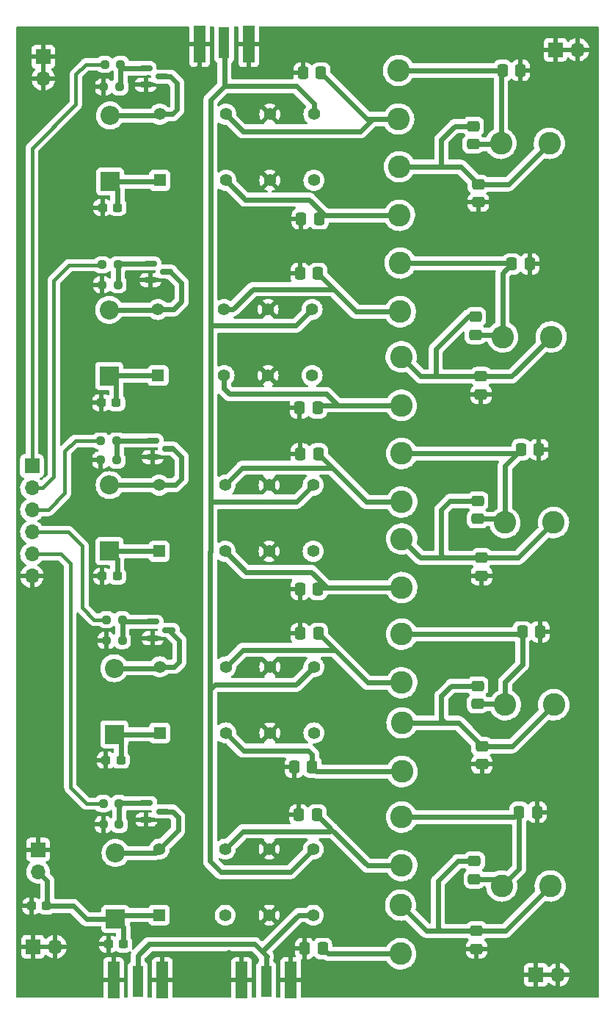
<source format=gbr>
%TF.GenerationSoftware,KiCad,Pcbnew,(6.0.2)*%
%TF.CreationDate,2022-11-12T12:21:54-08:00*%
%TF.ProjectId,cwaz_lpf,6377617a-5f6c-4706-962e-6b696361645f,rev?*%
%TF.SameCoordinates,Original*%
%TF.FileFunction,Copper,L1,Top*%
%TF.FilePolarity,Positive*%
%FSLAX46Y46*%
G04 Gerber Fmt 4.6, Leading zero omitted, Abs format (unit mm)*
G04 Created by KiCad (PCBNEW (6.0.2)) date 2022-11-12 12:21:54*
%MOMM*%
%LPD*%
G01*
G04 APERTURE LIST*
G04 Aperture macros list*
%AMRoundRect*
0 Rectangle with rounded corners*
0 $1 Rounding radius*
0 $2 $3 $4 $5 $6 $7 $8 $9 X,Y pos of 4 corners*
0 Add a 4 corners polygon primitive as box body*
4,1,4,$2,$3,$4,$5,$6,$7,$8,$9,$2,$3,0*
0 Add four circle primitives for the rounded corners*
1,1,$1+$1,$2,$3*
1,1,$1+$1,$4,$5*
1,1,$1+$1,$6,$7*
1,1,$1+$1,$8,$9*
0 Add four rect primitives between the rounded corners*
20,1,$1+$1,$2,$3,$4,$5,0*
20,1,$1+$1,$4,$5,$6,$7,0*
20,1,$1+$1,$6,$7,$8,$9,0*
20,1,$1+$1,$8,$9,$2,$3,0*%
G04 Aperture macros list end*
%TA.AperFunction,ComponentPad*%
%ADD10R,2.200000X2.200000*%
%TD*%
%TA.AperFunction,ComponentPad*%
%ADD11O,2.200000X2.200000*%
%TD*%
%TA.AperFunction,SMDPad,CuDef*%
%ADD12RoundRect,0.250000X0.337500X0.475000X-0.337500X0.475000X-0.337500X-0.475000X0.337500X-0.475000X0*%
%TD*%
%TA.AperFunction,SMDPad,CuDef*%
%ADD13RoundRect,0.150000X-0.587500X-0.150000X0.587500X-0.150000X0.587500X0.150000X-0.587500X0.150000X0*%
%TD*%
%TA.AperFunction,SMDPad,CuDef*%
%ADD14RoundRect,0.237500X0.250000X0.237500X-0.250000X0.237500X-0.250000X-0.237500X0.250000X-0.237500X0*%
%TD*%
%TA.AperFunction,SMDPad,CuDef*%
%ADD15RoundRect,0.250000X-0.475000X0.337500X-0.475000X-0.337500X0.475000X-0.337500X0.475000X0.337500X0*%
%TD*%
%TA.AperFunction,ComponentPad*%
%ADD16R,1.700000X1.700000*%
%TD*%
%TA.AperFunction,ComponentPad*%
%ADD17O,1.700000X1.700000*%
%TD*%
%TA.AperFunction,ComponentPad*%
%ADD18R,1.400000X1.400000*%
%TD*%
%TA.AperFunction,ComponentPad*%
%ADD19C,1.400000*%
%TD*%
%TA.AperFunction,ComponentPad*%
%ADD20C,2.600000*%
%TD*%
%TA.AperFunction,SMDPad,CuDef*%
%ADD21RoundRect,0.237500X0.300000X0.237500X-0.300000X0.237500X-0.300000X-0.237500X0.300000X-0.237500X0*%
%TD*%
%TA.AperFunction,SMDPad,CuDef*%
%ADD22R,1.270000X3.600000*%
%TD*%
%TA.AperFunction,SMDPad,CuDef*%
%ADD23R,1.350000X4.200000*%
%TD*%
%TA.AperFunction,SMDPad,CuDef*%
%ADD24RoundRect,0.250000X-0.337500X-0.475000X0.337500X-0.475000X0.337500X0.475000X-0.337500X0.475000X0*%
%TD*%
%TA.AperFunction,SMDPad,CuDef*%
%ADD25RoundRect,0.250000X0.475000X-0.337500X0.475000X0.337500X-0.475000X0.337500X-0.475000X-0.337500X0*%
%TD*%
%TA.AperFunction,ViaPad*%
%ADD26C,0.800000*%
%TD*%
%TA.AperFunction,Conductor*%
%ADD27C,0.609600*%
%TD*%
%TA.AperFunction,Conductor*%
%ADD28C,0.406400*%
%TD*%
G04 APERTURE END LIST*
D10*
%TO.P,D5,1,K*%
%TO.N,/VDD12*%
X91037500Y-143410000D03*
D11*
%TO.P,D5,2,A*%
%TO.N,Net-(D5-Pad2)*%
X91037500Y-135790000D03*
%TD*%
D12*
%TO.P,C5,1*%
%TO.N,Net-(C5-Pad1)*%
X114337500Y-84500000D03*
%TO.P,C5,2*%
%TO.N,GND*%
X112262500Y-84500000D03*
%TD*%
D13*
%TO.P,Q1,1,B*%
%TO.N,Net-(Q1-Pad1)*%
X94525000Y-45350000D03*
%TO.P,Q1,2,E*%
%TO.N,GND*%
X94525000Y-47250000D03*
%TO.P,Q1,3,C*%
%TO.N,Net-(D1-Pad2)*%
X96400000Y-46300000D03*
%TD*%
D14*
%TO.P,R2,1*%
%TO.N,Net-(Q2-Pad1)*%
X91325000Y-68000000D03*
%TO.P,R2,2*%
%TO.N,/30M*%
X89500000Y-68000000D03*
%TD*%
%TO.P,R1,1*%
%TO.N,Net-(Q1-Pad1)*%
X91612500Y-44900000D03*
%TO.P,R1,2*%
%TO.N,/40M*%
X89787500Y-44900000D03*
%TD*%
D13*
%TO.P,Q3,1,B*%
%TO.N,Net-(Q3-Pad1)*%
X95325000Y-88250000D03*
%TO.P,Q3,2,E*%
%TO.N,GND*%
X95325000Y-90150000D03*
%TO.P,Q3,3,C*%
%TO.N,Net-(D3-Pad2)*%
X97200000Y-89200000D03*
%TD*%
D15*
%TO.P,C8,1*%
%TO.N,Net-(C11-Pad2)*%
X133200000Y-80862500D03*
%TO.P,C8,2*%
%TO.N,GND*%
X133200000Y-82937500D03*
%TD*%
D14*
%TO.P,R5,1*%
%TO.N,Net-(Q2-Pad1)*%
X91312500Y-70300000D03*
%TO.P,R5,2*%
%TO.N,GND*%
X89487500Y-70300000D03*
%TD*%
D16*
%TO.P,J8,1,Pin_1*%
%TO.N,GND*%
X82700000Y-44025000D03*
D17*
%TO.P,J8,2,Pin_2*%
X82700000Y-46565000D03*
%TD*%
D18*
%TO.P,K2,1*%
%TO.N,/VDD12*%
X95942500Y-80762500D03*
D19*
%TO.P,K2,4*%
%TO.N,Net-(C5-Pad1)*%
X103562500Y-80762500D03*
%TO.P,K2,6*%
%TO.N,GND*%
X108642500Y-80762500D03*
%TO.P,K2,8*%
%TO.N,Net-(K2-Pad8)*%
X113722500Y-80762500D03*
%TO.P,K2,9*%
%TO.N,Net-(K2-Pad9)*%
X113722500Y-73142500D03*
%TO.P,K2,11*%
%TO.N,GND*%
X108642500Y-73142500D03*
%TO.P,K2,13*%
%TO.N,Net-(C17-Pad1)*%
X103562500Y-73142500D03*
%TO.P,K2,16*%
%TO.N,Net-(D2-Pad2)*%
X95942500Y-73142500D03*
%TD*%
D20*
%TO.P,L3,1,1*%
%TO.N,Net-(C12-Pad2)*%
X124062500Y-99600000D03*
%TO.P,L3,2,2*%
%TO.N,Net-(C6-Pad1)*%
X124062500Y-105200000D03*
%TD*%
D10*
%TO.P,D1,1,K*%
%TO.N,/VDD12*%
X90400000Y-58410000D03*
D11*
%TO.P,D1,2,A*%
%TO.N,Net-(D1-Pad2)*%
X90400000Y-50790000D03*
%TD*%
D16*
%TO.P,J2,1,Pin_1*%
%TO.N,GND*%
X82100000Y-135400000D03*
D17*
%TO.P,J2,2,Pin_2*%
%TO.N,/VDD12*%
X82100000Y-137940000D03*
%TD*%
D21*
%TO.P,C19,1*%
%TO.N,/VDD12*%
X83062500Y-141900000D03*
%TO.P,C19,2*%
%TO.N,GND*%
X81337500Y-141900000D03*
%TD*%
D18*
%TO.P,K4,1*%
%TO.N,/VDD12*%
X96142500Y-121962500D03*
D19*
%TO.P,K4,4*%
%TO.N,Net-(K4-Pad4)*%
X103762500Y-121962500D03*
%TO.P,K4,6*%
%TO.N,GND*%
X108842500Y-121962500D03*
%TO.P,K4,8*%
%TO.N,Net-(K2-Pad8)*%
X113922500Y-121962500D03*
%TO.P,K4,9*%
%TO.N,Net-(K2-Pad9)*%
X113922500Y-114342500D03*
%TO.P,K4,11*%
%TO.N,GND*%
X108842500Y-114342500D03*
%TO.P,K4,13*%
%TO.N,Net-(C30-Pad1)*%
X103762500Y-114342500D03*
%TO.P,K4,16*%
%TO.N,Net-(D4-Pad2)*%
X96142500Y-114342500D03*
%TD*%
D20*
%TO.P,L13,1,1*%
%TO.N,Net-(C27-Pad1)*%
X135600000Y-139600000D03*
%TO.P,L13,2,2*%
%TO.N,Net-(C25-Pad1)*%
X141200000Y-139600000D03*
%TD*%
D13*
%TO.P,Q4,1,B*%
%TO.N,Net-(Q4-Pad1)*%
X95325000Y-109150000D03*
%TO.P,Q4,2,E*%
%TO.N,GND*%
X95325000Y-111050000D03*
%TO.P,Q4,3,C*%
%TO.N,Net-(D4-Pad2)*%
X97200000Y-110100000D03*
%TD*%
D12*
%TO.P,C17,1*%
%TO.N,Net-(C17-Pad1)*%
X114400000Y-69000000D03*
%TO.P,C17,2*%
%TO.N,GND*%
X112325000Y-69000000D03*
%TD*%
D14*
%TO.P,R3,1*%
%TO.N,Net-(Q3-Pad1)*%
X91175000Y-88300000D03*
%TO.P,R3,2*%
%TO.N,/20M*%
X89350000Y-88300000D03*
%TD*%
D18*
%TO.P,K3,1*%
%TO.N,/VDD12*%
X96062500Y-101020000D03*
D19*
%TO.P,K3,4*%
%TO.N,Net-(C6-Pad1)*%
X103682500Y-101020000D03*
%TO.P,K3,6*%
%TO.N,GND*%
X108762500Y-101020000D03*
%TO.P,K3,8*%
%TO.N,Net-(K2-Pad8)*%
X113842500Y-101020000D03*
%TO.P,K3,9*%
%TO.N,Net-(K2-Pad9)*%
X113842500Y-93400000D03*
%TO.P,K3,11*%
%TO.N,GND*%
X108762500Y-93400000D03*
%TO.P,K3,13*%
%TO.N,Net-(C18-Pad1)*%
X103682500Y-93400000D03*
%TO.P,K3,16*%
%TO.N,Net-(D3-Pad2)*%
X96062500Y-93400000D03*
%TD*%
D21*
%TO.P,C21,1*%
%TO.N,/VDD12*%
X91937500Y-146300000D03*
%TO.P,C21,2*%
%TO.N,GND*%
X90212500Y-146300000D03*
%TD*%
D18*
%TO.P,K1,1*%
%TO.N,/VDD12*%
X96142500Y-58262500D03*
D19*
%TO.P,K1,4*%
%TO.N,Net-(K1-Pad4)*%
X103762500Y-58262500D03*
%TO.P,K1,6*%
%TO.N,GND*%
X108842500Y-58262500D03*
%TO.P,K1,8*%
%TO.N,Net-(K2-Pad8)*%
X113922500Y-58262500D03*
%TO.P,K1,9*%
%TO.N,Net-(K2-Pad9)*%
X113922500Y-50642500D03*
%TO.P,K1,11*%
%TO.N,GND*%
X108842500Y-50642500D03*
%TO.P,K1,13*%
%TO.N,Net-(C16-Pad1)*%
X103762500Y-50642500D03*
%TO.P,K1,16*%
%TO.N,Net-(D1-Pad2)*%
X96142500Y-50642500D03*
%TD*%
D22*
%TO.P,J9,1,In*%
%TO.N,Net-(K2-Pad8)*%
X93625000Y-150600000D03*
D23*
%TO.P,J9,2,Ext*%
%TO.N,GND*%
X96450000Y-150400000D03*
X90800000Y-150400000D03*
%TD*%
D13*
%TO.P,Q5,1,B*%
%TO.N,Net-(Q5-Pad1)*%
X94600000Y-130050000D03*
%TO.P,Q5,2,E*%
%TO.N,GND*%
X94600000Y-131950000D03*
%TO.P,Q5,3,C*%
%TO.N,Net-(D5-Pad2)*%
X96475000Y-131000000D03*
%TD*%
D14*
%TO.P,R6,1*%
%TO.N,Net-(Q3-Pad1)*%
X91175000Y-90500000D03*
%TO.P,R6,2*%
%TO.N,GND*%
X89350000Y-90500000D03*
%TD*%
D24*
%TO.P,C29,1*%
%TO.N,Net-(C27-Pad1)*%
X137600000Y-131100000D03*
%TO.P,C29,2*%
%TO.N,GND*%
X139675000Y-131100000D03*
%TD*%
D18*
%TO.P,K5,1*%
%TO.N,/VDD12*%
X96080000Y-142962500D03*
D19*
%TO.P,K5,4*%
%TO.N,Net-(C23-Pad1)*%
X103700000Y-142962500D03*
%TO.P,K5,6*%
%TO.N,GND*%
X108780000Y-142962500D03*
%TO.P,K5,8*%
%TO.N,Net-(K2-Pad8)*%
X113860000Y-142962500D03*
%TO.P,K5,9*%
%TO.N,Net-(K2-Pad9)*%
X113860000Y-135342500D03*
%TO.P,K5,11*%
%TO.N,GND*%
X108780000Y-135342500D03*
%TO.P,K5,13*%
%TO.N,Net-(K5-Pad13)*%
X103700000Y-135342500D03*
%TO.P,K5,16*%
%TO.N,Net-(D5-Pad2)*%
X96080000Y-135342500D03*
%TD*%
D20*
%TO.P,L4,1,1*%
%TO.N,Net-(C10-Pad1)*%
X135500000Y-54000000D03*
%TO.P,L4,2,2*%
%TO.N,Net-(C10-Pad2)*%
X141100000Y-54000000D03*
%TD*%
D12*
%TO.P,C22,1*%
%TO.N,Net-(K4-Pad4)*%
X113737500Y-125900000D03*
%TO.P,C22,2*%
%TO.N,GND*%
X111662500Y-125900000D03*
%TD*%
D24*
%TO.P,C13,1*%
%TO.N,Net-(C10-Pad1)*%
X135700000Y-45600000D03*
%TO.P,C13,2*%
%TO.N,GND*%
X137775000Y-45600000D03*
%TD*%
D22*
%TO.P,J3,1,In*%
%TO.N,Net-(K2-Pad8)*%
X108425000Y-150600000D03*
D23*
%TO.P,J3,2,Ext*%
%TO.N,GND*%
X111250000Y-150400000D03*
X105600000Y-150400000D03*
%TD*%
D21*
%TO.P,C1,1*%
%TO.N,/VDD12*%
X91262500Y-61400000D03*
%TO.P,C1,2*%
%TO.N,GND*%
X89537500Y-61400000D03*
%TD*%
D20*
%TO.P,L11,1,1*%
%TO.N,Net-(C25-Pad1)*%
X123937500Y-141800000D03*
%TO.P,L11,2,2*%
%TO.N,Net-(C23-Pad1)*%
X123937500Y-147400000D03*
%TD*%
D25*
%TO.P,C11,1*%
%TO.N,Net-(C11-Pad1)*%
X132567000Y-76059500D03*
%TO.P,C11,2*%
%TO.N,Net-(C11-Pad2)*%
X132567000Y-73984500D03*
%TD*%
D14*
%TO.P,R9,1*%
%TO.N,Net-(Q4-Pad1)*%
X91812500Y-111300000D03*
%TO.P,R9,2*%
%TO.N,GND*%
X89987500Y-111300000D03*
%TD*%
D10*
%TO.P,D4,1,K*%
%TO.N,/VDD12*%
X90900000Y-122110000D03*
D11*
%TO.P,D4,2,A*%
%TO.N,Net-(D4-Pad2)*%
X90900000Y-114490000D03*
%TD*%
D20*
%TO.P,L2,1,1*%
%TO.N,Net-(C11-Pad2)*%
X124000000Y-78600000D03*
%TO.P,L2,2,2*%
%TO.N,Net-(C5-Pad1)*%
X124000000Y-84200000D03*
%TD*%
D12*
%TO.P,C6,1*%
%TO.N,Net-(C6-Pad1)*%
X114400000Y-105400000D03*
%TO.P,C6,2*%
%TO.N,GND*%
X112325000Y-105400000D03*
%TD*%
%TO.P,C4,1*%
%TO.N,Net-(K1-Pad4)*%
X114537500Y-62700000D03*
%TO.P,C4,2*%
%TO.N,GND*%
X112462500Y-62700000D03*
%TD*%
D20*
%TO.P,L9,1,1*%
%TO.N,Net-(C18-Pad1)*%
X124058000Y-95342000D03*
%TO.P,L9,2,2*%
%TO.N,Net-(C12-Pad1)*%
X124058000Y-89742000D03*
%TD*%
D16*
%TO.P,J5,1,Pin_1*%
%TO.N,GND*%
X139552000Y-149825000D03*
D17*
%TO.P,J5,2,Pin_2*%
X142092000Y-149825000D03*
%TD*%
D14*
%TO.P,R4,1*%
%TO.N,Net-(Q1-Pad1)*%
X91512500Y-47500000D03*
%TO.P,R4,2*%
%TO.N,GND*%
X89687500Y-47500000D03*
%TD*%
D20*
%TO.P,L1,1,1*%
%TO.N,Net-(C10-Pad2)*%
X123800000Y-56700000D03*
%TO.P,L1,2,2*%
%TO.N,Net-(K1-Pad4)*%
X123800000Y-62300000D03*
%TD*%
%TO.P,L7,1,1*%
%TO.N,Net-(C16-Pad1)*%
X123700000Y-51200000D03*
%TO.P,L7,2,2*%
%TO.N,Net-(C10-Pad1)*%
X123700000Y-45600000D03*
%TD*%
%TO.P,L6,1,1*%
%TO.N,Net-(C12-Pad1)*%
X135962500Y-97700000D03*
%TO.P,L6,2,2*%
%TO.N,Net-(C12-Pad2)*%
X141562500Y-97700000D03*
%TD*%
D14*
%TO.P,R8,1*%
%TO.N,Net-(Q5-Pad1)*%
X91450000Y-130100000D03*
%TO.P,R8,2*%
%TO.N,/15M*%
X89625000Y-130100000D03*
%TD*%
D12*
%TO.P,C16,1*%
%TO.N,Net-(C16-Pad1)*%
X114737500Y-45900000D03*
%TO.P,C16,2*%
%TO.N,GND*%
X112662500Y-45900000D03*
%TD*%
D20*
%TO.P,L8,1,1*%
%TO.N,Net-(C17-Pad1)*%
X123900000Y-73400000D03*
%TO.P,L8,2,2*%
%TO.N,Net-(C11-Pad1)*%
X123900000Y-67800000D03*
%TD*%
D14*
%TO.P,R7,1*%
%TO.N,Net-(Q4-Pad1)*%
X91812500Y-108900000D03*
%TO.P,R7,2*%
%TO.N,/17M*%
X89987500Y-108900000D03*
%TD*%
D21*
%TO.P,C3,1*%
%TO.N,/VDD12*%
X91225000Y-103900000D03*
%TO.P,C3,2*%
%TO.N,GND*%
X89500000Y-103900000D03*
%TD*%
D20*
%TO.P,L5,1,1*%
%TO.N,Net-(C11-Pad1)*%
X135700000Y-76300000D03*
%TO.P,L5,2,2*%
%TO.N,Net-(C11-Pad2)*%
X141300000Y-76300000D03*
%TD*%
D25*
%TO.P,C12,1*%
%TO.N,Net-(C12-Pad1)*%
X132821000Y-97290000D03*
%TO.P,C12,2*%
%TO.N,Net-(C12-Pad2)*%
X132821000Y-95215000D03*
%TD*%
D22*
%TO.P,J4,1,In*%
%TO.N,Net-(K2-Pad9)*%
X103575000Y-42400000D03*
D23*
%TO.P,J4,2,Ext*%
%TO.N,GND*%
X100750000Y-42600000D03*
X106400000Y-42600000D03*
%TD*%
D20*
%TO.P,L12,1,1*%
%TO.N,Net-(C26-Pad1)*%
X136000000Y-118700000D03*
%TO.P,L12,2,2*%
%TO.N,Net-(C24-Pad1)*%
X141600000Y-118700000D03*
%TD*%
D12*
%TO.P,C23,1*%
%TO.N,Net-(C23-Pad1)*%
X114937500Y-146800000D03*
%TO.P,C23,2*%
%TO.N,GND*%
X112862500Y-146800000D03*
%TD*%
%TO.P,C18,1*%
%TO.N,Net-(C18-Pad1)*%
X114437500Y-89800000D03*
%TO.P,C18,2*%
%TO.N,GND*%
X112362500Y-89800000D03*
%TD*%
D25*
%TO.P,C26,1*%
%TO.N,Net-(C26-Pad1)*%
X132821000Y-118604500D03*
%TO.P,C26,2*%
%TO.N,Net-(C24-Pad1)*%
X132821000Y-116529500D03*
%TD*%
D15*
%TO.P,C7,1*%
%TO.N,Net-(C10-Pad2)*%
X132900000Y-58725000D03*
%TO.P,C7,2*%
%TO.N,GND*%
X132900000Y-60800000D03*
%TD*%
D10*
%TO.P,D3,1,K*%
%TO.N,/VDD12*%
X90362500Y-101010000D03*
D11*
%TO.P,D3,2,A*%
%TO.N,Net-(D3-Pad2)*%
X90362500Y-93390000D03*
%TD*%
D21*
%TO.P,C20,1*%
%TO.N,/VDD12*%
X91662500Y-125100000D03*
%TO.P,C20,2*%
%TO.N,GND*%
X89937500Y-125100000D03*
%TD*%
D16*
%TO.P,J1,1,Pin_1*%
%TO.N,/40M*%
X81400000Y-91180000D03*
D17*
%TO.P,J1,2,Pin_2*%
%TO.N,/30M*%
X81400000Y-93720000D03*
%TO.P,J1,3,Pin_3*%
%TO.N,/20M*%
X81400000Y-96260000D03*
%TO.P,J1,4,Pin_4*%
%TO.N,/17M*%
X81400000Y-98800000D03*
%TO.P,J1,5,Pin_5*%
%TO.N,/15M*%
X81400000Y-101340000D03*
%TO.P,J1,6,Pin_6*%
%TO.N,GND*%
X81400000Y-103880000D03*
%TD*%
D12*
%TO.P,C31,1*%
%TO.N,Net-(K5-Pad13)*%
X114275000Y-131400000D03*
%TO.P,C31,2*%
%TO.N,GND*%
X112200000Y-131400000D03*
%TD*%
D15*
%TO.P,C9,1*%
%TO.N,Net-(C12-Pad2)*%
X133262500Y-101762500D03*
%TO.P,C9,2*%
%TO.N,GND*%
X133262500Y-103837500D03*
%TD*%
D25*
%TO.P,C27,1*%
%TO.N,Net-(C27-Pad1)*%
X132440000Y-138797500D03*
%TO.P,C27,2*%
%TO.N,Net-(C25-Pad1)*%
X132440000Y-136722500D03*
%TD*%
D16*
%TO.P,J7,1,Pin_1*%
%TO.N,GND*%
X141800000Y-43200000D03*
D17*
%TO.P,J7,2,Pin_2*%
X144340000Y-43200000D03*
%TD*%
D24*
%TO.P,C14,1*%
%TO.N,Net-(C11-Pad1)*%
X136762500Y-67900000D03*
%TO.P,C14,2*%
%TO.N,GND*%
X138837500Y-67900000D03*
%TD*%
D15*
%TO.P,C25,1*%
%TO.N,Net-(C25-Pad1)*%
X132700000Y-144762500D03*
%TO.P,C25,2*%
%TO.N,GND*%
X132700000Y-146837500D03*
%TD*%
D20*
%TO.P,L15,1,1*%
%TO.N,Net-(K5-Pad13)*%
X124058000Y-137252000D03*
%TO.P,L15,2,2*%
%TO.N,Net-(C27-Pad1)*%
X124058000Y-131652000D03*
%TD*%
D13*
%TO.P,Q2,1,B*%
%TO.N,Net-(Q2-Pad1)*%
X95062500Y-67850000D03*
%TO.P,Q2,2,E*%
%TO.N,GND*%
X95062500Y-69750000D03*
%TO.P,Q2,3,C*%
%TO.N,Net-(D2-Pad2)*%
X96937500Y-68800000D03*
%TD*%
D25*
%TO.P,C10,1*%
%TO.N,Net-(C10-Pad1)*%
X132313000Y-54088500D03*
%TO.P,C10,2*%
%TO.N,Net-(C10-Pad2)*%
X132313000Y-52013500D03*
%TD*%
D16*
%TO.P,J6,1,Pin_1*%
%TO.N,GND*%
X81525000Y-146600000D03*
D17*
%TO.P,J6,2,Pin_2*%
X84065000Y-146600000D03*
%TD*%
D24*
%TO.P,C28,1*%
%TO.N,Net-(C26-Pad1)*%
X137962500Y-110300000D03*
%TO.P,C28,2*%
%TO.N,GND*%
X140037500Y-110300000D03*
%TD*%
D14*
%TO.P,R10,1*%
%TO.N,Net-(Q5-Pad1)*%
X91462500Y-132500000D03*
%TO.P,R10,2*%
%TO.N,GND*%
X89637500Y-132500000D03*
%TD*%
D20*
%TO.P,L14,1,1*%
%TO.N,Net-(C30-Pad1)*%
X124058000Y-116170000D03*
%TO.P,L14,2,2*%
%TO.N,Net-(C26-Pad1)*%
X124058000Y-110570000D03*
%TD*%
D24*
%TO.P,C15,1*%
%TO.N,Net-(C12-Pad1)*%
X137825000Y-89300000D03*
%TO.P,C15,2*%
%TO.N,GND*%
X139900000Y-89300000D03*
%TD*%
D20*
%TO.P,L10,1,1*%
%TO.N,Net-(C24-Pad1)*%
X124100000Y-120800000D03*
%TO.P,L10,2,2*%
%TO.N,Net-(K4-Pad4)*%
X124100000Y-126400000D03*
%TD*%
D21*
%TO.P,C2,1*%
%TO.N,/VDD12*%
X91125000Y-83900000D03*
%TO.P,C2,2*%
%TO.N,GND*%
X89400000Y-83900000D03*
%TD*%
D10*
%TO.P,D2,1,K*%
%TO.N,/VDD12*%
X90300000Y-80810000D03*
D11*
%TO.P,D2,2,A*%
%TO.N,Net-(D2-Pad2)*%
X90300000Y-73190000D03*
%TD*%
D15*
%TO.P,C24,1*%
%TO.N,Net-(C24-Pad1)*%
X133300000Y-123500000D03*
%TO.P,C24,2*%
%TO.N,GND*%
X133300000Y-125575000D03*
%TD*%
D12*
%TO.P,C30,1*%
%TO.N,Net-(C30-Pad1)*%
X114437500Y-110500000D03*
%TO.P,C30,2*%
%TO.N,GND*%
X112362500Y-110500000D03*
%TD*%
D26*
%TO.N,GND*%
X98400000Y-66000000D03*
X98500000Y-63300000D03*
X103200000Y-67400000D03*
X98800000Y-87200000D03*
X98600000Y-84400000D03*
X103400000Y-84800000D03*
X98400000Y-107200000D03*
X98400000Y-104800000D03*
X103400000Y-104700000D03*
X98500000Y-128300000D03*
X98500000Y-125700000D03*
X103200000Y-125500000D03*
X89895000Y-126711000D03*
X103230000Y-128235000D03*
X82783000Y-129632000D03*
X114300000Y-107400000D03*
X136123000Y-148809000D03*
X112374000Y-64608000D03*
X93578000Y-48860000D03*
X112374000Y-86198000D03*
X135361000Y-105375000D03*
X103484000Y-87087000D03*
X139933000Y-87214000D03*
X139933000Y-108042000D03*
X106532000Y-45558000D03*
X135234000Y-83912000D03*
X88371000Y-48860000D03*
X134853000Y-61814000D03*
X88371000Y-91786000D03*
X139552000Y-45939000D03*
X135869000Y-126711000D03*
X88752000Y-134077000D03*
X93451000Y-133569000D03*
X114700000Y-128100000D03*
X103400000Y-107600000D03*
X89387000Y-85436000D03*
X143235000Y-85563000D03*
X94594000Y-91405000D03*
X93832000Y-112487000D03*
X112374000Y-67021000D03*
X142854000Y-63465000D03*
X104119000Y-147412000D03*
X109834000Y-147793000D03*
X139806000Y-128997000D03*
X144124000Y-127854000D03*
X123804000Y-150968000D03*
X112374000Y-87722000D03*
X88244000Y-71720000D03*
X88625000Y-112614000D03*
X103230000Y-65243000D03*
X88752000Y-148936000D03*
X82910000Y-108296000D03*
X112755000Y-43653000D03*
X144251000Y-107407000D03*
X89514000Y-105629000D03*
X89514000Y-62957000D03*
X100436000Y-45558000D03*
X112501000Y-108423000D03*
X113700000Y-148900000D03*
X82529000Y-85944000D03*
X84815000Y-54956000D03*
X85323000Y-78578000D03*
X138917000Y-65751000D03*
X112120000Y-129378000D03*
X93832000Y-71212000D03*
X98277000Y-149698000D03*
%TD*%
D27*
%TO.N,Net-(K2-Pad8)*%
X113860000Y-142962500D02*
X112137500Y-142962500D01*
X112137500Y-142962500D02*
X107950000Y-147150000D01*
X107950000Y-147150000D02*
X108500000Y-147700000D01*
X107100000Y-146300000D02*
X107950000Y-147150000D01*
X94900000Y-146300000D02*
X107100000Y-146300000D01*
X108437000Y-147763000D02*
X108437000Y-151100000D01*
X93600000Y-147600000D02*
X94900000Y-146300000D01*
X108500000Y-147700000D02*
X108437000Y-147763000D01*
X93600000Y-151100000D02*
X93600000Y-147600000D01*
%TO.N,Net-(K2-Pad9)*%
X111865000Y-116400000D02*
X102500000Y-116400000D01*
X113922500Y-114342500D02*
X111865000Y-116400000D01*
X101944689Y-116955311D02*
X101944689Y-136744689D01*
X102500000Y-116400000D02*
X101944689Y-116955311D01*
X101944689Y-101095965D02*
X101944689Y-116955311D01*
X111942500Y-95300000D02*
X102200000Y-95300000D01*
X113842500Y-93400000D02*
X111942500Y-95300000D01*
X102000000Y-95500000D02*
X102000000Y-101040654D01*
X102000000Y-74900000D02*
X102000000Y-95500000D01*
X102200000Y-95300000D02*
X102000000Y-95500000D01*
X102000000Y-49000000D02*
X102000000Y-74900000D01*
X113722500Y-73142500D02*
X111865000Y-75000000D01*
X111865000Y-75000000D02*
X102100000Y-75000000D01*
X102100000Y-75000000D02*
X102000000Y-74900000D01*
X111900000Y-47400000D02*
X103600000Y-47400000D01*
X113922500Y-49422500D02*
X111900000Y-47400000D01*
X113922500Y-50642500D02*
X113922500Y-49422500D01*
X103200000Y-138000000D02*
X111202500Y-138000000D01*
X101944689Y-136744689D02*
X103200000Y-138000000D01*
X103600000Y-47400000D02*
X102000000Y-49000000D01*
X111202500Y-138000000D02*
X113860000Y-135342500D01*
X102000000Y-101040654D02*
X101944689Y-101095965D01*
X103600000Y-41900000D02*
X103600000Y-47400000D01*
%TO.N,Net-(K5-Pad13)*%
X115700000Y-133300000D02*
X115937500Y-133062500D01*
X115937500Y-133062500D02*
X114275000Y-131400000D01*
X105742500Y-133300000D02*
X115700000Y-133300000D01*
X120127000Y-137252000D02*
X115937500Y-133062500D01*
X103700000Y-135342500D02*
X105742500Y-133300000D01*
%TO.N,Net-(K4-Pad4)*%
X113737500Y-124437500D02*
X113737500Y-125900000D01*
X105800000Y-124000000D02*
X113300000Y-124000000D01*
X103762500Y-121962500D02*
X105800000Y-124000000D01*
X113300000Y-124000000D02*
X113737500Y-124437500D01*
%TO.N,Net-(C30-Pad1)*%
X116337500Y-112400000D02*
X116368750Y-112431250D01*
X105705000Y-112400000D02*
X116337500Y-112400000D01*
X103762500Y-114342500D02*
X105705000Y-112400000D01*
X116368750Y-112431250D02*
X114437500Y-110500000D01*
X120107500Y-116170000D02*
X116368750Y-112431250D01*
%TO.N,Net-(C6-Pad1)*%
X115200000Y-105200000D02*
X114600000Y-105200000D01*
X124062500Y-105200000D02*
X115200000Y-105200000D01*
X106062500Y-103400000D02*
X113600000Y-103400000D01*
X113600000Y-103400000D02*
X115200000Y-105000000D01*
X103682500Y-101020000D02*
X106062500Y-103400000D01*
X115200000Y-105000000D02*
X115200000Y-105200000D01*
%TO.N,Net-(C18-Pad1)*%
X105682500Y-91400000D02*
X116037500Y-91400000D01*
X103682500Y-93400000D02*
X105682500Y-91400000D01*
X119979500Y-95342000D02*
X116168750Y-91531250D01*
X116168750Y-91531250D02*
X114437500Y-89800000D01*
X116037500Y-91400000D02*
X116168750Y-91531250D01*
%TO.N,Net-(C5-Pad1)*%
X115400000Y-82900000D02*
X116700000Y-84200000D01*
X104200000Y-82900000D02*
X115400000Y-82900000D01*
X124000000Y-84200000D02*
X116700000Y-84200000D01*
X103562500Y-82262500D02*
X104200000Y-82900000D01*
X116700000Y-84200000D02*
X114637500Y-84200000D01*
X103562500Y-80762500D02*
X103562500Y-82262500D01*
%TO.N,Net-(C17-Pad1)*%
X106900000Y-70800000D02*
X116200000Y-70800000D01*
X103562500Y-73142500D02*
X104557500Y-73142500D01*
X116200000Y-70800000D02*
X114400000Y-69000000D01*
X118800000Y-73400000D02*
X116200000Y-70800000D01*
X104557500Y-73142500D02*
X106900000Y-70800000D01*
%TO.N,Net-(K1-Pad4)*%
X115200000Y-62300000D02*
X114937500Y-62300000D01*
X106000000Y-60500000D02*
X113400000Y-60500000D01*
X113400000Y-60500000D02*
X115200000Y-62300000D01*
X103762500Y-58262500D02*
X106000000Y-60500000D01*
X123800000Y-62300000D02*
X115200000Y-62300000D01*
%TO.N,Net-(C16-Pad1)*%
X119300000Y-52600000D02*
X120700000Y-51200000D01*
X105720000Y-52600000D02*
X119300000Y-52600000D01*
X103762500Y-50642500D02*
X105720000Y-52600000D01*
X123700000Y-51200000D02*
X120700000Y-51200000D01*
X120700000Y-51200000D02*
X120037500Y-51200000D01*
%TO.N,Net-(C23-Pad1)*%
X123937500Y-147400000D02*
X115537500Y-147400000D01*
X115537500Y-147400000D02*
X114937500Y-146800000D01*
%TO.N,Net-(K5-Pad13)*%
X124058000Y-137252000D02*
X120127000Y-137252000D01*
%TO.N,Net-(K4-Pad4)*%
X114237500Y-126400000D02*
X113737500Y-125900000D01*
X124100000Y-126400000D02*
X114237500Y-126400000D01*
%TO.N,Net-(C30-Pad1)*%
X124058000Y-116170000D02*
X120107500Y-116170000D01*
%TO.N,Net-(C6-Pad1)*%
X114600000Y-105200000D02*
X114400000Y-105400000D01*
%TO.N,Net-(C18-Pad1)*%
X124058000Y-95342000D02*
X119979500Y-95342000D01*
%TO.N,Net-(C5-Pad1)*%
X114637500Y-84200000D02*
X114337500Y-84500000D01*
%TO.N,Net-(C17-Pad1)*%
X123900000Y-73400000D02*
X118800000Y-73400000D01*
%TO.N,Net-(K1-Pad4)*%
X114937500Y-62300000D02*
X114537500Y-62700000D01*
%TO.N,Net-(C16-Pad1)*%
X120037500Y-51200000D02*
X114737500Y-45900000D01*
%TO.N,Net-(C10-Pad2)*%
X132313000Y-52013500D02*
X130175500Y-52013500D01*
X130875000Y-56700000D02*
X132900000Y-58725000D01*
X130175500Y-52013500D02*
X128630000Y-53559000D01*
X136375000Y-58725000D02*
X141100000Y-54000000D01*
X128850000Y-56700000D02*
X130875000Y-56700000D01*
X128630000Y-53559000D02*
X128630000Y-56480000D01*
X132900000Y-58725000D02*
X136375000Y-58725000D01*
X123800000Y-56700000D02*
X128850000Y-56700000D01*
X128630000Y-56480000D02*
X128850000Y-56700000D01*
%TO.N,Net-(C11-Pad2)*%
X127993500Y-77690500D02*
X127993500Y-80862500D01*
X132567000Y-73984500D02*
X131699500Y-73984500D01*
X133200000Y-80862500D02*
X136737500Y-80862500D01*
X127993500Y-80862500D02*
X133200000Y-80862500D01*
X136737500Y-80862500D02*
X141300000Y-76300000D01*
X126262500Y-80862500D02*
X127993500Y-80862500D01*
X124000000Y-78600000D02*
X126262500Y-80862500D01*
X131699500Y-73984500D02*
X127993500Y-77690500D01*
%TO.N,Net-(C12-Pad2)*%
X128954500Y-101762500D02*
X133262500Y-101762500D01*
X133262500Y-101762500D02*
X137500000Y-101762500D01*
X132821000Y-95215000D02*
X129646000Y-95215000D01*
X126225000Y-101762500D02*
X128954500Y-101762500D01*
X128630000Y-96231000D02*
X128630000Y-101438000D01*
X128630000Y-101438000D02*
X128954500Y-101762500D01*
X124062500Y-99600000D02*
X126225000Y-101762500D01*
X137500000Y-101762500D02*
X141562500Y-97700000D01*
X129646000Y-95215000D02*
X128630000Y-96231000D01*
%TO.N,Net-(C10-Pad1)*%
X135700000Y-45600000D02*
X135500000Y-45800000D01*
X135500000Y-45800000D02*
X135500000Y-54000000D01*
X132313000Y-54088500D02*
X135411500Y-54088500D01*
X123700000Y-45600000D02*
X135700000Y-45600000D01*
X135411500Y-54088500D02*
X135500000Y-54000000D01*
%TO.N,Net-(C11-Pad1)*%
X136762500Y-67900000D02*
X135700000Y-68962500D01*
X132567000Y-76059500D02*
X135459500Y-76059500D01*
X135459500Y-76059500D02*
X135700000Y-76300000D01*
X123900000Y-67800000D02*
X136662500Y-67800000D01*
X135700000Y-68962500D02*
X135700000Y-76300000D01*
X136662500Y-67800000D02*
X136762500Y-67900000D01*
%TO.N,Net-(C12-Pad1)*%
X135962500Y-91162500D02*
X135962500Y-97700000D01*
X137825000Y-89300000D02*
X135962500Y-91162500D01*
X135552500Y-97290000D02*
X135962500Y-97700000D01*
X132821000Y-97290000D02*
X135552500Y-97290000D01*
X124058000Y-89742000D02*
X137383000Y-89742000D01*
X137383000Y-89742000D02*
X137825000Y-89300000D01*
%TO.N,Net-(C24-Pad1)*%
X130600000Y-120800000D02*
X133300000Y-123500000D01*
X124100000Y-120800000D02*
X129069000Y-120800000D01*
X128630000Y-117694000D02*
X128630000Y-120361000D01*
X141600000Y-118700000D02*
X136800000Y-123500000D01*
X129069000Y-120800000D02*
X130600000Y-120800000D01*
X136800000Y-123500000D02*
X133300000Y-123500000D01*
X128630000Y-120361000D02*
X129069000Y-120800000D01*
X129794500Y-116529500D02*
X128630000Y-117694000D01*
X132821000Y-116529500D02*
X129794500Y-116529500D01*
%TO.N,Net-(C25-Pad1)*%
X128249000Y-144399000D02*
X128612500Y-144762500D01*
X128249000Y-139030000D02*
X128249000Y-144399000D01*
X132700000Y-144762500D02*
X136037500Y-144762500D01*
X123937500Y-141800000D02*
X126900000Y-144762500D01*
X128612500Y-144762500D02*
X132700000Y-144762500D01*
X126900000Y-144762500D02*
X128612500Y-144762500D01*
X132440000Y-136722500D02*
X130556500Y-136722500D01*
X136037500Y-144762500D02*
X141200000Y-139600000D01*
X130556500Y-136722500D02*
X128249000Y-139030000D01*
%TO.N,Net-(C26-Pad1)*%
X137962500Y-114076500D02*
X137962500Y-110300000D01*
X132821000Y-118604500D02*
X135904500Y-118604500D01*
X124058000Y-110570000D02*
X137692500Y-110570000D01*
X135904500Y-118604500D02*
X136000000Y-118700000D01*
X136000000Y-118700000D02*
X136000000Y-116039000D01*
X137692500Y-110570000D02*
X137962500Y-110300000D01*
X136000000Y-116039000D02*
X137962500Y-114076500D01*
%TO.N,Net-(C27-Pad1)*%
X134797500Y-138797500D02*
X135600000Y-139600000D01*
X135600000Y-139600000D02*
X137600000Y-137600000D01*
X124058000Y-131652000D02*
X137048000Y-131652000D01*
X137600000Y-137600000D02*
X137600000Y-131100000D01*
X137048000Y-131652000D02*
X137600000Y-131100000D01*
X132440000Y-138797500D02*
X134797500Y-138797500D01*
%TO.N,Net-(D1-Pad2)*%
X95995000Y-50790000D02*
X96142500Y-50642500D01*
X98150000Y-50130000D02*
X97637500Y-50642500D01*
X96400000Y-46300000D02*
X97368000Y-46300000D01*
X97368000Y-46300000D02*
X98150000Y-47082000D01*
X97637500Y-50642500D02*
X96142500Y-50642500D01*
X98150000Y-47082000D02*
X98150000Y-50130000D01*
X90400000Y-50790000D02*
X95995000Y-50790000D01*
%TO.N,Net-(D2-Pad2)*%
X98658000Y-72228000D02*
X97743500Y-73142500D01*
X97743500Y-73142500D02*
X95942500Y-73142500D01*
X97389000Y-68800000D02*
X98658000Y-70069000D01*
X90300000Y-73190000D02*
X95895000Y-73190000D01*
X98658000Y-70069000D02*
X98658000Y-72228000D01*
X96937500Y-68800000D02*
X97389000Y-68800000D01*
X95895000Y-73190000D02*
X95942500Y-73142500D01*
%TO.N,Net-(D3-Pad2)*%
X98658000Y-90135000D02*
X98658000Y-92675000D01*
X97200000Y-89200000D02*
X97723000Y-89200000D01*
X97723000Y-89200000D02*
X98658000Y-90135000D01*
X96052500Y-93390000D02*
X96062500Y-93400000D01*
X98658000Y-92675000D02*
X97933000Y-93400000D01*
X97933000Y-93400000D02*
X96062500Y-93400000D01*
X90362500Y-93390000D02*
X96052500Y-93390000D01*
%TO.N,Net-(D4-Pad2)*%
X98404000Y-113757000D02*
X97818500Y-114342500D01*
X97818500Y-114342500D02*
X96142500Y-114342500D01*
X95995000Y-114490000D02*
X96142500Y-114342500D01*
X98404000Y-111304000D02*
X98404000Y-113757000D01*
X97200000Y-110100000D02*
X98404000Y-111304000D01*
X90900000Y-114490000D02*
X95995000Y-114490000D01*
%TO.N,Net-(D5-Pad2)*%
X96475000Y-131000000D02*
X97613000Y-131000000D01*
X91037500Y-135790000D02*
X95632500Y-135790000D01*
X98277000Y-133145500D02*
X96080000Y-135342500D01*
X95632500Y-135790000D02*
X96080000Y-135342500D01*
X98277000Y-131664000D02*
X98277000Y-133145500D01*
X97613000Y-131000000D02*
X98277000Y-131664000D01*
%TO.N,Net-(Q1-Pad1)*%
X91612500Y-47400000D02*
X91512500Y-47500000D01*
X91612500Y-44900000D02*
X91612500Y-47400000D01*
X94525000Y-45350000D02*
X92062500Y-45350000D01*
X92062500Y-45350000D02*
X91612500Y-44900000D01*
%TO.N,Net-(Q2-Pad1)*%
X91325000Y-68000000D02*
X91325000Y-70287500D01*
X91475000Y-67850000D02*
X91325000Y-68000000D01*
X95062500Y-67850000D02*
X91475000Y-67850000D01*
X91325000Y-70287500D02*
X91312500Y-70300000D01*
%TO.N,Net-(Q3-Pad1)*%
X91225000Y-88250000D02*
X91175000Y-88300000D01*
X91175000Y-88300000D02*
X91175000Y-90500000D01*
X95325000Y-88250000D02*
X91225000Y-88250000D01*
%TO.N,Net-(Q4-Pad1)*%
X91812500Y-108900000D02*
X91812500Y-111300000D01*
X95325000Y-109150000D02*
X92062500Y-109150000D01*
X92062500Y-109150000D02*
X91812500Y-108900000D01*
%TO.N,Net-(Q5-Pad1)*%
X91450000Y-132487500D02*
X91462500Y-132500000D01*
X91500000Y-130050000D02*
X91450000Y-130100000D01*
X91450000Y-130100000D02*
X91450000Y-132487500D01*
X94600000Y-130050000D02*
X91500000Y-130050000D01*
%TO.N,/VDD12*%
X96062500Y-101020000D02*
X90372500Y-101020000D01*
X82100000Y-137940000D02*
X83164000Y-139004000D01*
X90900000Y-122110000D02*
X95995000Y-122110000D01*
X90372500Y-101020000D02*
X90362500Y-101010000D01*
X96080000Y-142962500D02*
X91485000Y-142962500D01*
X83062500Y-141900000D02*
X86161000Y-141900000D01*
X95942500Y-80762500D02*
X90347500Y-80762500D01*
X91662500Y-122872500D02*
X90900000Y-122110000D01*
X83164000Y-141798500D02*
X83062500Y-141900000D01*
X91485000Y-142962500D02*
X91037500Y-143410000D01*
X91125000Y-81635000D02*
X90300000Y-80810000D01*
X91937500Y-144310000D02*
X91037500Y-143410000D01*
X83164000Y-139004000D02*
X83164000Y-141798500D01*
X91262500Y-61400000D02*
X91262500Y-59272500D01*
X87671000Y-143410000D02*
X91037500Y-143410000D01*
X91662500Y-125100000D02*
X91662500Y-122872500D01*
X86161000Y-141900000D02*
X87671000Y-143410000D01*
X91225000Y-103900000D02*
X91225000Y-101872500D01*
X95995000Y-58410000D02*
X96142500Y-58262500D01*
X91125000Y-83900000D02*
X91125000Y-81635000D01*
X91937500Y-146300000D02*
X91937500Y-144310000D01*
X90400000Y-58410000D02*
X95995000Y-58410000D01*
X90347500Y-80762500D02*
X90300000Y-80810000D01*
X91262500Y-59272500D02*
X90400000Y-58410000D01*
X95995000Y-122110000D02*
X96142500Y-121962500D01*
X91225000Y-101872500D02*
X90362500Y-101010000D01*
D28*
%TO.N,/40M*%
X81400000Y-91180000D02*
X81400000Y-54561000D01*
X86466000Y-46066000D02*
X87632000Y-44900000D01*
X87632000Y-44900000D02*
X89787500Y-44900000D01*
X86466000Y-49495000D02*
X86466000Y-46066000D01*
X81400000Y-54561000D02*
X86466000Y-49495000D01*
%TO.N,/30M*%
X83926000Y-92421000D02*
X83926000Y-69815000D01*
X83926000Y-69815000D02*
X85704000Y-68037000D01*
X82627000Y-93720000D02*
X83926000Y-92421000D01*
X85704000Y-68037000D02*
X89463000Y-68037000D01*
X81400000Y-93720000D02*
X82627000Y-93720000D01*
X89463000Y-68037000D02*
X89500000Y-68000000D01*
%TO.N,/20M*%
X83262000Y-96260000D02*
X85196000Y-94326000D01*
X86396000Y-88300000D02*
X89350000Y-88300000D01*
X85196000Y-94326000D02*
X85196000Y-89500000D01*
X85196000Y-89500000D02*
X86396000Y-88300000D01*
X81400000Y-96260000D02*
X83262000Y-96260000D01*
%TO.N,/17M*%
X85606000Y-98800000D02*
X87228000Y-100422000D01*
X88594000Y-108900000D02*
X89987500Y-108900000D01*
X81400000Y-98800000D02*
X85606000Y-98800000D01*
X87228000Y-100422000D02*
X87228000Y-107534000D01*
X87228000Y-107534000D02*
X88594000Y-108900000D01*
%TO.N,/15M*%
X81400000Y-101340000D02*
X84717000Y-101340000D01*
X85831000Y-128235000D02*
X87696000Y-130100000D01*
X85831000Y-102454000D02*
X85831000Y-128235000D01*
X84717000Y-101340000D02*
X85831000Y-102454000D01*
X87696000Y-130100000D02*
X89625000Y-130100000D01*
%TD*%
%TA.AperFunction,Conductor*%
%TO.N,GND*%
G36*
X99509121Y-40528002D02*
G01*
X99555614Y-40581658D01*
X99567000Y-40634000D01*
X99567000Y-42327885D01*
X99571475Y-42343124D01*
X99572865Y-42344329D01*
X99580548Y-42346000D01*
X101914884Y-42346000D01*
X101930123Y-42341525D01*
X101931328Y-42340135D01*
X101932999Y-42332452D01*
X101932999Y-40634000D01*
X101953001Y-40565879D01*
X102006657Y-40519386D01*
X102058999Y-40508000D01*
X102305500Y-40508000D01*
X102373621Y-40528002D01*
X102420114Y-40581658D01*
X102431500Y-40634000D01*
X102431500Y-44248134D01*
X102438255Y-44310316D01*
X102489385Y-44446705D01*
X102576739Y-44563261D01*
X102693295Y-44650615D01*
X102701704Y-44653767D01*
X102701705Y-44653768D01*
X102704932Y-44654978D01*
X102707666Y-44657032D01*
X102709575Y-44658077D01*
X102709424Y-44658353D01*
X102761695Y-44697620D01*
X102786394Y-44764182D01*
X102786700Y-44772959D01*
X102786700Y-47010930D01*
X102766698Y-47079051D01*
X102749795Y-47100025D01*
X101431531Y-48418289D01*
X101430594Y-48419218D01*
X101378416Y-48470315D01*
X101365750Y-48482718D01*
X101361936Y-48488636D01*
X101361932Y-48488641D01*
X101342105Y-48519407D01*
X101334666Y-48529760D01*
X101307437Y-48563869D01*
X101304372Y-48570209D01*
X101304369Y-48570214D01*
X101292735Y-48594279D01*
X101285208Y-48607692D01*
X101270726Y-48630164D01*
X101270723Y-48630171D01*
X101266908Y-48636090D01*
X101264498Y-48642710D01*
X101264498Y-48642711D01*
X101251979Y-48677107D01*
X101247019Y-48688848D01*
X101228023Y-48728144D01*
X101220423Y-48761064D01*
X101216057Y-48775799D01*
X101206911Y-48800928D01*
X101206909Y-48800934D01*
X101204502Y-48807549D01*
X101203620Y-48814532D01*
X101199031Y-48850859D01*
X101196797Y-48863400D01*
X101186978Y-48905930D01*
X101186953Y-48912976D01*
X101186953Y-48912979D01*
X101186835Y-48946741D01*
X101186805Y-48947634D01*
X101186700Y-48948470D01*
X101186700Y-48985560D01*
X101186341Y-49088392D01*
X101186611Y-49089598D01*
X101186700Y-49091247D01*
X101186700Y-74890783D01*
X101186693Y-74892103D01*
X101185744Y-74982709D01*
X101186462Y-74986028D01*
X101186700Y-74990734D01*
X101186700Y-95485560D01*
X101186341Y-95588392D01*
X101186611Y-95589598D01*
X101186700Y-95591247D01*
X101186700Y-100766315D01*
X101176564Y-100810572D01*
X101178119Y-100811120D01*
X101175779Y-100817765D01*
X101172712Y-100824109D01*
X101165112Y-100857029D01*
X101160746Y-100871764D01*
X101151600Y-100896893D01*
X101151598Y-100896899D01*
X101149191Y-100903514D01*
X101148309Y-100910497D01*
X101143720Y-100946824D01*
X101141486Y-100959365D01*
X101131667Y-101001895D01*
X101131642Y-101008941D01*
X101131642Y-101008944D01*
X101131524Y-101042706D01*
X101131494Y-101043600D01*
X101131389Y-101044435D01*
X101131389Y-101081371D01*
X101131388Y-101081811D01*
X101131202Y-101135230D01*
X101131030Y-101184357D01*
X101131300Y-101185563D01*
X101131389Y-101187212D01*
X101131389Y-116940717D01*
X101131388Y-116941157D01*
X101131171Y-117003442D01*
X101131030Y-117043703D01*
X101131300Y-117044909D01*
X101131389Y-117046558D01*
X101131389Y-136735472D01*
X101131382Y-136736792D01*
X101130433Y-136827398D01*
X101131922Y-136834285D01*
X101139656Y-136870054D01*
X101141717Y-136882638D01*
X101146582Y-136926014D01*
X101157691Y-136957915D01*
X101161853Y-136972725D01*
X101168991Y-137005740D01*
X101171969Y-137012127D01*
X101171970Y-137012129D01*
X101187441Y-137045308D01*
X101192236Y-137057116D01*
X101206588Y-137098328D01*
X101210321Y-137104302D01*
X101224486Y-137126971D01*
X101231822Y-137140481D01*
X101246104Y-137171108D01*
X101258199Y-137186700D01*
X101272858Y-137205599D01*
X101280151Y-137216053D01*
X101303278Y-137253065D01*
X101308243Y-137258064D01*
X101308244Y-137258066D01*
X101332045Y-137282033D01*
X101332642Y-137282671D01*
X101333162Y-137283342D01*
X101359420Y-137309600D01*
X101425151Y-137375791D01*
X101431848Y-137382535D01*
X101432889Y-137383195D01*
X101434124Y-137384304D01*
X102618289Y-138568469D01*
X102619218Y-138569406D01*
X102672954Y-138624279D01*
X102682718Y-138634250D01*
X102688636Y-138638064D01*
X102688641Y-138638068D01*
X102719407Y-138657895D01*
X102729760Y-138665334D01*
X102763869Y-138692563D01*
X102770209Y-138695628D01*
X102770214Y-138695631D01*
X102794279Y-138707265D01*
X102807692Y-138714792D01*
X102830164Y-138729274D01*
X102830171Y-138729277D01*
X102836090Y-138733092D01*
X102842710Y-138735502D01*
X102842711Y-138735502D01*
X102849852Y-138738101D01*
X102877111Y-138748023D01*
X102888848Y-138752981D01*
X102897675Y-138757248D01*
X102921801Y-138768911D01*
X102921803Y-138768912D01*
X102928144Y-138771977D01*
X102961064Y-138779577D01*
X102975799Y-138783943D01*
X103000928Y-138793089D01*
X103000934Y-138793091D01*
X103007549Y-138795498D01*
X103028203Y-138798107D01*
X103050859Y-138800969D01*
X103063400Y-138803203D01*
X103105930Y-138813022D01*
X103112976Y-138813047D01*
X103112979Y-138813047D01*
X103146741Y-138813165D01*
X103147634Y-138813195D01*
X103148470Y-138813300D01*
X103185406Y-138813300D01*
X103185846Y-138813301D01*
X103284846Y-138813647D01*
X103284853Y-138813647D01*
X103288392Y-138813659D01*
X103289598Y-138813389D01*
X103291247Y-138813300D01*
X111193283Y-138813300D01*
X111194604Y-138813307D01*
X111285209Y-138814256D01*
X111327870Y-138805032D01*
X111340449Y-138802972D01*
X111376829Y-138798892D01*
X111376832Y-138798891D01*
X111383825Y-138798107D01*
X111415726Y-138786998D01*
X111430536Y-138782836D01*
X111463551Y-138775698D01*
X111469940Y-138772719D01*
X111503119Y-138757248D01*
X111514929Y-138752452D01*
X111556139Y-138738101D01*
X111584783Y-138720202D01*
X111598292Y-138712867D01*
X111628919Y-138698585D01*
X111663410Y-138671831D01*
X111673866Y-138664537D01*
X111678965Y-138661351D01*
X111710876Y-138641411D01*
X111721310Y-138631050D01*
X111739844Y-138612644D01*
X111740482Y-138612047D01*
X111741153Y-138611527D01*
X111767411Y-138585269D01*
X111793844Y-138559020D01*
X111837835Y-138515335D01*
X111837839Y-138515331D01*
X111840346Y-138512841D01*
X111841006Y-138511800D01*
X111842115Y-138510565D01*
X113760638Y-136592042D01*
X113822950Y-136558016D01*
X113849733Y-136555137D01*
X113854525Y-136555137D01*
X113860000Y-136555616D01*
X114070655Y-136537186D01*
X114075968Y-136535762D01*
X114075970Y-136535762D01*
X114269600Y-136483879D01*
X114269602Y-136483878D01*
X114274910Y-136482456D01*
X114368745Y-136438700D01*
X114461577Y-136395412D01*
X114461580Y-136395410D01*
X114466558Y-136393089D01*
X114639776Y-136271801D01*
X114789301Y-136122276D01*
X114910589Y-135949058D01*
X114914970Y-135939664D01*
X114997633Y-135762392D01*
X114997634Y-135762391D01*
X114999956Y-135757410D01*
X115017246Y-135692885D01*
X115053262Y-135558470D01*
X115053262Y-135558468D01*
X115054686Y-135553155D01*
X115073116Y-135342500D01*
X115054686Y-135131845D01*
X115053262Y-135126530D01*
X115001379Y-134932900D01*
X115001378Y-134932898D01*
X114999956Y-134927590D01*
X114994801Y-134916535D01*
X114912912Y-134740923D01*
X114912910Y-134740920D01*
X114910589Y-134735942D01*
X114789301Y-134562724D01*
X114639776Y-134413199D01*
X114538824Y-134342512D01*
X114494496Y-134287056D01*
X114487187Y-134216437D01*
X114519217Y-134153077D01*
X114580418Y-134117091D01*
X114611095Y-134113300D01*
X115690783Y-134113300D01*
X115692103Y-134113307D01*
X115782709Y-134114256D01*
X115782690Y-134116074D01*
X115843439Y-134127407D01*
X115875468Y-134150648D01*
X119545289Y-137820469D01*
X119546218Y-137821406D01*
X119596036Y-137872278D01*
X119609718Y-137886250D01*
X119615636Y-137890064D01*
X119615641Y-137890068D01*
X119646407Y-137909895D01*
X119656760Y-137917334D01*
X119690869Y-137944563D01*
X119697211Y-137947629D01*
X119697213Y-137947630D01*
X119721277Y-137959262D01*
X119734687Y-137966787D01*
X119763090Y-137985092D01*
X119804124Y-138000027D01*
X119815837Y-138004975D01*
X119855145Y-138023977D01*
X119885013Y-138030872D01*
X119888056Y-138031575D01*
X119902806Y-138035945D01*
X119927922Y-138045086D01*
X119934549Y-138047498D01*
X119941539Y-138048381D01*
X119977859Y-138052969D01*
X119990400Y-138055203D01*
X120032930Y-138065022D01*
X120039976Y-138065047D01*
X120039979Y-138065047D01*
X120073741Y-138065165D01*
X120074634Y-138065195D01*
X120075470Y-138065300D01*
X120112406Y-138065300D01*
X120112846Y-138065301D01*
X120211846Y-138065647D01*
X120211853Y-138065647D01*
X120215392Y-138065659D01*
X120216598Y-138065389D01*
X120218247Y-138065300D01*
X122366537Y-138065300D01*
X122434658Y-138085302D01*
X122477528Y-138131661D01*
X122528450Y-138226431D01*
X122689281Y-138441810D01*
X122692590Y-138445090D01*
X122692595Y-138445096D01*
X122876863Y-138627762D01*
X122880180Y-138631050D01*
X122883942Y-138633808D01*
X122883945Y-138633811D01*
X123073309Y-138772658D01*
X123096954Y-138789995D01*
X123101089Y-138792171D01*
X123101093Y-138792173D01*
X123330698Y-138912975D01*
X123334840Y-138915154D01*
X123588613Y-139003775D01*
X123593206Y-139004647D01*
X123848109Y-139053042D01*
X123848112Y-139053042D01*
X123852698Y-139053913D01*
X123980370Y-139058929D01*
X124116625Y-139064283D01*
X124116630Y-139064283D01*
X124121293Y-139064466D01*
X124225607Y-139053042D01*
X124383844Y-139035713D01*
X124383850Y-139035712D01*
X124388497Y-139035203D01*
X124428979Y-139024545D01*
X124643918Y-138967956D01*
X124643920Y-138967955D01*
X124648441Y-138966765D01*
X124652738Y-138964919D01*
X124891120Y-138862502D01*
X124891122Y-138862501D01*
X124895414Y-138860657D01*
X125014446Y-138786998D01*
X125120017Y-138721669D01*
X125120021Y-138721666D01*
X125123990Y-138719210D01*
X125329149Y-138545530D01*
X125506382Y-138343434D01*
X125526616Y-138311978D01*
X125642598Y-138131662D01*
X125651797Y-138117361D01*
X125762199Y-137872278D01*
X125791641Y-137767885D01*
X125833893Y-137618072D01*
X125833894Y-137618069D01*
X125835163Y-137613568D01*
X125863736Y-137388968D01*
X125868688Y-137350045D01*
X125868688Y-137350041D01*
X125869086Y-137346915D01*
X125869643Y-137325660D01*
X125871064Y-137271375D01*
X125871571Y-137252000D01*
X125851650Y-136983937D01*
X125849113Y-136972725D01*
X125793361Y-136726331D01*
X125793360Y-136726326D01*
X125792327Y-136721763D01*
X125694902Y-136471238D01*
X125561518Y-136237864D01*
X125554400Y-136228834D01*
X125461486Y-136110973D01*
X125395105Y-136026769D01*
X125199317Y-135842591D01*
X125042751Y-135733976D01*
X124982299Y-135692039D01*
X124982296Y-135692037D01*
X124978457Y-135689374D01*
X124974264Y-135687306D01*
X124741564Y-135572551D01*
X124741561Y-135572550D01*
X124737376Y-135570486D01*
X124689745Y-135555239D01*
X124619595Y-135532784D01*
X124481370Y-135488538D01*
X124476763Y-135487788D01*
X124476760Y-135487787D01*
X124220674Y-135446081D01*
X124220675Y-135446081D01*
X124216063Y-135445330D01*
X124085719Y-135443624D01*
X123951961Y-135441873D01*
X123951958Y-135441873D01*
X123947284Y-135441812D01*
X123680937Y-135478060D01*
X123422874Y-135553278D01*
X123418621Y-135555238D01*
X123418620Y-135555239D01*
X123388634Y-135569063D01*
X123178763Y-135665815D01*
X123174854Y-135668378D01*
X122957881Y-135810631D01*
X122957876Y-135810635D01*
X122953968Y-135813197D01*
X122950476Y-135816314D01*
X122764748Y-135982083D01*
X122753426Y-135992188D01*
X122581544Y-136198854D01*
X122478789Y-136368189D01*
X122472795Y-136378066D01*
X122420355Y-136425926D01*
X122365076Y-136438700D01*
X120516070Y-136438700D01*
X120447949Y-136418698D01*
X120426975Y-136401795D01*
X116552327Y-132527147D01*
X116542405Y-132515972D01*
X116524616Y-132493367D01*
X116524613Y-132493364D01*
X116520255Y-132487826D01*
X116487270Y-132461115D01*
X116477470Y-132452290D01*
X115407905Y-131382725D01*
X115373879Y-131320413D01*
X115371000Y-131293630D01*
X115371000Y-130874600D01*
X115368033Y-130846000D01*
X115360738Y-130775692D01*
X115360737Y-130775688D01*
X115360026Y-130768834D01*
X115356312Y-130757700D01*
X115306368Y-130608002D01*
X115304050Y-130601054D01*
X115210978Y-130450652D01*
X115085803Y-130325695D01*
X115037681Y-130296032D01*
X114941468Y-130236725D01*
X114941466Y-130236724D01*
X114935238Y-130232885D01*
X114826514Y-130196823D01*
X114773889Y-130179368D01*
X114773887Y-130179368D01*
X114767361Y-130177203D01*
X114760525Y-130176503D01*
X114760522Y-130176502D01*
X114711680Y-130171498D01*
X114662900Y-130166500D01*
X113887100Y-130166500D01*
X113883854Y-130166837D01*
X113883850Y-130166837D01*
X113788192Y-130176762D01*
X113788188Y-130176763D01*
X113781334Y-130177474D01*
X113774798Y-130179655D01*
X113774796Y-130179655D01*
X113674259Y-130213197D01*
X113613554Y-130233450D01*
X113463152Y-130326522D01*
X113338195Y-130451697D01*
X113335398Y-130456235D01*
X113278147Y-130496824D01*
X113207224Y-130500054D01*
X113145813Y-130464428D01*
X113138438Y-130455932D01*
X113130402Y-130445793D01*
X113015671Y-130331261D01*
X113004260Y-130322249D01*
X112866257Y-130237184D01*
X112853076Y-130231037D01*
X112698790Y-130179862D01*
X112685414Y-130176995D01*
X112591062Y-130167328D01*
X112584645Y-130167000D01*
X112472115Y-130167000D01*
X112456876Y-130171475D01*
X112455671Y-130172865D01*
X112454000Y-130180548D01*
X112454000Y-131528000D01*
X112433998Y-131596121D01*
X112380342Y-131642614D01*
X112328000Y-131654000D01*
X111122616Y-131654000D01*
X111107377Y-131658475D01*
X111106172Y-131659865D01*
X111104501Y-131667548D01*
X111104501Y-131922095D01*
X111104838Y-131928614D01*
X111114757Y-132024206D01*
X111117649Y-132037600D01*
X111169088Y-132191784D01*
X111175260Y-132204958D01*
X111230606Y-132294396D01*
X111249444Y-132362848D01*
X111228283Y-132430618D01*
X111173842Y-132476189D01*
X111123462Y-132486700D01*
X105751717Y-132486700D01*
X105750397Y-132486693D01*
X105749289Y-132486681D01*
X105659791Y-132485744D01*
X105652909Y-132487232D01*
X105652908Y-132487232D01*
X105617128Y-132494967D01*
X105604550Y-132497026D01*
X105568182Y-132501106D01*
X105568173Y-132501108D01*
X105561175Y-132501893D01*
X105548270Y-132506387D01*
X105529269Y-132513003D01*
X105514462Y-132517165D01*
X105513556Y-132517361D01*
X105481449Y-132524303D01*
X105475064Y-132527280D01*
X105475062Y-132527281D01*
X105463381Y-132532728D01*
X105441886Y-132542751D01*
X105430093Y-132547540D01*
X105388861Y-132561899D01*
X105382886Y-132565633D01*
X105382883Y-132565634D01*
X105360210Y-132579801D01*
X105346693Y-132587140D01*
X105316081Y-132601415D01*
X105294121Y-132618449D01*
X105281590Y-132628169D01*
X105271136Y-132635462D01*
X105234124Y-132658589D01*
X105229125Y-132663554D01*
X105229123Y-132663555D01*
X105205156Y-132687356D01*
X105204518Y-132687953D01*
X105203847Y-132688473D01*
X105177589Y-132714731D01*
X105108071Y-132783766D01*
X105104654Y-132787159D01*
X105103994Y-132788200D01*
X105102885Y-132789435D01*
X103799362Y-134092958D01*
X103737050Y-134126984D01*
X103710267Y-134129863D01*
X103705475Y-134129863D01*
X103700000Y-134129384D01*
X103489345Y-134147814D01*
X103484032Y-134149238D01*
X103484030Y-134149238D01*
X103290400Y-134201121D01*
X103290398Y-134201122D01*
X103285090Y-134202544D01*
X103280109Y-134204866D01*
X103280108Y-134204867D01*
X103098423Y-134289588D01*
X103098420Y-134289590D01*
X103093442Y-134291911D01*
X103021175Y-134342513D01*
X102956259Y-134387967D01*
X102888985Y-134410655D01*
X102820125Y-134393370D01*
X102771541Y-134341600D01*
X102757989Y-134284754D01*
X102757989Y-131127885D01*
X111104500Y-131127885D01*
X111108975Y-131143124D01*
X111110365Y-131144329D01*
X111118048Y-131146000D01*
X111927885Y-131146000D01*
X111943124Y-131141525D01*
X111944329Y-131140135D01*
X111946000Y-131132452D01*
X111946000Y-130185116D01*
X111941525Y-130169877D01*
X111940135Y-130168672D01*
X111932452Y-130167001D01*
X111815405Y-130167001D01*
X111808886Y-130167338D01*
X111713294Y-130177257D01*
X111699900Y-130180149D01*
X111545716Y-130231588D01*
X111532538Y-130237761D01*
X111394693Y-130323063D01*
X111383292Y-130332099D01*
X111268761Y-130446829D01*
X111259749Y-130458240D01*
X111174684Y-130596243D01*
X111168537Y-130609424D01*
X111117362Y-130763710D01*
X111114495Y-130777086D01*
X111104828Y-130871438D01*
X111104500Y-130877855D01*
X111104500Y-131127885D01*
X102757989Y-131127885D01*
X102757989Y-126422095D01*
X110567001Y-126422095D01*
X110567338Y-126428614D01*
X110577257Y-126524206D01*
X110580149Y-126537600D01*
X110631588Y-126691784D01*
X110637761Y-126704962D01*
X110723063Y-126842807D01*
X110732099Y-126854208D01*
X110846829Y-126968739D01*
X110858240Y-126977751D01*
X110996243Y-127062816D01*
X111009424Y-127068963D01*
X111163710Y-127120138D01*
X111177086Y-127123005D01*
X111271438Y-127132672D01*
X111277854Y-127133000D01*
X111390385Y-127133000D01*
X111405624Y-127128525D01*
X111406829Y-127127135D01*
X111408500Y-127119452D01*
X111408500Y-126172115D01*
X111404025Y-126156876D01*
X111402635Y-126155671D01*
X111394952Y-126154000D01*
X110585116Y-126154000D01*
X110569877Y-126158475D01*
X110568672Y-126159865D01*
X110567001Y-126167548D01*
X110567001Y-126422095D01*
X102757989Y-126422095D01*
X102757989Y-122971256D01*
X102777991Y-122903135D01*
X102831647Y-122856642D01*
X102901921Y-122846538D01*
X102966501Y-122876032D01*
X102973084Y-122882161D01*
X102982724Y-122891801D01*
X103155942Y-123013089D01*
X103160920Y-123015410D01*
X103160923Y-123015412D01*
X103342608Y-123100133D01*
X103347590Y-123102456D01*
X103352898Y-123103878D01*
X103352900Y-123103879D01*
X103546530Y-123155762D01*
X103546532Y-123155762D01*
X103551845Y-123157186D01*
X103755942Y-123175042D01*
X103757025Y-123175137D01*
X103762500Y-123175616D01*
X103767975Y-123175137D01*
X103772767Y-123175137D01*
X103840888Y-123195139D01*
X103861862Y-123212042D01*
X105218289Y-124568469D01*
X105219218Y-124569406D01*
X105275979Y-124627368D01*
X105282718Y-124634250D01*
X105288636Y-124638064D01*
X105288641Y-124638068D01*
X105319407Y-124657895D01*
X105329760Y-124665334D01*
X105363869Y-124692563D01*
X105370209Y-124695628D01*
X105370214Y-124695631D01*
X105394279Y-124707265D01*
X105407692Y-124714792D01*
X105430164Y-124729274D01*
X105430171Y-124729277D01*
X105436090Y-124733092D01*
X105477111Y-124748023D01*
X105488851Y-124752982D01*
X105521801Y-124768911D01*
X105521803Y-124768912D01*
X105528144Y-124771977D01*
X105561064Y-124779577D01*
X105575799Y-124783943D01*
X105600928Y-124793089D01*
X105600934Y-124793091D01*
X105607549Y-124795498D01*
X105631919Y-124798576D01*
X105650859Y-124800969D01*
X105663400Y-124803203D01*
X105705930Y-124813022D01*
X105712976Y-124813047D01*
X105712979Y-124813047D01*
X105746739Y-124813165D01*
X105747632Y-124813194D01*
X105748470Y-124813300D01*
X105785533Y-124813300D01*
X105785972Y-124813301D01*
X105884859Y-124813646D01*
X105884864Y-124813646D01*
X105888392Y-124813658D01*
X105889595Y-124813389D01*
X105891240Y-124813300D01*
X110585910Y-124813300D01*
X110654031Y-124833302D01*
X110700524Y-124886958D01*
X110710628Y-124957232D01*
X110693170Y-125005416D01*
X110637184Y-125096243D01*
X110631037Y-125109424D01*
X110579862Y-125263710D01*
X110576995Y-125277086D01*
X110567328Y-125371438D01*
X110567000Y-125377855D01*
X110567000Y-125627885D01*
X110571475Y-125643124D01*
X110572865Y-125644329D01*
X110580548Y-125646000D01*
X111790500Y-125646000D01*
X111858621Y-125666002D01*
X111905114Y-125719658D01*
X111916500Y-125772000D01*
X111916500Y-127114884D01*
X111920975Y-127130123D01*
X111922365Y-127131328D01*
X111930048Y-127132999D01*
X112047095Y-127132999D01*
X112053614Y-127132662D01*
X112149206Y-127122743D01*
X112162600Y-127119851D01*
X112316784Y-127068412D01*
X112329962Y-127062239D01*
X112467807Y-126976937D01*
X112479208Y-126967901D01*
X112593738Y-126853172D01*
X112600794Y-126844238D01*
X112658712Y-126803177D01*
X112729635Y-126799947D01*
X112791046Y-126835574D01*
X112797846Y-126843407D01*
X112801522Y-126849348D01*
X112926697Y-126974305D01*
X112932927Y-126978145D01*
X112932928Y-126978146D01*
X113070288Y-127062816D01*
X113077262Y-127067115D01*
X113157005Y-127093564D01*
X113238611Y-127120632D01*
X113238613Y-127120632D01*
X113245139Y-127122797D01*
X113251975Y-127123497D01*
X113251978Y-127123498D01*
X113295031Y-127127909D01*
X113349600Y-127133500D01*
X113852494Y-127133500D01*
X113895588Y-127141099D01*
X113914611Y-127148023D01*
X113926351Y-127152982D01*
X113959301Y-127168911D01*
X113959303Y-127168912D01*
X113965644Y-127171977D01*
X113998564Y-127179577D01*
X114013299Y-127183943D01*
X114038428Y-127193089D01*
X114038434Y-127193091D01*
X114045049Y-127195498D01*
X114069419Y-127198576D01*
X114088359Y-127200969D01*
X114100900Y-127203203D01*
X114143430Y-127213022D01*
X114150476Y-127213047D01*
X114150479Y-127213047D01*
X114184241Y-127213165D01*
X114185134Y-127213195D01*
X114185970Y-127213300D01*
X114222906Y-127213300D01*
X114223346Y-127213301D01*
X114322346Y-127213647D01*
X114322353Y-127213647D01*
X114325892Y-127213659D01*
X114327098Y-127213389D01*
X114328747Y-127213300D01*
X122408537Y-127213300D01*
X122476658Y-127233302D01*
X122519528Y-127279661D01*
X122570450Y-127374431D01*
X122731281Y-127589810D01*
X122734590Y-127593090D01*
X122734595Y-127593096D01*
X122918863Y-127775762D01*
X122922180Y-127779050D01*
X122925942Y-127781808D01*
X122925945Y-127781811D01*
X123038299Y-127864192D01*
X123138954Y-127937995D01*
X123143089Y-127940171D01*
X123143093Y-127940173D01*
X123372698Y-128060975D01*
X123376840Y-128063154D01*
X123630613Y-128151775D01*
X123635206Y-128152647D01*
X123890109Y-128201042D01*
X123890112Y-128201042D01*
X123894698Y-128201913D01*
X124022370Y-128206929D01*
X124158625Y-128212283D01*
X124158630Y-128212283D01*
X124163293Y-128212466D01*
X124267607Y-128201042D01*
X124425844Y-128183713D01*
X124425850Y-128183712D01*
X124430497Y-128183203D01*
X124435021Y-128182012D01*
X124685918Y-128115956D01*
X124685920Y-128115955D01*
X124690441Y-128114765D01*
X124694738Y-128112919D01*
X124933120Y-128010502D01*
X124933122Y-128010501D01*
X124937414Y-128008657D01*
X125089090Y-127914797D01*
X125162017Y-127869669D01*
X125162021Y-127869666D01*
X125165990Y-127867210D01*
X125371149Y-127693530D01*
X125548382Y-127491434D01*
X125693797Y-127265361D01*
X125804199Y-127020278D01*
X125805469Y-127015775D01*
X125875893Y-126766072D01*
X125875894Y-126766069D01*
X125877163Y-126761568D01*
X125886041Y-126691784D01*
X125910688Y-126498045D01*
X125910688Y-126498041D01*
X125911086Y-126494915D01*
X125913571Y-126400000D01*
X125896296Y-126167548D01*
X125893996Y-126136592D01*
X125893996Y-126136591D01*
X125893650Y-126131937D01*
X125881926Y-126080124D01*
X125854654Y-125959595D01*
X132067001Y-125959595D01*
X132067338Y-125966114D01*
X132077257Y-126061706D01*
X132080149Y-126075100D01*
X132131588Y-126229284D01*
X132137761Y-126242462D01*
X132223063Y-126380307D01*
X132232099Y-126391708D01*
X132346829Y-126506239D01*
X132358240Y-126515251D01*
X132496243Y-126600316D01*
X132509424Y-126606463D01*
X132663710Y-126657638D01*
X132677086Y-126660505D01*
X132771438Y-126670172D01*
X132777854Y-126670500D01*
X133027885Y-126670500D01*
X133043124Y-126666025D01*
X133044329Y-126664635D01*
X133046000Y-126656952D01*
X133046000Y-126652384D01*
X133554000Y-126652384D01*
X133558475Y-126667623D01*
X133559865Y-126668828D01*
X133567548Y-126670499D01*
X133822095Y-126670499D01*
X133828614Y-126670162D01*
X133924206Y-126660243D01*
X133937600Y-126657351D01*
X134091784Y-126605912D01*
X134104962Y-126599739D01*
X134242807Y-126514437D01*
X134254208Y-126505401D01*
X134368739Y-126390671D01*
X134377751Y-126379260D01*
X134462816Y-126241257D01*
X134468963Y-126228076D01*
X134520138Y-126073790D01*
X134523005Y-126060414D01*
X134532672Y-125966062D01*
X134533000Y-125959646D01*
X134533000Y-125847115D01*
X134528525Y-125831876D01*
X134527135Y-125830671D01*
X134519452Y-125829000D01*
X133572115Y-125829000D01*
X133556876Y-125833475D01*
X133555671Y-125834865D01*
X133554000Y-125842548D01*
X133554000Y-126652384D01*
X133046000Y-126652384D01*
X133046000Y-125847115D01*
X133041525Y-125831876D01*
X133040135Y-125830671D01*
X133032452Y-125829000D01*
X132085116Y-125829000D01*
X132069877Y-125833475D01*
X132068672Y-125834865D01*
X132067001Y-125842548D01*
X132067001Y-125959595D01*
X125854654Y-125959595D01*
X125835361Y-125874331D01*
X125835360Y-125874326D01*
X125834327Y-125869763D01*
X125736902Y-125619238D01*
X125603518Y-125385864D01*
X125597205Y-125377855D01*
X125449431Y-125190405D01*
X125437105Y-125174769D01*
X125241317Y-124990591D01*
X125060431Y-124865105D01*
X125024299Y-124840039D01*
X125024296Y-124840037D01*
X125020457Y-124837374D01*
X125012200Y-124833302D01*
X124783564Y-124720551D01*
X124783561Y-124720550D01*
X124779376Y-124718486D01*
X124754797Y-124710618D01*
X124548549Y-124644598D01*
X124523370Y-124636538D01*
X124518763Y-124635788D01*
X124518760Y-124635787D01*
X124262674Y-124594081D01*
X124262675Y-124594081D01*
X124258063Y-124593330D01*
X124127719Y-124591624D01*
X123993961Y-124589873D01*
X123993958Y-124589873D01*
X123989284Y-124589812D01*
X123722937Y-124626060D01*
X123718451Y-124627368D01*
X123718449Y-124627368D01*
X123712102Y-124629218D01*
X123464874Y-124701278D01*
X123220763Y-124813815D01*
X123216854Y-124816378D01*
X122999881Y-124958631D01*
X122999876Y-124958635D01*
X122995968Y-124961197D01*
X122992476Y-124964314D01*
X122852121Y-125089586D01*
X122795426Y-125140188D01*
X122763615Y-125178437D01*
X122645047Y-125321000D01*
X122623544Y-125346854D01*
X122621121Y-125350847D01*
X122514795Y-125526066D01*
X122462355Y-125573926D01*
X122407076Y-125586700D01*
X114959500Y-125586700D01*
X114891379Y-125566698D01*
X114844886Y-125513042D01*
X114833500Y-125460700D01*
X114833500Y-125374600D01*
X114833163Y-125371350D01*
X114823238Y-125275692D01*
X114823237Y-125275688D01*
X114822526Y-125268834D01*
X114766550Y-125101054D01*
X114673478Y-124950652D01*
X114587782Y-124865105D01*
X114553703Y-124802822D01*
X114550800Y-124775932D01*
X114550800Y-124446717D01*
X114550807Y-124445397D01*
X114551682Y-124361832D01*
X114551756Y-124354791D01*
X114544404Y-124320785D01*
X114542533Y-124312128D01*
X114540474Y-124299550D01*
X114536394Y-124263182D01*
X114536392Y-124263173D01*
X114535607Y-124256175D01*
X114528013Y-124234368D01*
X114524497Y-124224269D01*
X114520335Y-124209462D01*
X114514686Y-124183336D01*
X114513197Y-124176449D01*
X114507643Y-124164537D01*
X114498600Y-124145145D01*
X114494749Y-124136886D01*
X114489960Y-124125093D01*
X114475601Y-124083861D01*
X114471866Y-124077883D01*
X114457699Y-124055210D01*
X114450360Y-124041693D01*
X114439061Y-124017463D01*
X114436085Y-124011081D01*
X114409331Y-123976590D01*
X114402037Y-123966134D01*
X114382645Y-123935100D01*
X114378911Y-123929124D01*
X114350144Y-123900156D01*
X114349547Y-123899518D01*
X114349027Y-123898847D01*
X114322769Y-123872589D01*
X114250341Y-123799654D01*
X114249300Y-123798994D01*
X114248065Y-123797885D01*
X113881711Y-123431531D01*
X113880782Y-123430594D01*
X113840339Y-123389295D01*
X113806969Y-123326630D01*
X113812775Y-123255871D01*
X113855914Y-123199484D01*
X113922108Y-123175582D01*
X113922500Y-123175616D01*
X113926694Y-123175249D01*
X113926697Y-123175249D01*
X113987642Y-123169917D01*
X114133155Y-123157186D01*
X114138468Y-123155762D01*
X114138470Y-123155762D01*
X114332100Y-123103879D01*
X114332102Y-123103878D01*
X114337410Y-123102456D01*
X114342392Y-123100133D01*
X114524077Y-123015412D01*
X114524080Y-123015410D01*
X114529058Y-123013089D01*
X114702276Y-122891801D01*
X114851801Y-122742276D01*
X114973089Y-122569058D01*
X114981149Y-122551775D01*
X115060133Y-122382392D01*
X115060134Y-122382391D01*
X115062456Y-122377410D01*
X115115607Y-122179050D01*
X115115762Y-122178470D01*
X115115762Y-122178468D01*
X115117186Y-122173155D01*
X115135616Y-121962500D01*
X115117186Y-121751845D01*
X115115762Y-121746530D01*
X115063879Y-121552900D01*
X115063878Y-121552898D01*
X115062456Y-121547590D01*
X115057819Y-121537646D01*
X114975412Y-121360923D01*
X114975410Y-121360920D01*
X114973089Y-121355942D01*
X114851801Y-121182724D01*
X114702276Y-121033199D01*
X114529058Y-120911911D01*
X114524080Y-120909590D01*
X114524077Y-120909588D01*
X114342392Y-120824867D01*
X114342391Y-120824866D01*
X114337410Y-120822544D01*
X114332102Y-120821122D01*
X114332100Y-120821121D01*
X114138470Y-120769238D01*
X114138468Y-120769238D01*
X114133155Y-120767814D01*
X113922500Y-120749384D01*
X113711845Y-120767814D01*
X113706532Y-120769238D01*
X113706530Y-120769238D01*
X113512900Y-120821121D01*
X113512898Y-120821122D01*
X113507590Y-120822544D01*
X113502609Y-120824866D01*
X113502608Y-120824867D01*
X113320923Y-120909588D01*
X113320920Y-120909590D01*
X113315942Y-120911911D01*
X113142724Y-121033199D01*
X112993199Y-121182724D01*
X112871911Y-121355942D01*
X112869590Y-121360920D01*
X112869588Y-121360923D01*
X112787181Y-121537646D01*
X112782544Y-121547590D01*
X112781122Y-121552898D01*
X112781121Y-121552900D01*
X112729238Y-121746530D01*
X112727814Y-121751845D01*
X112709384Y-121962500D01*
X112727814Y-122173155D01*
X112729238Y-122178468D01*
X112729238Y-122178470D01*
X112729394Y-122179050D01*
X112782544Y-122377410D01*
X112784866Y-122382391D01*
X112784867Y-122382392D01*
X112863852Y-122551775D01*
X112871911Y-122569058D01*
X112993199Y-122742276D01*
X113142724Y-122891801D01*
X113236534Y-122957487D01*
X113280863Y-123012944D01*
X113288172Y-123083563D01*
X113256142Y-123146923D01*
X113194941Y-123182909D01*
X113164264Y-123186700D01*
X109587094Y-123186700D01*
X109518973Y-123166698D01*
X109472480Y-123113042D01*
X109462376Y-123042768D01*
X109488672Y-122982029D01*
X109492123Y-122977712D01*
X109485054Y-122964264D01*
X108855312Y-122334522D01*
X108841368Y-122326908D01*
X108839535Y-122327039D01*
X108832920Y-122331290D01*
X108199224Y-122964986D01*
X108192794Y-122976761D01*
X108198085Y-122983600D01*
X108223948Y-123049718D01*
X108209960Y-123119323D01*
X108160561Y-123170315D01*
X108098428Y-123186700D01*
X106189070Y-123186700D01*
X106120949Y-123166698D01*
X106099975Y-123149795D01*
X105012042Y-122061862D01*
X104978016Y-121999550D01*
X104975137Y-121972767D01*
X104975137Y-121967975D01*
X107630365Y-121967975D01*
X107647829Y-122167591D01*
X107649731Y-122178378D01*
X107701593Y-122371929D01*
X107705341Y-122382223D01*
X107790021Y-122563823D01*
X107795499Y-122573311D01*
X107816811Y-122603748D01*
X107827288Y-122612123D01*
X107840736Y-122605054D01*
X108470478Y-121975312D01*
X108476856Y-121963632D01*
X109206908Y-121963632D01*
X109207039Y-121965465D01*
X109211290Y-121972080D01*
X109844986Y-122605776D01*
X109856761Y-122612206D01*
X109868776Y-122602910D01*
X109889501Y-122573311D01*
X109894979Y-122563823D01*
X109979659Y-122382223D01*
X109983407Y-122371929D01*
X110035269Y-122178378D01*
X110037171Y-122167591D01*
X110054635Y-121967975D01*
X110054635Y-121957025D01*
X110037171Y-121757409D01*
X110035269Y-121746622D01*
X109983407Y-121553071D01*
X109979659Y-121542777D01*
X109894979Y-121361177D01*
X109889501Y-121351689D01*
X109868189Y-121321252D01*
X109857712Y-121312877D01*
X109844264Y-121319946D01*
X109214522Y-121949688D01*
X109206908Y-121963632D01*
X108476856Y-121963632D01*
X108478092Y-121961368D01*
X108477961Y-121959535D01*
X108473710Y-121952920D01*
X107840014Y-121319224D01*
X107828239Y-121312794D01*
X107816224Y-121322090D01*
X107795499Y-121351689D01*
X107790021Y-121361177D01*
X107705341Y-121542777D01*
X107701593Y-121553071D01*
X107649731Y-121746622D01*
X107647829Y-121757409D01*
X107630365Y-121957025D01*
X107630365Y-121967975D01*
X104975137Y-121967975D01*
X104975616Y-121962500D01*
X104957186Y-121751845D01*
X104955762Y-121746530D01*
X104903879Y-121552900D01*
X104903878Y-121552898D01*
X104902456Y-121547590D01*
X104897819Y-121537646D01*
X104815412Y-121360923D01*
X104815410Y-121360920D01*
X104813089Y-121355942D01*
X104691801Y-121182724D01*
X104542276Y-121033199D01*
X104419582Y-120947288D01*
X108192877Y-120947288D01*
X108199946Y-120960736D01*
X108829688Y-121590478D01*
X108843632Y-121598092D01*
X108845465Y-121597961D01*
X108852080Y-121593710D01*
X109485776Y-120960014D01*
X109492206Y-120948239D01*
X109482910Y-120936224D01*
X109453311Y-120915499D01*
X109443823Y-120910021D01*
X109262223Y-120825341D01*
X109251929Y-120821593D01*
X109058378Y-120769731D01*
X109047591Y-120767829D01*
X108847975Y-120750365D01*
X108837025Y-120750365D01*
X108637409Y-120767829D01*
X108626622Y-120769731D01*
X108433071Y-120821593D01*
X108422777Y-120825341D01*
X108241177Y-120910021D01*
X108231689Y-120915499D01*
X108201252Y-120936811D01*
X108192877Y-120947288D01*
X104419582Y-120947288D01*
X104369058Y-120911911D01*
X104364080Y-120909590D01*
X104364077Y-120909588D01*
X104182392Y-120824867D01*
X104182391Y-120824866D01*
X104177410Y-120822544D01*
X104172102Y-120821122D01*
X104172100Y-120821121D01*
X103978470Y-120769238D01*
X103978468Y-120769238D01*
X103973155Y-120767814D01*
X103762500Y-120749384D01*
X103551845Y-120767814D01*
X103546532Y-120769238D01*
X103546530Y-120769238D01*
X103352900Y-120821121D01*
X103352898Y-120821122D01*
X103347590Y-120822544D01*
X103342609Y-120824866D01*
X103342608Y-120824867D01*
X103160923Y-120909588D01*
X103160920Y-120909590D01*
X103155942Y-120911911D01*
X102982724Y-121033199D01*
X102973084Y-121042839D01*
X102910772Y-121076865D01*
X102839957Y-121071800D01*
X102783121Y-121029253D01*
X102758310Y-120962733D01*
X102757989Y-120953744D01*
X102757989Y-117344381D01*
X102777991Y-117276260D01*
X102794894Y-117255286D01*
X102799975Y-117250205D01*
X102862287Y-117216179D01*
X102889070Y-117213300D01*
X111855783Y-117213300D01*
X111857104Y-117213307D01*
X111947709Y-117214256D01*
X111990370Y-117205032D01*
X112002949Y-117202972D01*
X112039329Y-117198892D01*
X112039332Y-117198891D01*
X112046325Y-117198107D01*
X112078226Y-117186998D01*
X112093036Y-117182836D01*
X112093938Y-117182641D01*
X112126051Y-117175698D01*
X112134432Y-117171790D01*
X112165619Y-117157248D01*
X112177429Y-117152452D01*
X112189705Y-117148177D01*
X112218639Y-117138101D01*
X112247283Y-117120202D01*
X112260792Y-117112867D01*
X112291419Y-117098585D01*
X112325910Y-117071831D01*
X112336366Y-117064537D01*
X112367400Y-117045145D01*
X112373376Y-117041411D01*
X112379469Y-117035361D01*
X112402344Y-117012644D01*
X112402982Y-117012047D01*
X112403653Y-117011527D01*
X112429911Y-116985269D01*
X112433770Y-116981437D01*
X112500335Y-116915335D01*
X112500339Y-116915331D01*
X112502846Y-116912841D01*
X112503506Y-116911800D01*
X112504615Y-116910565D01*
X113823138Y-115592042D01*
X113885450Y-115558016D01*
X113912233Y-115555137D01*
X113917025Y-115555137D01*
X113922500Y-115555616D01*
X114133155Y-115537186D01*
X114138468Y-115535762D01*
X114138470Y-115535762D01*
X114332100Y-115483879D01*
X114332102Y-115483878D01*
X114337410Y-115482456D01*
X114389389Y-115458218D01*
X114524077Y-115395412D01*
X114524080Y-115395410D01*
X114529058Y-115393089D01*
X114702276Y-115271801D01*
X114851801Y-115122276D01*
X114973089Y-114949058D01*
X114983017Y-114927769D01*
X115060133Y-114762392D01*
X115060134Y-114762391D01*
X115062456Y-114757410D01*
X115065188Y-114747216D01*
X115115762Y-114558470D01*
X115115762Y-114558468D01*
X115117186Y-114553155D01*
X115135616Y-114342500D01*
X115117186Y-114131845D01*
X115106115Y-114090528D01*
X115063879Y-113932900D01*
X115063878Y-113932898D01*
X115062456Y-113927590D01*
X115007429Y-113809584D01*
X114975412Y-113740923D01*
X114975410Y-113740920D01*
X114973089Y-113735942D01*
X114851801Y-113562724D01*
X114717472Y-113428395D01*
X114683446Y-113366083D01*
X114688511Y-113295268D01*
X114731058Y-113238432D01*
X114797578Y-113213621D01*
X114806567Y-113213300D01*
X115948430Y-113213300D01*
X116016551Y-113233302D01*
X116037525Y-113250205D01*
X119525789Y-116738469D01*
X119526718Y-116739406D01*
X119576536Y-116790278D01*
X119590218Y-116804250D01*
X119596136Y-116808064D01*
X119596141Y-116808068D01*
X119626907Y-116827895D01*
X119637260Y-116835334D01*
X119671369Y-116862563D01*
X119677709Y-116865628D01*
X119677714Y-116865631D01*
X119701779Y-116877265D01*
X119715192Y-116884792D01*
X119737664Y-116899274D01*
X119737671Y-116899277D01*
X119743590Y-116903092D01*
X119784611Y-116918023D01*
X119796351Y-116922982D01*
X119829301Y-116938911D01*
X119829303Y-116938912D01*
X119835644Y-116941977D01*
X119868564Y-116949577D01*
X119883299Y-116953943D01*
X119908428Y-116963089D01*
X119908434Y-116963091D01*
X119915049Y-116965498D01*
X119939419Y-116968576D01*
X119958359Y-116970969D01*
X119970900Y-116973203D01*
X120013430Y-116983022D01*
X120020476Y-116983047D01*
X120020479Y-116983047D01*
X120054241Y-116983165D01*
X120055134Y-116983195D01*
X120055970Y-116983300D01*
X120092906Y-116983300D01*
X120093346Y-116983301D01*
X120192346Y-116983647D01*
X120192353Y-116983647D01*
X120195892Y-116983659D01*
X120197098Y-116983389D01*
X120198747Y-116983300D01*
X122366537Y-116983300D01*
X122434658Y-117003302D01*
X122477528Y-117049661D01*
X122503816Y-117098585D01*
X122523549Y-117135309D01*
X122528450Y-117144431D01*
X122531245Y-117148175D01*
X122531247Y-117148177D01*
X122580591Y-117214256D01*
X122689281Y-117359810D01*
X122692590Y-117363090D01*
X122692595Y-117363096D01*
X122856958Y-117526030D01*
X122880180Y-117549050D01*
X122883942Y-117551808D01*
X122883945Y-117551811D01*
X123061767Y-117682195D01*
X123096954Y-117707995D01*
X123101089Y-117710171D01*
X123101093Y-117710173D01*
X123255099Y-117791200D01*
X123334840Y-117833154D01*
X123588613Y-117921775D01*
X123593206Y-117922647D01*
X123848109Y-117971042D01*
X123848112Y-117971042D01*
X123852698Y-117971913D01*
X123980370Y-117976929D01*
X124116625Y-117982283D01*
X124116630Y-117982283D01*
X124121293Y-117982466D01*
X124225607Y-117971042D01*
X124383844Y-117953713D01*
X124383850Y-117953712D01*
X124388497Y-117953203D01*
X124500967Y-117923592D01*
X124643918Y-117885956D01*
X124643920Y-117885955D01*
X124648441Y-117884765D01*
X124657265Y-117880974D01*
X124891120Y-117780502D01*
X124891122Y-117780501D01*
X124895414Y-117778657D01*
X125014071Y-117705230D01*
X125120017Y-117639669D01*
X125120021Y-117639666D01*
X125123990Y-117637210D01*
X125329149Y-117463530D01*
X125506382Y-117261434D01*
X125536776Y-117214182D01*
X125646431Y-117043703D01*
X125651797Y-117035361D01*
X125762199Y-116790278D01*
X125835163Y-116531568D01*
X125869086Y-116264915D01*
X125871571Y-116170000D01*
X125851650Y-115901937D01*
X125850619Y-115897379D01*
X125793361Y-115644331D01*
X125793360Y-115644326D01*
X125792327Y-115639763D01*
X125694902Y-115389238D01*
X125561518Y-115155864D01*
X125554951Y-115147533D01*
X125482289Y-115055362D01*
X125395105Y-114944769D01*
X125199317Y-114760591D01*
X124978457Y-114607374D01*
X124974264Y-114605306D01*
X124741564Y-114490551D01*
X124741561Y-114490550D01*
X124737376Y-114488486D01*
X124726705Y-114485070D01*
X124526199Y-114420888D01*
X124481370Y-114406538D01*
X124476763Y-114405788D01*
X124476760Y-114405787D01*
X124220674Y-114364081D01*
X124220675Y-114364081D01*
X124216063Y-114363330D01*
X124085719Y-114361624D01*
X123951961Y-114359873D01*
X123951958Y-114359873D01*
X123947284Y-114359812D01*
X123680937Y-114396060D01*
X123676451Y-114397368D01*
X123676449Y-114397368D01*
X123647565Y-114405787D01*
X123422874Y-114471278D01*
X123418621Y-114473238D01*
X123418620Y-114473239D01*
X123399137Y-114482221D01*
X123178763Y-114583815D01*
X123174854Y-114586378D01*
X122957881Y-114728631D01*
X122957876Y-114728635D01*
X122953968Y-114731197D01*
X122753426Y-114910188D01*
X122581544Y-115116854D01*
X122508855Y-115236642D01*
X122472795Y-115296066D01*
X122420355Y-115343926D01*
X122365076Y-115356700D01*
X120496570Y-115356700D01*
X120428449Y-115336698D01*
X120407475Y-115319795D01*
X116919211Y-111831531D01*
X116918282Y-111830594D01*
X116859708Y-111770780D01*
X116859707Y-111770779D01*
X116854782Y-111765750D01*
X116851929Y-111763911D01*
X116848423Y-111760743D01*
X115610206Y-110522526D01*
X122245050Y-110522526D01*
X122245274Y-110527192D01*
X122245274Y-110527197D01*
X122247364Y-110570697D01*
X122257947Y-110791019D01*
X122310388Y-111054656D01*
X122401220Y-111307646D01*
X122403432Y-111311762D01*
X122403433Y-111311765D01*
X122447833Y-111394396D01*
X122528450Y-111544431D01*
X122531241Y-111548168D01*
X122531245Y-111548175D01*
X122619444Y-111666287D01*
X122689281Y-111759810D01*
X122692590Y-111763090D01*
X122692595Y-111763096D01*
X122820042Y-111889435D01*
X122880180Y-111949050D01*
X122883942Y-111951808D01*
X122883945Y-111951811D01*
X122975389Y-112018860D01*
X123096954Y-112107995D01*
X123101089Y-112110171D01*
X123101093Y-112110173D01*
X123330698Y-112230975D01*
X123334840Y-112233154D01*
X123588613Y-112321775D01*
X123593206Y-112322647D01*
X123848109Y-112371042D01*
X123848112Y-112371042D01*
X123852698Y-112371913D01*
X123980370Y-112376929D01*
X124116625Y-112382283D01*
X124116630Y-112382283D01*
X124121293Y-112382466D01*
X124225607Y-112371042D01*
X124383844Y-112353713D01*
X124383850Y-112353712D01*
X124388497Y-112353203D01*
X124393021Y-112352012D01*
X124643918Y-112285956D01*
X124643920Y-112285955D01*
X124648441Y-112284765D01*
X124656439Y-112281329D01*
X124891120Y-112180502D01*
X124891122Y-112180501D01*
X124895414Y-112178657D01*
X125014071Y-112105230D01*
X125120017Y-112039669D01*
X125120021Y-112039666D01*
X125123990Y-112037210D01*
X125329149Y-111863530D01*
X125506382Y-111661434D01*
X125515313Y-111647550D01*
X125648082Y-111441137D01*
X125701756Y-111394666D01*
X125754053Y-111383300D01*
X137023200Y-111383300D01*
X137091321Y-111403302D01*
X137137814Y-111456958D01*
X137149200Y-111509300D01*
X137149200Y-113687430D01*
X137129198Y-113755551D01*
X137112295Y-113776525D01*
X135431531Y-115457289D01*
X135430594Y-115458218D01*
X135374610Y-115513042D01*
X135365750Y-115521718D01*
X135361936Y-115527636D01*
X135361932Y-115527641D01*
X135342105Y-115558407D01*
X135334666Y-115568760D01*
X135307437Y-115602869D01*
X135304372Y-115609209D01*
X135304369Y-115609214D01*
X135292735Y-115633279D01*
X135285208Y-115646692D01*
X135270726Y-115669164D01*
X135270723Y-115669171D01*
X135266908Y-115675090D01*
X135264498Y-115681710D01*
X135264498Y-115681711D01*
X135251979Y-115716107D01*
X135247019Y-115727848D01*
X135240948Y-115740407D01*
X135233033Y-115756781D01*
X135228023Y-115767144D01*
X135220423Y-115800064D01*
X135216057Y-115814799D01*
X135206911Y-115839928D01*
X135206909Y-115839934D01*
X135204502Y-115846549D01*
X135201424Y-115870919D01*
X135199031Y-115889859D01*
X135196797Y-115902400D01*
X135186978Y-115944930D01*
X135186953Y-115951976D01*
X135186953Y-115951979D01*
X135186835Y-115985741D01*
X135186805Y-115986634D01*
X135186700Y-115987470D01*
X135186700Y-116024352D01*
X135186699Y-116024792D01*
X135186637Y-116042692D01*
X135186341Y-116127392D01*
X135186611Y-116128598D01*
X135186700Y-116130247D01*
X135186700Y-117003442D01*
X135166698Y-117071563D01*
X135122418Y-117113052D01*
X135120763Y-117113815D01*
X135087984Y-117135306D01*
X134899881Y-117258631D01*
X134899876Y-117258635D01*
X134895968Y-117261197D01*
X134866024Y-117287923D01*
X134715643Y-117422144D01*
X134695426Y-117440188D01*
X134523544Y-117646854D01*
X134486443Y-117707995D01*
X134472746Y-117730566D01*
X134420306Y-117778426D01*
X134365027Y-117791200D01*
X133945150Y-117791200D01*
X133877029Y-117771198D01*
X133856132Y-117754373D01*
X133774483Y-117672866D01*
X133769303Y-117667695D01*
X133765084Y-117665094D01*
X133724583Y-117607970D01*
X133721351Y-117537047D01*
X133756976Y-117475635D01*
X133764530Y-117469078D01*
X133770348Y-117465478D01*
X133775803Y-117460014D01*
X133890134Y-117345483D01*
X133895305Y-117340303D01*
X133899146Y-117334072D01*
X133984275Y-117195968D01*
X133984276Y-117195966D01*
X133988115Y-117189738D01*
X134034576Y-117049662D01*
X134041632Y-117028389D01*
X134041632Y-117028387D01*
X134043797Y-117021861D01*
X134044742Y-117012644D01*
X134051026Y-116951309D01*
X134054500Y-116917400D01*
X134054500Y-116141600D01*
X134053322Y-116130247D01*
X134044238Y-116042692D01*
X134044237Y-116042688D01*
X134043526Y-116035834D01*
X134039747Y-116024505D01*
X133989868Y-115875002D01*
X133987550Y-115868054D01*
X133894478Y-115717652D01*
X133769303Y-115592695D01*
X133763072Y-115588854D01*
X133624968Y-115503725D01*
X133624966Y-115503724D01*
X133618738Y-115499885D01*
X133538995Y-115473436D01*
X133457389Y-115446368D01*
X133457387Y-115446368D01*
X133450861Y-115444203D01*
X133444025Y-115443503D01*
X133444022Y-115443502D01*
X133400969Y-115439091D01*
X133346400Y-115433500D01*
X132295600Y-115433500D01*
X132292354Y-115433837D01*
X132292350Y-115433837D01*
X132196692Y-115443762D01*
X132196688Y-115443763D01*
X132189834Y-115444474D01*
X132183298Y-115446655D01*
X132183296Y-115446655D01*
X132082951Y-115480133D01*
X132022054Y-115500450D01*
X131871652Y-115593522D01*
X131866479Y-115598704D01*
X131786105Y-115679218D01*
X131723822Y-115713297D01*
X131696932Y-115716200D01*
X129803763Y-115716200D01*
X129802444Y-115716193D01*
X129711791Y-115715244D01*
X129704905Y-115716733D01*
X129704903Y-115716733D01*
X129686170Y-115720784D01*
X129669130Y-115724468D01*
X129656551Y-115726528D01*
X129620171Y-115730608D01*
X129620168Y-115730609D01*
X129613175Y-115731393D01*
X129581274Y-115742502D01*
X129566464Y-115746664D01*
X129540339Y-115752312D01*
X129540336Y-115752313D01*
X129533449Y-115753802D01*
X129527062Y-115756780D01*
X129527060Y-115756781D01*
X129493890Y-115772249D01*
X129482081Y-115777045D01*
X129440861Y-115791399D01*
X129434886Y-115795133D01*
X129434881Y-115795135D01*
X129412220Y-115809295D01*
X129398701Y-115816636D01*
X129374463Y-115827938D01*
X129374459Y-115827940D01*
X129368082Y-115830914D01*
X129362523Y-115835226D01*
X129362515Y-115835231D01*
X129333592Y-115857667D01*
X129323134Y-115864963D01*
X129318188Y-115868054D01*
X129286124Y-115888089D01*
X129281124Y-115893055D01*
X129281122Y-115893056D01*
X129257156Y-115916856D01*
X129256518Y-115917453D01*
X129255847Y-115917973D01*
X129229589Y-115944231D01*
X129187109Y-115986416D01*
X129156654Y-116016659D01*
X129155994Y-116017700D01*
X129154885Y-116018935D01*
X128061531Y-117112289D01*
X128060594Y-117113218D01*
X128020530Y-117152452D01*
X127995750Y-117176718D01*
X127991936Y-117182636D01*
X127991932Y-117182641D01*
X127972105Y-117213407D01*
X127964666Y-117223760D01*
X127937437Y-117257869D01*
X127934372Y-117264209D01*
X127934369Y-117264214D01*
X127922735Y-117288279D01*
X127915208Y-117301692D01*
X127900726Y-117324164D01*
X127900723Y-117324171D01*
X127896908Y-117330090D01*
X127894498Y-117336710D01*
X127894498Y-117336711D01*
X127881979Y-117371107D01*
X127877019Y-117382848D01*
X127858023Y-117422144D01*
X127850423Y-117455064D01*
X127846057Y-117469799D01*
X127836911Y-117494928D01*
X127836909Y-117494934D01*
X127834502Y-117501549D01*
X127833620Y-117508532D01*
X127829031Y-117544859D01*
X127826797Y-117557400D01*
X127816978Y-117599930D01*
X127816953Y-117606976D01*
X127816953Y-117606979D01*
X127816835Y-117640741D01*
X127816805Y-117641634D01*
X127816700Y-117642470D01*
X127816700Y-117679406D01*
X127816699Y-117679846D01*
X127816355Y-117778426D01*
X127816341Y-117782392D01*
X127816611Y-117783598D01*
X127816700Y-117785247D01*
X127816700Y-119860700D01*
X127796698Y-119928821D01*
X127743042Y-119975314D01*
X127690700Y-119986700D01*
X125791418Y-119986700D01*
X125723297Y-119966698D01*
X125682025Y-119923223D01*
X125608709Y-119794947D01*
X125603518Y-119785864D01*
X125437105Y-119574769D01*
X125241317Y-119390591D01*
X125020457Y-119237374D01*
X125016264Y-119235306D01*
X124783564Y-119120551D01*
X124783561Y-119120550D01*
X124779376Y-119118486D01*
X124731745Y-119103239D01*
X124615634Y-119066072D01*
X124523370Y-119036538D01*
X124518763Y-119035788D01*
X124518760Y-119035787D01*
X124262674Y-118994081D01*
X124262675Y-118994081D01*
X124258063Y-118993330D01*
X124127719Y-118991624D01*
X123993961Y-118989873D01*
X123993958Y-118989873D01*
X123989284Y-118989812D01*
X123722937Y-119026060D01*
X123464874Y-119101278D01*
X123220763Y-119213815D01*
X123216854Y-119216378D01*
X122999881Y-119358631D01*
X122999876Y-119358635D01*
X122995968Y-119361197D01*
X122795426Y-119540188D01*
X122623544Y-119746854D01*
X122484096Y-119976656D01*
X122482287Y-119980970D01*
X122482285Y-119980974D01*
X122436826Y-120089382D01*
X122380148Y-120224545D01*
X122313981Y-120485077D01*
X122287050Y-120752526D01*
X122287274Y-120757192D01*
X122287274Y-120757197D01*
X122293763Y-120892285D01*
X122299947Y-121021019D01*
X122352388Y-121284656D01*
X122443220Y-121537646D01*
X122445432Y-121541762D01*
X122445433Y-121541765D01*
X122511844Y-121665361D01*
X122570450Y-121774431D01*
X122573241Y-121778168D01*
X122573245Y-121778175D01*
X122654887Y-121887506D01*
X122731281Y-121989810D01*
X122734590Y-121993090D01*
X122734595Y-121993096D01*
X122910705Y-122167675D01*
X122922180Y-122179050D01*
X122925942Y-122181808D01*
X122925945Y-122181811D01*
X123134217Y-122334522D01*
X123138954Y-122337995D01*
X123143089Y-122340171D01*
X123143093Y-122340173D01*
X123372698Y-122460975D01*
X123376840Y-122463154D01*
X123630613Y-122551775D01*
X123635206Y-122552647D01*
X123890109Y-122601042D01*
X123890112Y-122601042D01*
X123894698Y-122601913D01*
X124022370Y-122606929D01*
X124158625Y-122612283D01*
X124158630Y-122612283D01*
X124163293Y-122612466D01*
X124267607Y-122601042D01*
X124425844Y-122583713D01*
X124425850Y-122583712D01*
X124430497Y-122583203D01*
X124467112Y-122573563D01*
X124685918Y-122515956D01*
X124685920Y-122515955D01*
X124690441Y-122514765D01*
X124694738Y-122512919D01*
X124933120Y-122410502D01*
X124933122Y-122410501D01*
X124937414Y-122408657D01*
X125062438Y-122331290D01*
X125162017Y-122269669D01*
X125162021Y-122269666D01*
X125165990Y-122267210D01*
X125371149Y-122093530D01*
X125548382Y-121891434D01*
X125641588Y-121746530D01*
X125690082Y-121671137D01*
X125743756Y-121624666D01*
X125796053Y-121613300D01*
X129054406Y-121613300D01*
X129054846Y-121613301D01*
X129153846Y-121613647D01*
X129153853Y-121613647D01*
X129157392Y-121613659D01*
X129158598Y-121613389D01*
X129160247Y-121613300D01*
X130210930Y-121613300D01*
X130279051Y-121633302D01*
X130300025Y-121650205D01*
X132029595Y-123379775D01*
X132063621Y-123442087D01*
X132066500Y-123468870D01*
X132066500Y-123887900D01*
X132066837Y-123891146D01*
X132066837Y-123891150D01*
X132067772Y-123900156D01*
X132077474Y-123993666D01*
X132079655Y-124000202D01*
X132079655Y-124000204D01*
X132108035Y-124085269D01*
X132133450Y-124161446D01*
X132226522Y-124311848D01*
X132231704Y-124317021D01*
X132235475Y-124320785D01*
X132351697Y-124436805D01*
X132356235Y-124439602D01*
X132396824Y-124496853D01*
X132400054Y-124567776D01*
X132364428Y-124629187D01*
X132355932Y-124636562D01*
X132345793Y-124644598D01*
X132231261Y-124759329D01*
X132222249Y-124770740D01*
X132137184Y-124908743D01*
X132131037Y-124921924D01*
X132079862Y-125076210D01*
X132076995Y-125089586D01*
X132067328Y-125183938D01*
X132067000Y-125190355D01*
X132067000Y-125302885D01*
X132071475Y-125318124D01*
X132072865Y-125319329D01*
X132080548Y-125321000D01*
X134514884Y-125321000D01*
X134530123Y-125316525D01*
X134531328Y-125315135D01*
X134532999Y-125307452D01*
X134532999Y-125190405D01*
X134532662Y-125183886D01*
X134522743Y-125088294D01*
X134519851Y-125074900D01*
X134468412Y-124920716D01*
X134462239Y-124907538D01*
X134376937Y-124769693D01*
X134367901Y-124758292D01*
X134253172Y-124643762D01*
X134244238Y-124636706D01*
X134203177Y-124578788D01*
X134199947Y-124507865D01*
X134235574Y-124446454D01*
X134243407Y-124439654D01*
X134249348Y-124435978D01*
X134254521Y-124430796D01*
X134334895Y-124350282D01*
X134397178Y-124316203D01*
X134424068Y-124313300D01*
X136790783Y-124313300D01*
X136792104Y-124313307D01*
X136882709Y-124314256D01*
X136925370Y-124305032D01*
X136937949Y-124302972D01*
X136974329Y-124298892D01*
X136974332Y-124298891D01*
X136981325Y-124298107D01*
X137013226Y-124286998D01*
X137028036Y-124282836D01*
X137061051Y-124275698D01*
X137067440Y-124272719D01*
X137100619Y-124257248D01*
X137112429Y-124252452D01*
X137153639Y-124238101D01*
X137182283Y-124220202D01*
X137195792Y-124212867D01*
X137226419Y-124198585D01*
X137260910Y-124171831D01*
X137271366Y-124164537D01*
X137302400Y-124145145D01*
X137308376Y-124141411D01*
X137327052Y-124122865D01*
X137337344Y-124112644D01*
X137337982Y-124112047D01*
X137338653Y-124111527D01*
X137364911Y-124085269D01*
X137372349Y-124077883D01*
X137435335Y-124015335D01*
X137435339Y-124015331D01*
X137437846Y-124012841D01*
X137438506Y-124011800D01*
X137439615Y-124010565D01*
X140976680Y-120473500D01*
X141038992Y-120439474D01*
X141107313Y-120443639D01*
X141126194Y-120450232D01*
X141130613Y-120451775D01*
X141135206Y-120452647D01*
X141390109Y-120501042D01*
X141390112Y-120501042D01*
X141394698Y-120501913D01*
X141522370Y-120506929D01*
X141658625Y-120512283D01*
X141658630Y-120512283D01*
X141663293Y-120512466D01*
X141759654Y-120501913D01*
X141925844Y-120483713D01*
X141925850Y-120483712D01*
X141930497Y-120483203D01*
X141935021Y-120482012D01*
X142185918Y-120415956D01*
X142185920Y-120415955D01*
X142190441Y-120414765D01*
X142194738Y-120412919D01*
X142433120Y-120310502D01*
X142433122Y-120310501D01*
X142437414Y-120308657D01*
X142562937Y-120230981D01*
X142662017Y-120169669D01*
X142662021Y-120169666D01*
X142665990Y-120167210D01*
X142871149Y-119993530D01*
X143048382Y-119791434D01*
X143074489Y-119750847D01*
X143185386Y-119578437D01*
X143193797Y-119565361D01*
X143304199Y-119320278D01*
X143319522Y-119265946D01*
X143375893Y-119066072D01*
X143375894Y-119066069D01*
X143377163Y-119061568D01*
X143395043Y-118921019D01*
X143410688Y-118798045D01*
X143410688Y-118798041D01*
X143411086Y-118794915D01*
X143413571Y-118700000D01*
X143393650Y-118431937D01*
X143344925Y-118216600D01*
X143335361Y-118174331D01*
X143335360Y-118174326D01*
X143334327Y-118169763D01*
X143236902Y-117919238D01*
X143103518Y-117685864D01*
X143098549Y-117679560D01*
X143009768Y-117566942D01*
X142937105Y-117474769D01*
X142741317Y-117290591D01*
X142577171Y-117176718D01*
X142524299Y-117140039D01*
X142524296Y-117140037D01*
X142520457Y-117137374D01*
X142516264Y-117135306D01*
X142283564Y-117020551D01*
X142283561Y-117020550D01*
X142279376Y-117018486D01*
X142268555Y-117015022D01*
X142133429Y-116971768D01*
X142023370Y-116936538D01*
X142018763Y-116935788D01*
X142018760Y-116935787D01*
X141811846Y-116902089D01*
X141758063Y-116893330D01*
X141627719Y-116891624D01*
X141493961Y-116889873D01*
X141493958Y-116889873D01*
X141489284Y-116889812D01*
X141222937Y-116926060D01*
X140964874Y-117001278D01*
X140960621Y-117003238D01*
X140960620Y-117003239D01*
X140942642Y-117011527D01*
X140720763Y-117113815D01*
X140687984Y-117135306D01*
X140499881Y-117258631D01*
X140499876Y-117258635D01*
X140495968Y-117261197D01*
X140466024Y-117287923D01*
X140315643Y-117422144D01*
X140295426Y-117440188D01*
X140123544Y-117646854D01*
X139984096Y-117876656D01*
X139982287Y-117880970D01*
X139982285Y-117880974D01*
X139944075Y-117972096D01*
X139880148Y-118124545D01*
X139813981Y-118385077D01*
X139787050Y-118652526D01*
X139799947Y-118921019D01*
X139852388Y-119184656D01*
X139853970Y-119189062D01*
X139855189Y-119192459D01*
X139859380Y-119263332D01*
X139825694Y-119324126D01*
X136500025Y-122649795D01*
X136437713Y-122683821D01*
X136410930Y-122686700D01*
X134424150Y-122686700D01*
X134356029Y-122666698D01*
X134335132Y-122649873D01*
X134253483Y-122568366D01*
X134248303Y-122563195D01*
X134231191Y-122552647D01*
X134103968Y-122474225D01*
X134103966Y-122474224D01*
X134097738Y-122470385D01*
X134017995Y-122443936D01*
X133936389Y-122416868D01*
X133936387Y-122416868D01*
X133929861Y-122414703D01*
X133923025Y-122414003D01*
X133923022Y-122414002D01*
X133870852Y-122408657D01*
X133825400Y-122404000D01*
X133406369Y-122404000D01*
X133338248Y-122383998D01*
X133317274Y-122367095D01*
X132263057Y-121312877D01*
X131181664Y-120231484D01*
X131180736Y-120230547D01*
X131122211Y-120170783D01*
X131122209Y-120170782D01*
X131117282Y-120165750D01*
X131111363Y-120161936D01*
X131111360Y-120161933D01*
X131080593Y-120142105D01*
X131070240Y-120134666D01*
X131041634Y-120111830D01*
X131036131Y-120107437D01*
X131029791Y-120104372D01*
X131029786Y-120104369D01*
X131005721Y-120092735D01*
X130992308Y-120085208D01*
X130969836Y-120070726D01*
X130969829Y-120070723D01*
X130963910Y-120066908D01*
X130922889Y-120051977D01*
X130911149Y-120047018D01*
X130878199Y-120031089D01*
X130878197Y-120031088D01*
X130871856Y-120028023D01*
X130838936Y-120020423D01*
X130824201Y-120016057D01*
X130799072Y-120006911D01*
X130799066Y-120006909D01*
X130792451Y-120004502D01*
X130768081Y-120001424D01*
X130749141Y-119999031D01*
X130736600Y-119996797D01*
X130694070Y-119986978D01*
X130687024Y-119986953D01*
X130687021Y-119986953D01*
X130653259Y-119986835D01*
X130652366Y-119986805D01*
X130651530Y-119986700D01*
X130614594Y-119986700D01*
X130614154Y-119986699D01*
X130515154Y-119986353D01*
X130515147Y-119986353D01*
X130511608Y-119986341D01*
X130510402Y-119986611D01*
X130508753Y-119986700D01*
X129569300Y-119986700D01*
X129501179Y-119966698D01*
X129454686Y-119913042D01*
X129443300Y-119860700D01*
X129443300Y-118083070D01*
X129463302Y-118014949D01*
X129480205Y-117993975D01*
X130094475Y-117379705D01*
X130156787Y-117345679D01*
X130183570Y-117342800D01*
X131696850Y-117342800D01*
X131764971Y-117362802D01*
X131785869Y-117379627D01*
X131872697Y-117466305D01*
X131876916Y-117468906D01*
X131917417Y-117526030D01*
X131920649Y-117596953D01*
X131885024Y-117658365D01*
X131877470Y-117664922D01*
X131871652Y-117668522D01*
X131746695Y-117793697D01*
X131742855Y-117799927D01*
X131742854Y-117799928D01*
X131690560Y-117884765D01*
X131653885Y-117944262D01*
X131598203Y-118112139D01*
X131597503Y-118118975D01*
X131597502Y-118118978D01*
X131593091Y-118162031D01*
X131587500Y-118216600D01*
X131587500Y-118992400D01*
X131587837Y-118995646D01*
X131587837Y-118995650D01*
X131594677Y-119061568D01*
X131598474Y-119098166D01*
X131600655Y-119104702D01*
X131600655Y-119104704D01*
X131605253Y-119118486D01*
X131654450Y-119265946D01*
X131747522Y-119416348D01*
X131872697Y-119541305D01*
X131878927Y-119545145D01*
X131878928Y-119545146D01*
X132016090Y-119629694D01*
X132023262Y-119634115D01*
X132103005Y-119660564D01*
X132184611Y-119687632D01*
X132184613Y-119687632D01*
X132191139Y-119689797D01*
X132197975Y-119690497D01*
X132197978Y-119690498D01*
X132241031Y-119694909D01*
X132295600Y-119700500D01*
X133346400Y-119700500D01*
X133349646Y-119700163D01*
X133349650Y-119700163D01*
X133445308Y-119690238D01*
X133445312Y-119690237D01*
X133452166Y-119689526D01*
X133458702Y-119687345D01*
X133458704Y-119687345D01*
X133590806Y-119643272D01*
X133619946Y-119633550D01*
X133770348Y-119540478D01*
X133855895Y-119454782D01*
X133918178Y-119420703D01*
X133945068Y-119417800D01*
X134257222Y-119417800D01*
X134325343Y-119437802D01*
X134368214Y-119484162D01*
X134448484Y-119633550D01*
X134470450Y-119674431D01*
X134473241Y-119678168D01*
X134473245Y-119678175D01*
X134527512Y-119750847D01*
X134631281Y-119889810D01*
X134634590Y-119893090D01*
X134634595Y-119893096D01*
X134813783Y-120070726D01*
X134822180Y-120079050D01*
X134825942Y-120081808D01*
X134825945Y-120081811D01*
X134903463Y-120138649D01*
X135038954Y-120237995D01*
X135043089Y-120240171D01*
X135043093Y-120240173D01*
X135272698Y-120360975D01*
X135276840Y-120363154D01*
X135419346Y-120412919D01*
X135526195Y-120450232D01*
X135530613Y-120451775D01*
X135535206Y-120452647D01*
X135790109Y-120501042D01*
X135790112Y-120501042D01*
X135794698Y-120501913D01*
X135922370Y-120506929D01*
X136058625Y-120512283D01*
X136058630Y-120512283D01*
X136063293Y-120512466D01*
X136159654Y-120501913D01*
X136325844Y-120483713D01*
X136325850Y-120483712D01*
X136330497Y-120483203D01*
X136335021Y-120482012D01*
X136585918Y-120415956D01*
X136585920Y-120415955D01*
X136590441Y-120414765D01*
X136594738Y-120412919D01*
X136833120Y-120310502D01*
X136833122Y-120310501D01*
X136837414Y-120308657D01*
X136962937Y-120230981D01*
X137062017Y-120169669D01*
X137062021Y-120169666D01*
X137065990Y-120167210D01*
X137271149Y-119993530D01*
X137448382Y-119791434D01*
X137474489Y-119750847D01*
X137585386Y-119578437D01*
X137593797Y-119565361D01*
X137704199Y-119320278D01*
X137719522Y-119265946D01*
X137775893Y-119066072D01*
X137775894Y-119066069D01*
X137777163Y-119061568D01*
X137795043Y-118921019D01*
X137810688Y-118798045D01*
X137810688Y-118798041D01*
X137811086Y-118794915D01*
X137813571Y-118700000D01*
X137793650Y-118431937D01*
X137744925Y-118216600D01*
X137735361Y-118174331D01*
X137735360Y-118174326D01*
X137734327Y-118169763D01*
X137636902Y-117919238D01*
X137503518Y-117685864D01*
X137498549Y-117679560D01*
X137409768Y-117566942D01*
X137337105Y-117474769D01*
X137141317Y-117290591D01*
X136977171Y-117176718D01*
X136924299Y-117140039D01*
X136924296Y-117140037D01*
X136920457Y-117137374D01*
X136883571Y-117119184D01*
X136831322Y-117071115D01*
X136813300Y-117006178D01*
X136813300Y-116428070D01*
X136833302Y-116359949D01*
X136850205Y-116338975D01*
X138530969Y-114658211D01*
X138531906Y-114657282D01*
X138591718Y-114598710D01*
X138591719Y-114598709D01*
X138596750Y-114593782D01*
X138600564Y-114587864D01*
X138600568Y-114587859D01*
X138620395Y-114557093D01*
X138627834Y-114546740D01*
X138650670Y-114518134D01*
X138655063Y-114512631D01*
X138658128Y-114506291D01*
X138658131Y-114506286D01*
X138669765Y-114482221D01*
X138677292Y-114468808D01*
X138691774Y-114446336D01*
X138691777Y-114446329D01*
X138695592Y-114440410D01*
X138710523Y-114399389D01*
X138715482Y-114387649D01*
X138731411Y-114354699D01*
X138731412Y-114354697D01*
X138734477Y-114348356D01*
X138742077Y-114315436D01*
X138746443Y-114300701D01*
X138755589Y-114275572D01*
X138755591Y-114275566D01*
X138757998Y-114268951D01*
X138763469Y-114225641D01*
X138765703Y-114213100D01*
X138775522Y-114170570D01*
X138775550Y-114162721D01*
X138775665Y-114129761D01*
X138775694Y-114128868D01*
X138775800Y-114128030D01*
X138775800Y-114090815D01*
X138776158Y-113988108D01*
X138775889Y-113986905D01*
X138775800Y-113985260D01*
X138775800Y-111424150D01*
X138795802Y-111356029D01*
X138812627Y-111335132D01*
X138894132Y-111253485D01*
X138899305Y-111248303D01*
X138902102Y-111243765D01*
X138959353Y-111203176D01*
X139030276Y-111199946D01*
X139091687Y-111235572D01*
X139099062Y-111244068D01*
X139107098Y-111254207D01*
X139221829Y-111368739D01*
X139233240Y-111377751D01*
X139371243Y-111462816D01*
X139384424Y-111468963D01*
X139538710Y-111520138D01*
X139552086Y-111523005D01*
X139646438Y-111532672D01*
X139652854Y-111533000D01*
X139765385Y-111533000D01*
X139780624Y-111528525D01*
X139781829Y-111527135D01*
X139783500Y-111519452D01*
X139783500Y-111514884D01*
X140291500Y-111514884D01*
X140295975Y-111530123D01*
X140297365Y-111531328D01*
X140305048Y-111532999D01*
X140422095Y-111532999D01*
X140428614Y-111532662D01*
X140524206Y-111522743D01*
X140537600Y-111519851D01*
X140691784Y-111468412D01*
X140704962Y-111462239D01*
X140842807Y-111376937D01*
X140854208Y-111367901D01*
X140968739Y-111253171D01*
X140977751Y-111241760D01*
X141062816Y-111103757D01*
X141068963Y-111090576D01*
X141120138Y-110936290D01*
X141123005Y-110922914D01*
X141132672Y-110828562D01*
X141133000Y-110822146D01*
X141133000Y-110572115D01*
X141128525Y-110556876D01*
X141127135Y-110555671D01*
X141119452Y-110554000D01*
X140309615Y-110554000D01*
X140294376Y-110558475D01*
X140293171Y-110559865D01*
X140291500Y-110567548D01*
X140291500Y-111514884D01*
X139783500Y-111514884D01*
X139783500Y-110027885D01*
X140291500Y-110027885D01*
X140295975Y-110043124D01*
X140297365Y-110044329D01*
X140305048Y-110046000D01*
X141114884Y-110046000D01*
X141130123Y-110041525D01*
X141131328Y-110040135D01*
X141132999Y-110032452D01*
X141132999Y-109777905D01*
X141132662Y-109771386D01*
X141122743Y-109675794D01*
X141119851Y-109662400D01*
X141068412Y-109508216D01*
X141062239Y-109495038D01*
X140976937Y-109357193D01*
X140967901Y-109345792D01*
X140853171Y-109231261D01*
X140841760Y-109222249D01*
X140703757Y-109137184D01*
X140690576Y-109131037D01*
X140536290Y-109079862D01*
X140522914Y-109076995D01*
X140428562Y-109067328D01*
X140422145Y-109067000D01*
X140309615Y-109067000D01*
X140294376Y-109071475D01*
X140293171Y-109072865D01*
X140291500Y-109080548D01*
X140291500Y-110027885D01*
X139783500Y-110027885D01*
X139783500Y-109085116D01*
X139779025Y-109069877D01*
X139777635Y-109068672D01*
X139769952Y-109067001D01*
X139652905Y-109067001D01*
X139646386Y-109067338D01*
X139550794Y-109077257D01*
X139537400Y-109080149D01*
X139383216Y-109131588D01*
X139370038Y-109137761D01*
X139232193Y-109223063D01*
X139220792Y-109232099D01*
X139106262Y-109346828D01*
X139099206Y-109355762D01*
X139041288Y-109396823D01*
X138970365Y-109400053D01*
X138908954Y-109364426D01*
X138902154Y-109356593D01*
X138898478Y-109350652D01*
X138773303Y-109225695D01*
X138675649Y-109165500D01*
X138628968Y-109136725D01*
X138628966Y-109136724D01*
X138622738Y-109132885D01*
X138542995Y-109106436D01*
X138461389Y-109079368D01*
X138461387Y-109079368D01*
X138454861Y-109077203D01*
X138448025Y-109076503D01*
X138448022Y-109076502D01*
X138404969Y-109072091D01*
X138350400Y-109066500D01*
X137574600Y-109066500D01*
X137571354Y-109066837D01*
X137571350Y-109066837D01*
X137475692Y-109076762D01*
X137475688Y-109076763D01*
X137468834Y-109077474D01*
X137462298Y-109079655D01*
X137462296Y-109079655D01*
X137445928Y-109085116D01*
X137301054Y-109133450D01*
X137150652Y-109226522D01*
X137145479Y-109231704D01*
X137105777Y-109271475D01*
X137025695Y-109351697D01*
X137021855Y-109357927D01*
X137021854Y-109357928D01*
X136951792Y-109471590D01*
X136932885Y-109502262D01*
X136877203Y-109670139D01*
X136874244Y-109669157D01*
X136846880Y-109719572D01*
X136784653Y-109753753D01*
X136757561Y-109756700D01*
X125749418Y-109756700D01*
X125681297Y-109736698D01*
X125640025Y-109693223D01*
X125632223Y-109679573D01*
X125561518Y-109555864D01*
X125557410Y-109550652D01*
X125493588Y-109469695D01*
X125395105Y-109344769D01*
X125199317Y-109160591D01*
X124978457Y-109007374D01*
X124974264Y-109005306D01*
X124741564Y-108890551D01*
X124741561Y-108890550D01*
X124737376Y-108888486D01*
X124689745Y-108873239D01*
X124635621Y-108855914D01*
X124481370Y-108806538D01*
X124476763Y-108805788D01*
X124476760Y-108805787D01*
X124220674Y-108764081D01*
X124220675Y-108764081D01*
X124216063Y-108763330D01*
X124085719Y-108761624D01*
X123951961Y-108759873D01*
X123951958Y-108759873D01*
X123947284Y-108759812D01*
X123680937Y-108796060D01*
X123422874Y-108871278D01*
X123178763Y-108983815D01*
X123174854Y-108986378D01*
X122957881Y-109128631D01*
X122957876Y-109128635D01*
X122953968Y-109131197D01*
X122946614Y-109137761D01*
X122779431Y-109286978D01*
X122753426Y-109310188D01*
X122629340Y-109459385D01*
X122588455Y-109508545D01*
X122581544Y-109516854D01*
X122579121Y-109520847D01*
X122451737Y-109730769D01*
X122442096Y-109746656D01*
X122440287Y-109750970D01*
X122440285Y-109750974D01*
X122346512Y-109974600D01*
X122338148Y-109994545D01*
X122271981Y-110255077D01*
X122245050Y-110522526D01*
X115610206Y-110522526D01*
X115570405Y-110482725D01*
X115536379Y-110420413D01*
X115533500Y-110393630D01*
X115533500Y-109974600D01*
X115524048Y-109883500D01*
X115523238Y-109875692D01*
X115523237Y-109875688D01*
X115522526Y-109868834D01*
X115514965Y-109846169D01*
X115473458Y-109721761D01*
X115466550Y-109701054D01*
X115373478Y-109550652D01*
X115248303Y-109425695D01*
X115183507Y-109385754D01*
X115103968Y-109336725D01*
X115103966Y-109336724D01*
X115097738Y-109332885D01*
X114987235Y-109296233D01*
X114936389Y-109279368D01*
X114936387Y-109279368D01*
X114929861Y-109277203D01*
X114923025Y-109276503D01*
X114923022Y-109276502D01*
X114874180Y-109271498D01*
X114825400Y-109266500D01*
X114049600Y-109266500D01*
X114046354Y-109266837D01*
X114046350Y-109266837D01*
X113950692Y-109276762D01*
X113950688Y-109276763D01*
X113943834Y-109277474D01*
X113937298Y-109279655D01*
X113937296Y-109279655D01*
X113855121Y-109307071D01*
X113776054Y-109333450D01*
X113625652Y-109426522D01*
X113620479Y-109431704D01*
X113582554Y-109469695D01*
X113500695Y-109551697D01*
X113497898Y-109556235D01*
X113440647Y-109596824D01*
X113369724Y-109600054D01*
X113308313Y-109564428D01*
X113300938Y-109555932D01*
X113292902Y-109545793D01*
X113178171Y-109431261D01*
X113166760Y-109422249D01*
X113028757Y-109337184D01*
X113015576Y-109331037D01*
X112861290Y-109279862D01*
X112847914Y-109276995D01*
X112753562Y-109267328D01*
X112747145Y-109267000D01*
X112634615Y-109267000D01*
X112619376Y-109271475D01*
X112618171Y-109272865D01*
X112616500Y-109280548D01*
X112616500Y-110628000D01*
X112596498Y-110696121D01*
X112542842Y-110742614D01*
X112490500Y-110754000D01*
X111285116Y-110754000D01*
X111269877Y-110758475D01*
X111268672Y-110759865D01*
X111267001Y-110767548D01*
X111267001Y-111022095D01*
X111267338Y-111028614D01*
X111277257Y-111124206D01*
X111280149Y-111137600D01*
X111331588Y-111291784D01*
X111337760Y-111304958D01*
X111393106Y-111394396D01*
X111411944Y-111462848D01*
X111390783Y-111530618D01*
X111336342Y-111576189D01*
X111285962Y-111586700D01*
X105714263Y-111586700D01*
X105712944Y-111586693D01*
X105622291Y-111585744D01*
X105615405Y-111587233D01*
X105615403Y-111587233D01*
X105601353Y-111590271D01*
X105579630Y-111594968D01*
X105567051Y-111597028D01*
X105530671Y-111601108D01*
X105530668Y-111601109D01*
X105523675Y-111601893D01*
X105494353Y-111612104D01*
X105491774Y-111613002D01*
X105476964Y-111617164D01*
X105443949Y-111624302D01*
X105437562Y-111627280D01*
X105437560Y-111627281D01*
X105404377Y-111642754D01*
X105392568Y-111647549D01*
X105351361Y-111661899D01*
X105345384Y-111665634D01*
X105322726Y-111679792D01*
X105309209Y-111687131D01*
X105284969Y-111698435D01*
X105278581Y-111701414D01*
X105244193Y-111728089D01*
X105244087Y-111728171D01*
X105233639Y-111735460D01*
X105196624Y-111758589D01*
X105191625Y-111763554D01*
X105191623Y-111763555D01*
X105167656Y-111787356D01*
X105167018Y-111787953D01*
X105166347Y-111788473D01*
X105140089Y-111814731D01*
X105099619Y-111854920D01*
X105067154Y-111887159D01*
X105066494Y-111888200D01*
X105065385Y-111889435D01*
X103861862Y-113092958D01*
X103799550Y-113126984D01*
X103772767Y-113129863D01*
X103767975Y-113129863D01*
X103762500Y-113129384D01*
X103551845Y-113147814D01*
X103546532Y-113149238D01*
X103546530Y-113149238D01*
X103352900Y-113201121D01*
X103352898Y-113201122D01*
X103347590Y-113202544D01*
X103342609Y-113204866D01*
X103342608Y-113204867D01*
X103160923Y-113289588D01*
X103160920Y-113289590D01*
X103155942Y-113291911D01*
X102982724Y-113413199D01*
X102973084Y-113422839D01*
X102910772Y-113456865D01*
X102839957Y-113451800D01*
X102783121Y-113409253D01*
X102758310Y-113342733D01*
X102757989Y-113333744D01*
X102757989Y-110227885D01*
X111267000Y-110227885D01*
X111271475Y-110243124D01*
X111272865Y-110244329D01*
X111280548Y-110246000D01*
X112090385Y-110246000D01*
X112105624Y-110241525D01*
X112106829Y-110240135D01*
X112108500Y-110232452D01*
X112108500Y-109285116D01*
X112104025Y-109269877D01*
X112102635Y-109268672D01*
X112094952Y-109267001D01*
X111977905Y-109267001D01*
X111971386Y-109267338D01*
X111875794Y-109277257D01*
X111862400Y-109280149D01*
X111708216Y-109331588D01*
X111695038Y-109337761D01*
X111557193Y-109423063D01*
X111545792Y-109432099D01*
X111431261Y-109546829D01*
X111422249Y-109558240D01*
X111337184Y-109696243D01*
X111331037Y-109709424D01*
X111279862Y-109863710D01*
X111276995Y-109877086D01*
X111267328Y-109971438D01*
X111267000Y-109977855D01*
X111267000Y-110227885D01*
X102757989Y-110227885D01*
X102757989Y-105922095D01*
X111229501Y-105922095D01*
X111229838Y-105928614D01*
X111239757Y-106024206D01*
X111242649Y-106037600D01*
X111294088Y-106191784D01*
X111300261Y-106204962D01*
X111385563Y-106342807D01*
X111394599Y-106354208D01*
X111509329Y-106468739D01*
X111520740Y-106477751D01*
X111658743Y-106562816D01*
X111671924Y-106568963D01*
X111826210Y-106620138D01*
X111839586Y-106623005D01*
X111933938Y-106632672D01*
X111940354Y-106633000D01*
X112052885Y-106633000D01*
X112068124Y-106628525D01*
X112069329Y-106627135D01*
X112071000Y-106619452D01*
X112071000Y-105672115D01*
X112066525Y-105656876D01*
X112065135Y-105655671D01*
X112057452Y-105654000D01*
X111247616Y-105654000D01*
X111232377Y-105658475D01*
X111231172Y-105659865D01*
X111229501Y-105667548D01*
X111229501Y-105922095D01*
X102757989Y-105922095D01*
X102757989Y-102089999D01*
X102777991Y-102021878D01*
X102831647Y-101975385D01*
X102901921Y-101965281D01*
X102956256Y-101986785D01*
X103075942Y-102070589D01*
X103080920Y-102072910D01*
X103080923Y-102072912D01*
X103235705Y-102145088D01*
X103267590Y-102159956D01*
X103272898Y-102161378D01*
X103272900Y-102161379D01*
X103466530Y-102213262D01*
X103466532Y-102213262D01*
X103471845Y-102214686D01*
X103671287Y-102232135D01*
X103677025Y-102232637D01*
X103682500Y-102233116D01*
X103687975Y-102232637D01*
X103692767Y-102232637D01*
X103760888Y-102252639D01*
X103781862Y-102269542D01*
X105480789Y-103968469D01*
X105481718Y-103969406D01*
X105545218Y-104034250D01*
X105551136Y-104038064D01*
X105551141Y-104038068D01*
X105581907Y-104057895D01*
X105592260Y-104065334D01*
X105626369Y-104092563D01*
X105632709Y-104095628D01*
X105632714Y-104095631D01*
X105656779Y-104107265D01*
X105670192Y-104114792D01*
X105692664Y-104129274D01*
X105692671Y-104129277D01*
X105698590Y-104133092D01*
X105705210Y-104135502D01*
X105705211Y-104135502D01*
X105708986Y-104136876D01*
X105739611Y-104148023D01*
X105751348Y-104152981D01*
X105756913Y-104155671D01*
X105784301Y-104168911D01*
X105784303Y-104168912D01*
X105790644Y-104171977D01*
X105823564Y-104179577D01*
X105838299Y-104183943D01*
X105863428Y-104193089D01*
X105863434Y-104193091D01*
X105870049Y-104195498D01*
X105894419Y-104198576D01*
X105913359Y-104200969D01*
X105925900Y-104203203D01*
X105968430Y-104213022D01*
X105975476Y-104213047D01*
X105975479Y-104213047D01*
X106009239Y-104213165D01*
X106010132Y-104213194D01*
X106010970Y-104213300D01*
X106048033Y-104213300D01*
X106048472Y-104213301D01*
X106147359Y-104213646D01*
X106147364Y-104213646D01*
X106150892Y-104213658D01*
X106152095Y-104213389D01*
X106153740Y-104213300D01*
X111323067Y-104213300D01*
X111391188Y-104233302D01*
X111437681Y-104286958D01*
X111447785Y-104357232D01*
X111418291Y-104421812D01*
X111412240Y-104428318D01*
X111393761Y-104446829D01*
X111384749Y-104458240D01*
X111299684Y-104596243D01*
X111293537Y-104609424D01*
X111242362Y-104763710D01*
X111239495Y-104777086D01*
X111229828Y-104871438D01*
X111229500Y-104877855D01*
X111229500Y-105127885D01*
X111233975Y-105143124D01*
X111235365Y-105144329D01*
X111243048Y-105146000D01*
X112453000Y-105146000D01*
X112521121Y-105166002D01*
X112567614Y-105219658D01*
X112579000Y-105272000D01*
X112579000Y-106614884D01*
X112583475Y-106630123D01*
X112584865Y-106631328D01*
X112592548Y-106632999D01*
X112709595Y-106632999D01*
X112716114Y-106632662D01*
X112811706Y-106622743D01*
X112825100Y-106619851D01*
X112979284Y-106568412D01*
X112992462Y-106562239D01*
X113130307Y-106476937D01*
X113141708Y-106467901D01*
X113256238Y-106353172D01*
X113263294Y-106344238D01*
X113321212Y-106303177D01*
X113392135Y-106299947D01*
X113453546Y-106335574D01*
X113460346Y-106343407D01*
X113464022Y-106349348D01*
X113589197Y-106474305D01*
X113595427Y-106478145D01*
X113595428Y-106478146D01*
X113732788Y-106562816D01*
X113739762Y-106567115D01*
X113819505Y-106593564D01*
X113901111Y-106620632D01*
X113901113Y-106620632D01*
X113907639Y-106622797D01*
X113914475Y-106623497D01*
X113914478Y-106623498D01*
X113957531Y-106627909D01*
X114012100Y-106633500D01*
X114787900Y-106633500D01*
X114791146Y-106633163D01*
X114791150Y-106633163D01*
X114886808Y-106623238D01*
X114886812Y-106623237D01*
X114893666Y-106622526D01*
X114900202Y-106620345D01*
X114900204Y-106620345D01*
X115033834Y-106575762D01*
X115061446Y-106566550D01*
X115211848Y-106473478D01*
X115336805Y-106348303D01*
X115429615Y-106197738D01*
X115462155Y-106099633D01*
X115502586Y-106041273D01*
X115568150Y-106014036D01*
X115581748Y-106013300D01*
X122371037Y-106013300D01*
X122439158Y-106033302D01*
X122482028Y-106079661D01*
X122532950Y-106174431D01*
X122535745Y-106178175D01*
X122535747Y-106178177D01*
X122609770Y-106277305D01*
X122693781Y-106389810D01*
X122697090Y-106393090D01*
X122697095Y-106393096D01*
X122881363Y-106575762D01*
X122884680Y-106579050D01*
X122888442Y-106581808D01*
X122888445Y-106581811D01*
X123000799Y-106664192D01*
X123101454Y-106737995D01*
X123105589Y-106740171D01*
X123105593Y-106740173D01*
X123335198Y-106860975D01*
X123339340Y-106863154D01*
X123593113Y-106951775D01*
X123597706Y-106952647D01*
X123852609Y-107001042D01*
X123852612Y-107001042D01*
X123857198Y-107001913D01*
X123984870Y-107006929D01*
X124121125Y-107012283D01*
X124121130Y-107012283D01*
X124125793Y-107012466D01*
X124230107Y-107001042D01*
X124388344Y-106983713D01*
X124388350Y-106983712D01*
X124392997Y-106983203D01*
X124397521Y-106982012D01*
X124648418Y-106915956D01*
X124648420Y-106915955D01*
X124652941Y-106914765D01*
X124657238Y-106912919D01*
X124895620Y-106810502D01*
X124895622Y-106810501D01*
X124899914Y-106808657D01*
X125018571Y-106735230D01*
X125124517Y-106669669D01*
X125124521Y-106669666D01*
X125128490Y-106667210D01*
X125333649Y-106493530D01*
X125510882Y-106291434D01*
X125575619Y-106190790D01*
X125619109Y-106123176D01*
X125656297Y-106065361D01*
X125766699Y-105820278D01*
X125767969Y-105815775D01*
X125838393Y-105566072D01*
X125838394Y-105566069D01*
X125839663Y-105561568D01*
X125873586Y-105294915D01*
X125876071Y-105200000D01*
X125856150Y-104931937D01*
X125855119Y-104927379D01*
X125797861Y-104674331D01*
X125797860Y-104674326D01*
X125796827Y-104669763D01*
X125699402Y-104419238D01*
X125586726Y-104222095D01*
X132029501Y-104222095D01*
X132029838Y-104228614D01*
X132039757Y-104324206D01*
X132042649Y-104337600D01*
X132094088Y-104491784D01*
X132100261Y-104504962D01*
X132185563Y-104642807D01*
X132194599Y-104654208D01*
X132309329Y-104768739D01*
X132320740Y-104777751D01*
X132458743Y-104862816D01*
X132471924Y-104868963D01*
X132626210Y-104920138D01*
X132639586Y-104923005D01*
X132733938Y-104932672D01*
X132740354Y-104933000D01*
X132990385Y-104933000D01*
X133005624Y-104928525D01*
X133006829Y-104927135D01*
X133008500Y-104919452D01*
X133008500Y-104914884D01*
X133516500Y-104914884D01*
X133520975Y-104930123D01*
X133522365Y-104931328D01*
X133530048Y-104932999D01*
X133784595Y-104932999D01*
X133791114Y-104932662D01*
X133886706Y-104922743D01*
X133900100Y-104919851D01*
X134054284Y-104868412D01*
X134067462Y-104862239D01*
X134205307Y-104776937D01*
X134216708Y-104767901D01*
X134331239Y-104653171D01*
X134340251Y-104641760D01*
X134425316Y-104503757D01*
X134431463Y-104490576D01*
X134482638Y-104336290D01*
X134485505Y-104322914D01*
X134495172Y-104228562D01*
X134495500Y-104222146D01*
X134495500Y-104109615D01*
X134491025Y-104094376D01*
X134489635Y-104093171D01*
X134481952Y-104091500D01*
X133534615Y-104091500D01*
X133519376Y-104095975D01*
X133518171Y-104097365D01*
X133516500Y-104105048D01*
X133516500Y-104914884D01*
X133008500Y-104914884D01*
X133008500Y-104109615D01*
X133004025Y-104094376D01*
X133002635Y-104093171D01*
X132994952Y-104091500D01*
X132047616Y-104091500D01*
X132032377Y-104095975D01*
X132031172Y-104097365D01*
X132029501Y-104105048D01*
X132029501Y-104222095D01*
X125586726Y-104222095D01*
X125566018Y-104185864D01*
X125562428Y-104181309D01*
X125465136Y-104057895D01*
X125399605Y-103974769D01*
X125203817Y-103790591D01*
X125047251Y-103681976D01*
X124986799Y-103640039D01*
X124986796Y-103640037D01*
X124982957Y-103637374D01*
X124978764Y-103635306D01*
X124746064Y-103520551D01*
X124746061Y-103520550D01*
X124741876Y-103518486D01*
X124715963Y-103510191D01*
X124640121Y-103485914D01*
X124485870Y-103436538D01*
X124481263Y-103435788D01*
X124481260Y-103435787D01*
X124225174Y-103394081D01*
X124225175Y-103394081D01*
X124220563Y-103393330D01*
X124090219Y-103391624D01*
X123956461Y-103389873D01*
X123956458Y-103389873D01*
X123951784Y-103389812D01*
X123685437Y-103426060D01*
X123427374Y-103501278D01*
X123183263Y-103613815D01*
X123179354Y-103616378D01*
X122962381Y-103758631D01*
X122962376Y-103758635D01*
X122958468Y-103761197D01*
X122757926Y-103940188D01*
X122726115Y-103978437D01*
X122596735Y-104134000D01*
X122586044Y-104146854D01*
X122540356Y-104222146D01*
X122477295Y-104326066D01*
X122424855Y-104373926D01*
X122369576Y-104386700D01*
X115789070Y-104386700D01*
X115720949Y-104366698D01*
X115699975Y-104349795D01*
X114181711Y-102831531D01*
X114180782Y-102830594D01*
X114122210Y-102770782D01*
X114122209Y-102770781D01*
X114117282Y-102765750D01*
X114111364Y-102761936D01*
X114111359Y-102761932D01*
X114080593Y-102742105D01*
X114070240Y-102734666D01*
X114041634Y-102711830D01*
X114036131Y-102707437D01*
X114029791Y-102704372D01*
X114029786Y-102704369D01*
X114005721Y-102692735D01*
X113992308Y-102685208D01*
X113969836Y-102670726D01*
X113969829Y-102670723D01*
X113963910Y-102666908D01*
X113922889Y-102651977D01*
X113911149Y-102647018D01*
X113878199Y-102631089D01*
X113878197Y-102631088D01*
X113871856Y-102628023D01*
X113838936Y-102620423D01*
X113824201Y-102616057D01*
X113799072Y-102606911D01*
X113799066Y-102606909D01*
X113792451Y-102604502D01*
X113768081Y-102601424D01*
X113749141Y-102599031D01*
X113736600Y-102596797D01*
X113694070Y-102586978D01*
X113687024Y-102586953D01*
X113687021Y-102586953D01*
X113653259Y-102586835D01*
X113652366Y-102586805D01*
X113651530Y-102586700D01*
X113614594Y-102586700D01*
X113614154Y-102586699D01*
X113515154Y-102586353D01*
X113515147Y-102586353D01*
X113511608Y-102586341D01*
X113510402Y-102586611D01*
X113508753Y-102586700D01*
X106451570Y-102586700D01*
X106383449Y-102566698D01*
X106362475Y-102549795D01*
X105846941Y-102034261D01*
X108112794Y-102034261D01*
X108122090Y-102046276D01*
X108151689Y-102067001D01*
X108161177Y-102072479D01*
X108342777Y-102157159D01*
X108353071Y-102160907D01*
X108546622Y-102212769D01*
X108557409Y-102214671D01*
X108757025Y-102232135D01*
X108767975Y-102232135D01*
X108967591Y-102214671D01*
X108978378Y-102212769D01*
X109171929Y-102160907D01*
X109182223Y-102157159D01*
X109363823Y-102072479D01*
X109373311Y-102067001D01*
X109403748Y-102045689D01*
X109412123Y-102035212D01*
X109405054Y-102021764D01*
X108775312Y-101392022D01*
X108761368Y-101384408D01*
X108759535Y-101384539D01*
X108752920Y-101388790D01*
X108119224Y-102022486D01*
X108112794Y-102034261D01*
X105846941Y-102034261D01*
X104932042Y-101119362D01*
X104898016Y-101057050D01*
X104895137Y-101030267D01*
X104895137Y-101025475D01*
X107550365Y-101025475D01*
X107567829Y-101225091D01*
X107569731Y-101235878D01*
X107621593Y-101429429D01*
X107625341Y-101439723D01*
X107710021Y-101621323D01*
X107715499Y-101630811D01*
X107736811Y-101661248D01*
X107747288Y-101669623D01*
X107760736Y-101662554D01*
X108390478Y-101032812D01*
X108396856Y-101021132D01*
X109126908Y-101021132D01*
X109127039Y-101022965D01*
X109131290Y-101029580D01*
X109764986Y-101663276D01*
X109776761Y-101669706D01*
X109788776Y-101660410D01*
X109809501Y-101630811D01*
X109814979Y-101621323D01*
X109899659Y-101439723D01*
X109903407Y-101429429D01*
X109955269Y-101235878D01*
X109957171Y-101225091D01*
X109974635Y-101025475D01*
X109974635Y-101020000D01*
X112629384Y-101020000D01*
X112647814Y-101230655D01*
X112649238Y-101235968D01*
X112649238Y-101235970D01*
X112693752Y-101402096D01*
X112702544Y-101434910D01*
X112791911Y-101626558D01*
X112913199Y-101799776D01*
X113062724Y-101949301D01*
X113235942Y-102070589D01*
X113240920Y-102072910D01*
X113240923Y-102072912D01*
X113395705Y-102145088D01*
X113427590Y-102159956D01*
X113432898Y-102161378D01*
X113432900Y-102161379D01*
X113626530Y-102213262D01*
X113626532Y-102213262D01*
X113631845Y-102214686D01*
X113842500Y-102233116D01*
X114053155Y-102214686D01*
X114058468Y-102213262D01*
X114058470Y-102213262D01*
X114252100Y-102161379D01*
X114252102Y-102161378D01*
X114257410Y-102159956D01*
X114289295Y-102145088D01*
X114444077Y-102072912D01*
X114444080Y-102072910D01*
X114449058Y-102070589D01*
X114622276Y-101949301D01*
X114771801Y-101799776D01*
X114893089Y-101626558D01*
X114982456Y-101434910D01*
X114991249Y-101402096D01*
X115035762Y-101235970D01*
X115035762Y-101235968D01*
X115037186Y-101230655D01*
X115055616Y-101020000D01*
X115037186Y-100809345D01*
X115035762Y-100804030D01*
X114983879Y-100610400D01*
X114983878Y-100610398D01*
X114982456Y-100605090D01*
X114969905Y-100578175D01*
X114895412Y-100418423D01*
X114895410Y-100418420D01*
X114893089Y-100413442D01*
X114771801Y-100240224D01*
X114622276Y-100090699D01*
X114449058Y-99969411D01*
X114444080Y-99967090D01*
X114444077Y-99967088D01*
X114262392Y-99882367D01*
X114262391Y-99882366D01*
X114257410Y-99880044D01*
X114252102Y-99878622D01*
X114252100Y-99878621D01*
X114058470Y-99826738D01*
X114058468Y-99826738D01*
X114053155Y-99825314D01*
X113842500Y-99806884D01*
X113631845Y-99825314D01*
X113626532Y-99826738D01*
X113626530Y-99826738D01*
X113432900Y-99878621D01*
X113432898Y-99878622D01*
X113427590Y-99880044D01*
X113422609Y-99882366D01*
X113422608Y-99882367D01*
X113240923Y-99967088D01*
X113240920Y-99967090D01*
X113235942Y-99969411D01*
X113062724Y-100090699D01*
X112913199Y-100240224D01*
X112791911Y-100413442D01*
X112789590Y-100418420D01*
X112789588Y-100418423D01*
X112715095Y-100578175D01*
X112702544Y-100605090D01*
X112701122Y-100610398D01*
X112701121Y-100610400D01*
X112649238Y-100804030D01*
X112647814Y-100809345D01*
X112629384Y-101020000D01*
X109974635Y-101020000D01*
X109974635Y-101014525D01*
X109957171Y-100814909D01*
X109955269Y-100804122D01*
X109903407Y-100610571D01*
X109899659Y-100600277D01*
X109814979Y-100418677D01*
X109809501Y-100409189D01*
X109788189Y-100378752D01*
X109777712Y-100370377D01*
X109764264Y-100377446D01*
X109134522Y-101007188D01*
X109126908Y-101021132D01*
X108396856Y-101021132D01*
X108398092Y-101018868D01*
X108397961Y-101017035D01*
X108393710Y-101010420D01*
X107760014Y-100376724D01*
X107748239Y-100370294D01*
X107736224Y-100379590D01*
X107715499Y-100409189D01*
X107710021Y-100418677D01*
X107625341Y-100600277D01*
X107621593Y-100610571D01*
X107569731Y-100804122D01*
X107567829Y-100814909D01*
X107550365Y-101014525D01*
X107550365Y-101025475D01*
X104895137Y-101025475D01*
X104895616Y-101020000D01*
X104877186Y-100809345D01*
X104875762Y-100804030D01*
X104823879Y-100610400D01*
X104823878Y-100610398D01*
X104822456Y-100605090D01*
X104809905Y-100578175D01*
X104735412Y-100418423D01*
X104735410Y-100418420D01*
X104733089Y-100413442D01*
X104611801Y-100240224D01*
X104462276Y-100090699D01*
X104339582Y-100004788D01*
X108112877Y-100004788D01*
X108119946Y-100018236D01*
X108749688Y-100647978D01*
X108763632Y-100655592D01*
X108765465Y-100655461D01*
X108772080Y-100651210D01*
X109405776Y-100017514D01*
X109412206Y-100005739D01*
X109402910Y-99993724D01*
X109373311Y-99972999D01*
X109363823Y-99967521D01*
X109182223Y-99882841D01*
X109171929Y-99879093D01*
X108978378Y-99827231D01*
X108967591Y-99825329D01*
X108767975Y-99807865D01*
X108757025Y-99807865D01*
X108557409Y-99825329D01*
X108546622Y-99827231D01*
X108353071Y-99879093D01*
X108342777Y-99882841D01*
X108161177Y-99967521D01*
X108151689Y-99972999D01*
X108121252Y-99994311D01*
X108112877Y-100004788D01*
X104339582Y-100004788D01*
X104289058Y-99969411D01*
X104284080Y-99967090D01*
X104284077Y-99967088D01*
X104102392Y-99882367D01*
X104102391Y-99882366D01*
X104097410Y-99880044D01*
X104092102Y-99878622D01*
X104092100Y-99878621D01*
X103898470Y-99826738D01*
X103898468Y-99826738D01*
X103893155Y-99825314D01*
X103682500Y-99806884D01*
X103471845Y-99825314D01*
X103466532Y-99826738D01*
X103466530Y-99826738D01*
X103272900Y-99878621D01*
X103272898Y-99878622D01*
X103267590Y-99880044D01*
X103262609Y-99882366D01*
X103262608Y-99882367D01*
X103080923Y-99967088D01*
X103080920Y-99967090D01*
X103075942Y-99969411D01*
X103011568Y-100014486D01*
X102944297Y-100037173D01*
X102875437Y-100019888D01*
X102826852Y-99968119D01*
X102813300Y-99911272D01*
X102813300Y-96239300D01*
X102833302Y-96171179D01*
X102886958Y-96124686D01*
X102939300Y-96113300D01*
X111933283Y-96113300D01*
X111934604Y-96113307D01*
X112025209Y-96114256D01*
X112067870Y-96105032D01*
X112080449Y-96102972D01*
X112116829Y-96098892D01*
X112116832Y-96098891D01*
X112123825Y-96098107D01*
X112155726Y-96086998D01*
X112170536Y-96082836D01*
X112175055Y-96081859D01*
X112203551Y-96075698D01*
X112212419Y-96071563D01*
X112243119Y-96057248D01*
X112254929Y-96052452D01*
X112296139Y-96038101D01*
X112324783Y-96020202D01*
X112338292Y-96012867D01*
X112368919Y-95998585D01*
X112403410Y-95971831D01*
X112413866Y-95964537D01*
X112444900Y-95945145D01*
X112450876Y-95941411D01*
X112456540Y-95935787D01*
X112479844Y-95912644D01*
X112480482Y-95912047D01*
X112481153Y-95911527D01*
X112507411Y-95885269D01*
X112554314Y-95838692D01*
X112577835Y-95815335D01*
X112577839Y-95815331D01*
X112580346Y-95812841D01*
X112581006Y-95811800D01*
X112582115Y-95810565D01*
X113743138Y-94649542D01*
X113805450Y-94615516D01*
X113832233Y-94612637D01*
X113837025Y-94612637D01*
X113842500Y-94613116D01*
X114053155Y-94594686D01*
X114058468Y-94593262D01*
X114058470Y-94593262D01*
X114252100Y-94541379D01*
X114252102Y-94541378D01*
X114257410Y-94539956D01*
X114262392Y-94537633D01*
X114444077Y-94452912D01*
X114444080Y-94452910D01*
X114449058Y-94450589D01*
X114622276Y-94329301D01*
X114771801Y-94179776D01*
X114893089Y-94006558D01*
X114903017Y-93985269D01*
X114980133Y-93819892D01*
X114980134Y-93819891D01*
X114982456Y-93814910D01*
X114998291Y-93755815D01*
X115035762Y-93615970D01*
X115035762Y-93615968D01*
X115037186Y-93610655D01*
X115055616Y-93400000D01*
X115037186Y-93189345D01*
X115016229Y-93111131D01*
X114983879Y-92990400D01*
X114983878Y-92990398D01*
X114982456Y-92985090D01*
X114964627Y-92946856D01*
X114895412Y-92798423D01*
X114895410Y-92798420D01*
X114893089Y-92793442D01*
X114771801Y-92620224D01*
X114622276Y-92470699D01*
X114582022Y-92442513D01*
X114537693Y-92387056D01*
X114530384Y-92316437D01*
X114562414Y-92253076D01*
X114623616Y-92217091D01*
X114654292Y-92213300D01*
X115648430Y-92213300D01*
X115716551Y-92233302D01*
X115737525Y-92250205D01*
X119397789Y-95910469D01*
X119398718Y-95911406D01*
X119454063Y-95967922D01*
X119462218Y-95976250D01*
X119468136Y-95980064D01*
X119468141Y-95980068D01*
X119498907Y-95999895D01*
X119509260Y-96007334D01*
X119543369Y-96034563D01*
X119549709Y-96037628D01*
X119549714Y-96037631D01*
X119573779Y-96049265D01*
X119587192Y-96056792D01*
X119609664Y-96071274D01*
X119609671Y-96071277D01*
X119615590Y-96075092D01*
X119656611Y-96090023D01*
X119668348Y-96094981D01*
X119674815Y-96098107D01*
X119701301Y-96110911D01*
X119701303Y-96110912D01*
X119707644Y-96113977D01*
X119740564Y-96121577D01*
X119755299Y-96125943D01*
X119780428Y-96135089D01*
X119780434Y-96135091D01*
X119787049Y-96137498D01*
X119807157Y-96140038D01*
X119830359Y-96142969D01*
X119842900Y-96145203D01*
X119885430Y-96155022D01*
X119892476Y-96155047D01*
X119892479Y-96155047D01*
X119926239Y-96155165D01*
X119927132Y-96155194D01*
X119927970Y-96155300D01*
X119965033Y-96155300D01*
X119965472Y-96155301D01*
X120064359Y-96155646D01*
X120064364Y-96155646D01*
X120067892Y-96155658D01*
X120069095Y-96155389D01*
X120070740Y-96155300D01*
X122366537Y-96155300D01*
X122434658Y-96175302D01*
X122477528Y-96221661D01*
X122505859Y-96274387D01*
X122516113Y-96293470D01*
X122528450Y-96316431D01*
X122531245Y-96320175D01*
X122531247Y-96320177D01*
X122559764Y-96358366D01*
X122689281Y-96531810D01*
X122692590Y-96535090D01*
X122692595Y-96535096D01*
X122848779Y-96689922D01*
X122880180Y-96721050D01*
X122883942Y-96723808D01*
X122883945Y-96723811D01*
X122996299Y-96806192D01*
X123096954Y-96879995D01*
X123101089Y-96882171D01*
X123101093Y-96882173D01*
X123279323Y-96975945D01*
X123334840Y-97005154D01*
X123477346Y-97054919D01*
X123506466Y-97065088D01*
X123588613Y-97093775D01*
X123593206Y-97094647D01*
X123848109Y-97143042D01*
X123848112Y-97143042D01*
X123852698Y-97143913D01*
X123980370Y-97148929D01*
X124116625Y-97154283D01*
X124116630Y-97154283D01*
X124121293Y-97154466D01*
X124217654Y-97143913D01*
X124383844Y-97125713D01*
X124383850Y-97125712D01*
X124388497Y-97125203D01*
X124407382Y-97120231D01*
X124643918Y-97057956D01*
X124643920Y-97057955D01*
X124648441Y-97056765D01*
X124724299Y-97024174D01*
X124891120Y-96952502D01*
X124891122Y-96952501D01*
X124895414Y-96950657D01*
X125026031Y-96869829D01*
X125120017Y-96811669D01*
X125120021Y-96811666D01*
X125123990Y-96809210D01*
X125329149Y-96635530D01*
X125506382Y-96433434D01*
X125554129Y-96359204D01*
X125631253Y-96239300D01*
X125651797Y-96207361D01*
X125762199Y-95962278D01*
X125800837Y-95825279D01*
X125833893Y-95708072D01*
X125833894Y-95708069D01*
X125835163Y-95703568D01*
X125855282Y-95545421D01*
X125868688Y-95440045D01*
X125868688Y-95440041D01*
X125869086Y-95436915D01*
X125871571Y-95342000D01*
X125851650Y-95073937D01*
X125850619Y-95069379D01*
X125793361Y-94816331D01*
X125793360Y-94816326D01*
X125792327Y-94811763D01*
X125694902Y-94561238D01*
X125561518Y-94327864D01*
X125546277Y-94308530D01*
X125471209Y-94213307D01*
X125395105Y-94116769D01*
X125199317Y-93932591D01*
X125036863Y-93819892D01*
X124982299Y-93782039D01*
X124982296Y-93782037D01*
X124978457Y-93779374D01*
X124948109Y-93764408D01*
X124741564Y-93662551D01*
X124741561Y-93662550D01*
X124737376Y-93660486D01*
X124695921Y-93647216D01*
X124598020Y-93615878D01*
X124481370Y-93578538D01*
X124476763Y-93577788D01*
X124476760Y-93577787D01*
X124220674Y-93536081D01*
X124220675Y-93536081D01*
X124216063Y-93535330D01*
X124085719Y-93533624D01*
X123951961Y-93531873D01*
X123951958Y-93531873D01*
X123947284Y-93531812D01*
X123680937Y-93568060D01*
X123422874Y-93643278D01*
X123178763Y-93755815D01*
X123165457Y-93764539D01*
X122957881Y-93900631D01*
X122957876Y-93900635D01*
X122953968Y-93903197D01*
X122950476Y-93906314D01*
X122769410Y-94067922D01*
X122753426Y-94082188D01*
X122644376Y-94213307D01*
X122592927Y-94275168D01*
X122581544Y-94288854D01*
X122490250Y-94439302D01*
X122472795Y-94468066D01*
X122420355Y-94515926D01*
X122365076Y-94528700D01*
X120368570Y-94528700D01*
X120300449Y-94508698D01*
X120279475Y-94491795D01*
X116619211Y-90831531D01*
X116618282Y-90830594D01*
X116559708Y-90770780D01*
X116559707Y-90770779D01*
X116554782Y-90765750D01*
X116551929Y-90763911D01*
X116548423Y-90760743D01*
X115570405Y-89782725D01*
X115536379Y-89720413D01*
X115533596Y-89694526D01*
X122245050Y-89694526D01*
X122245274Y-89699192D01*
X122245274Y-89699197D01*
X122251433Y-89827402D01*
X122257947Y-89963019D01*
X122310388Y-90226656D01*
X122401220Y-90479646D01*
X122403432Y-90483762D01*
X122403433Y-90483765D01*
X122480548Y-90627281D01*
X122528450Y-90716431D01*
X122531241Y-90720168D01*
X122531245Y-90720175D01*
X122589801Y-90798590D01*
X122689281Y-90931810D01*
X122692590Y-90935090D01*
X122692595Y-90935096D01*
X122872384Y-91113322D01*
X122880180Y-91121050D01*
X122883942Y-91123808D01*
X122883945Y-91123811D01*
X122983452Y-91196772D01*
X123096954Y-91279995D01*
X123101089Y-91282171D01*
X123101093Y-91282173D01*
X123330698Y-91402975D01*
X123334840Y-91405154D01*
X123377513Y-91420056D01*
X123559190Y-91483500D01*
X123588613Y-91493775D01*
X123593206Y-91494647D01*
X123848109Y-91543042D01*
X123848112Y-91543042D01*
X123852698Y-91543913D01*
X123980370Y-91548929D01*
X124116625Y-91554283D01*
X124116630Y-91554283D01*
X124121293Y-91554466D01*
X124225607Y-91543042D01*
X124383844Y-91525713D01*
X124383850Y-91525712D01*
X124388497Y-91525203D01*
X124486579Y-91499380D01*
X124643918Y-91457956D01*
X124643920Y-91457955D01*
X124648441Y-91456765D01*
X124732820Y-91420513D01*
X124891120Y-91352502D01*
X124891122Y-91352501D01*
X124895414Y-91350657D01*
X125052019Y-91253747D01*
X125120017Y-91211669D01*
X125120021Y-91211666D01*
X125123990Y-91209210D01*
X125329149Y-91035530D01*
X125506382Y-90833434D01*
X125518413Y-90814731D01*
X125648082Y-90613137D01*
X125701756Y-90566666D01*
X125754053Y-90555300D01*
X135151773Y-90555300D01*
X135219894Y-90575302D01*
X135266387Y-90628958D01*
X135276491Y-90699232D01*
X135265213Y-90736140D01*
X135255236Y-90756778D01*
X135247708Y-90770192D01*
X135233226Y-90792664D01*
X135233223Y-90792671D01*
X135229408Y-90798590D01*
X135226998Y-90805210D01*
X135226998Y-90805211D01*
X135214479Y-90839607D01*
X135209518Y-90851351D01*
X135194233Y-90882970D01*
X135190523Y-90890644D01*
X135182923Y-90923564D01*
X135178557Y-90938299D01*
X135169411Y-90963428D01*
X135169409Y-90963434D01*
X135167002Y-90970049D01*
X135166120Y-90977032D01*
X135161531Y-91013359D01*
X135159297Y-91025900D01*
X135149478Y-91068430D01*
X135149453Y-91075476D01*
X135149453Y-91075479D01*
X135149335Y-91109241D01*
X135149305Y-91110134D01*
X135149200Y-91110970D01*
X135149200Y-91147906D01*
X135149199Y-91148346D01*
X135148987Y-91209210D01*
X135148841Y-91250892D01*
X135149111Y-91252098D01*
X135149200Y-91253747D01*
X135149200Y-96003442D01*
X135129198Y-96071563D01*
X135084918Y-96113052D01*
X135083263Y-96113815D01*
X135079354Y-96116378D01*
X134862381Y-96258631D01*
X134862376Y-96258635D01*
X134858468Y-96261197D01*
X134657926Y-96440188D01*
X134657565Y-96439784D01*
X134598594Y-96473334D01*
X134569665Y-96476700D01*
X133945150Y-96476700D01*
X133877029Y-96456698D01*
X133856132Y-96439873D01*
X133774483Y-96358366D01*
X133769303Y-96353195D01*
X133765084Y-96350594D01*
X133724583Y-96293470D01*
X133721351Y-96222547D01*
X133756976Y-96161135D01*
X133764530Y-96154578D01*
X133770348Y-96150978D01*
X133895305Y-96025803D01*
X133899815Y-96018486D01*
X133984275Y-95881468D01*
X133984276Y-95881466D01*
X133988115Y-95875238D01*
X134018175Y-95784610D01*
X134041632Y-95713889D01*
X134041632Y-95713887D01*
X134043797Y-95707361D01*
X134054500Y-95602900D01*
X134054500Y-94827100D01*
X134052909Y-94811763D01*
X134044238Y-94728192D01*
X134044237Y-94728188D01*
X134043526Y-94721334D01*
X134037532Y-94703366D01*
X133989868Y-94560502D01*
X133987550Y-94553554D01*
X133894478Y-94403152D01*
X133769303Y-94278195D01*
X133707140Y-94239877D01*
X133624968Y-94189225D01*
X133624966Y-94189224D01*
X133618738Y-94185385D01*
X133483160Y-94140416D01*
X133457389Y-94131868D01*
X133457387Y-94131868D01*
X133450861Y-94129703D01*
X133444025Y-94129003D01*
X133444022Y-94129002D01*
X133400969Y-94124591D01*
X133346400Y-94119000D01*
X132295600Y-94119000D01*
X132292354Y-94119337D01*
X132292350Y-94119337D01*
X132196692Y-94129262D01*
X132196688Y-94129263D01*
X132189834Y-94129974D01*
X132183298Y-94132155D01*
X132183296Y-94132155D01*
X132122459Y-94152452D01*
X132022054Y-94185950D01*
X131871652Y-94279022D01*
X131866479Y-94284204D01*
X131786105Y-94364718D01*
X131723822Y-94398797D01*
X131696932Y-94401700D01*
X129655217Y-94401700D01*
X129653897Y-94401693D01*
X129652430Y-94401678D01*
X129563291Y-94400744D01*
X129520630Y-94409968D01*
X129508051Y-94412028D01*
X129471671Y-94416108D01*
X129471668Y-94416109D01*
X129464675Y-94416893D01*
X129432774Y-94428002D01*
X129417964Y-94432164D01*
X129384949Y-94439302D01*
X129378562Y-94442280D01*
X129378560Y-94442281D01*
X129345381Y-94457752D01*
X129333573Y-94462547D01*
X129292361Y-94476899D01*
X129286386Y-94480632D01*
X129286387Y-94480632D01*
X129263718Y-94494797D01*
X129250208Y-94502133D01*
X129219581Y-94516415D01*
X129203370Y-94528990D01*
X129185090Y-94543169D01*
X129174636Y-94550462D01*
X129137624Y-94573589D01*
X129132625Y-94578554D01*
X129132623Y-94578555D01*
X129108656Y-94602356D01*
X129108018Y-94602953D01*
X129107347Y-94603473D01*
X129081089Y-94629731D01*
X129012433Y-94697910D01*
X129008154Y-94702159D01*
X129007494Y-94703200D01*
X129006385Y-94704435D01*
X128061531Y-95649289D01*
X128060594Y-95650218D01*
X128002242Y-95707361D01*
X127995750Y-95713718D01*
X127991936Y-95719636D01*
X127991932Y-95719641D01*
X127972105Y-95750407D01*
X127964666Y-95760760D01*
X127937437Y-95794869D01*
X127934372Y-95801209D01*
X127934369Y-95801214D01*
X127922735Y-95825279D01*
X127915208Y-95838692D01*
X127900726Y-95861164D01*
X127900723Y-95861171D01*
X127896908Y-95867090D01*
X127887380Y-95893269D01*
X127881979Y-95908107D01*
X127877019Y-95919848D01*
X127858023Y-95959144D01*
X127850423Y-95992064D01*
X127846057Y-96006799D01*
X127836911Y-96031928D01*
X127836909Y-96031934D01*
X127834502Y-96038549D01*
X127833620Y-96045532D01*
X127829031Y-96081859D01*
X127826797Y-96094400D01*
X127816978Y-96136930D01*
X127816953Y-96143976D01*
X127816953Y-96143979D01*
X127816835Y-96177741D01*
X127816805Y-96178634D01*
X127816700Y-96179470D01*
X127816700Y-96216406D01*
X127816699Y-96216846D01*
X127816366Y-96312311D01*
X127816341Y-96319392D01*
X127816611Y-96320598D01*
X127816700Y-96322247D01*
X127816700Y-100823200D01*
X127796698Y-100891321D01*
X127743042Y-100937814D01*
X127690700Y-100949200D01*
X126614070Y-100949200D01*
X126545949Y-100929198D01*
X126524975Y-100912295D01*
X125833495Y-100220815D01*
X125799469Y-100158503D01*
X125801321Y-100097518D01*
X125838393Y-99966072D01*
X125838394Y-99966069D01*
X125839663Y-99961568D01*
X125847335Y-99901264D01*
X125873188Y-99698045D01*
X125873188Y-99698041D01*
X125873586Y-99694915D01*
X125876071Y-99600000D01*
X125856150Y-99331937D01*
X125851300Y-99310502D01*
X125797861Y-99074331D01*
X125797860Y-99074326D01*
X125796827Y-99069763D01*
X125699402Y-98819238D01*
X125566018Y-98585864D01*
X125537515Y-98549707D01*
X125445701Y-98433242D01*
X125399605Y-98374769D01*
X125203817Y-98190591D01*
X125047251Y-98081976D01*
X124986799Y-98040039D01*
X124986796Y-98040037D01*
X124982957Y-98037374D01*
X124969505Y-98030740D01*
X124746064Y-97920551D01*
X124746061Y-97920550D01*
X124741876Y-97918486D01*
X124694245Y-97903239D01*
X124640121Y-97885914D01*
X124485870Y-97836538D01*
X124481263Y-97835788D01*
X124481260Y-97835787D01*
X124225174Y-97794081D01*
X124225175Y-97794081D01*
X124220563Y-97793330D01*
X124090219Y-97791624D01*
X123956461Y-97789873D01*
X123956458Y-97789873D01*
X123951784Y-97789812D01*
X123685437Y-97826060D01*
X123427374Y-97901278D01*
X123423121Y-97903238D01*
X123423120Y-97903239D01*
X123374607Y-97925604D01*
X123183263Y-98013815D01*
X123179354Y-98016378D01*
X122962381Y-98158631D01*
X122962376Y-98158635D01*
X122958468Y-98161197D01*
X122925535Y-98190591D01*
X122775380Y-98324610D01*
X122757926Y-98340188D01*
X122586044Y-98546854D01*
X122583621Y-98550847D01*
X122452641Y-98766695D01*
X122446596Y-98776656D01*
X122342648Y-99024545D01*
X122276481Y-99285077D01*
X122249550Y-99552526D01*
X122249774Y-99557192D01*
X122249774Y-99557197D01*
X122254871Y-99663295D01*
X122262447Y-99821019D01*
X122314888Y-100084656D01*
X122405720Y-100337646D01*
X122407932Y-100341762D01*
X122407933Y-100341765D01*
X122427105Y-100377446D01*
X122532950Y-100574431D01*
X122535741Y-100578168D01*
X122535745Y-100578175D01*
X122646705Y-100726767D01*
X122693781Y-100789810D01*
X122697090Y-100793090D01*
X122697095Y-100793096D01*
X122881363Y-100975762D01*
X122884680Y-100979050D01*
X122888442Y-100981808D01*
X122888445Y-100981811D01*
X123028591Y-101084570D01*
X123101454Y-101137995D01*
X123105589Y-101140171D01*
X123105593Y-101140173D01*
X123267154Y-101225175D01*
X123339340Y-101263154D01*
X123593113Y-101351775D01*
X123597706Y-101352647D01*
X123852609Y-101401042D01*
X123852612Y-101401042D01*
X123857198Y-101401913D01*
X123984870Y-101406929D01*
X124121125Y-101412283D01*
X124121130Y-101412283D01*
X124125793Y-101412466D01*
X124230107Y-101401042D01*
X124388344Y-101383713D01*
X124388350Y-101383712D01*
X124392997Y-101383203D01*
X124562480Y-101338582D01*
X124633449Y-101340581D01*
X124683655Y-101371335D01*
X125643289Y-102330969D01*
X125644218Y-102331906D01*
X125695400Y-102384171D01*
X125707718Y-102396750D01*
X125713636Y-102400564D01*
X125713641Y-102400568D01*
X125744407Y-102420395D01*
X125754760Y-102427834D01*
X125788869Y-102455063D01*
X125795209Y-102458128D01*
X125795214Y-102458131D01*
X125819279Y-102469765D01*
X125832692Y-102477292D01*
X125855164Y-102491774D01*
X125855171Y-102491777D01*
X125861090Y-102495592D01*
X125902111Y-102510523D01*
X125913848Y-102515481D01*
X125922675Y-102519748D01*
X125946801Y-102531411D01*
X125946803Y-102531412D01*
X125953144Y-102534477D01*
X125986064Y-102542077D01*
X126000799Y-102546443D01*
X126025928Y-102555589D01*
X126025934Y-102555591D01*
X126032549Y-102557998D01*
X126053203Y-102560607D01*
X126075859Y-102563469D01*
X126088400Y-102565703D01*
X126130930Y-102575522D01*
X126137976Y-102575547D01*
X126137979Y-102575547D01*
X126171741Y-102575665D01*
X126172634Y-102575695D01*
X126173470Y-102575800D01*
X126210406Y-102575800D01*
X126210846Y-102575801D01*
X126309846Y-102576147D01*
X126309853Y-102576147D01*
X126313392Y-102576159D01*
X126314598Y-102575889D01*
X126316247Y-102575800D01*
X128940033Y-102575800D01*
X128940472Y-102575801D01*
X129039359Y-102576146D01*
X129039364Y-102576146D01*
X129042892Y-102576158D01*
X129044095Y-102575889D01*
X129045740Y-102575800D01*
X132138350Y-102575800D01*
X132206471Y-102595802D01*
X132227369Y-102612627D01*
X132314197Y-102699305D01*
X132318735Y-102702102D01*
X132359324Y-102759353D01*
X132362554Y-102830276D01*
X132326928Y-102891687D01*
X132318432Y-102899062D01*
X132308293Y-102907098D01*
X132193761Y-103021829D01*
X132184749Y-103033240D01*
X132099684Y-103171243D01*
X132093537Y-103184424D01*
X132042362Y-103338710D01*
X132039495Y-103352086D01*
X132029828Y-103446438D01*
X132029500Y-103452855D01*
X132029500Y-103565385D01*
X132033975Y-103580624D01*
X132035365Y-103581829D01*
X132043048Y-103583500D01*
X134477384Y-103583500D01*
X134492623Y-103579025D01*
X134493828Y-103577635D01*
X134495499Y-103569952D01*
X134495499Y-103452905D01*
X134495162Y-103446386D01*
X134485243Y-103350794D01*
X134482351Y-103337400D01*
X134430912Y-103183216D01*
X134424739Y-103170038D01*
X134339437Y-103032193D01*
X134330401Y-103020792D01*
X134215672Y-102906262D01*
X134206738Y-102899206D01*
X134165677Y-102841288D01*
X134162447Y-102770365D01*
X134198074Y-102708954D01*
X134205907Y-102702154D01*
X134211848Y-102698478D01*
X134261210Y-102649030D01*
X134297395Y-102612782D01*
X134359678Y-102578703D01*
X134386568Y-102575800D01*
X137490783Y-102575800D01*
X137492104Y-102575807D01*
X137582709Y-102576756D01*
X137625370Y-102567532D01*
X137637949Y-102565472D01*
X137674329Y-102561392D01*
X137674332Y-102561391D01*
X137681325Y-102560607D01*
X137713226Y-102549498D01*
X137728036Y-102545336D01*
X137761051Y-102538198D01*
X137769031Y-102534477D01*
X137800619Y-102519748D01*
X137812429Y-102514952D01*
X137853639Y-102500601D01*
X137882283Y-102482702D01*
X137895792Y-102475367D01*
X137926419Y-102461085D01*
X137960910Y-102434331D01*
X137971366Y-102427037D01*
X138002400Y-102407645D01*
X138008376Y-102403911D01*
X138037344Y-102375144D01*
X138037982Y-102374547D01*
X138038653Y-102374027D01*
X138064911Y-102347769D01*
X138137846Y-102275341D01*
X138138506Y-102274300D01*
X138139615Y-102273065D01*
X140939180Y-99473500D01*
X141001492Y-99439474D01*
X141069813Y-99443639D01*
X141088694Y-99450232D01*
X141093113Y-99451775D01*
X141097706Y-99452647D01*
X141352609Y-99501042D01*
X141352612Y-99501042D01*
X141357198Y-99501913D01*
X141484870Y-99506929D01*
X141621125Y-99512283D01*
X141621130Y-99512283D01*
X141625793Y-99512466D01*
X141730107Y-99501042D01*
X141888344Y-99483713D01*
X141888350Y-99483712D01*
X141892997Y-99483203D01*
X141897521Y-99482012D01*
X142148418Y-99415956D01*
X142148420Y-99415955D01*
X142152941Y-99414765D01*
X142164430Y-99409829D01*
X142395620Y-99310502D01*
X142395622Y-99310501D01*
X142399914Y-99308657D01*
X142518571Y-99235230D01*
X142624517Y-99169669D01*
X142624521Y-99169666D01*
X142628490Y-99167210D01*
X142833649Y-98993530D01*
X143010882Y-98791434D01*
X143017611Y-98780974D01*
X143153769Y-98569291D01*
X143156297Y-98565361D01*
X143266699Y-98320278D01*
X143269311Y-98311018D01*
X143338393Y-98066072D01*
X143338394Y-98066069D01*
X143339663Y-98061568D01*
X143352880Y-97957676D01*
X143373188Y-97798045D01*
X143373188Y-97798041D01*
X143373586Y-97794915D01*
X143373710Y-97790204D01*
X143375988Y-97703160D01*
X143376071Y-97700000D01*
X143356150Y-97431937D01*
X143355119Y-97427379D01*
X143297861Y-97174331D01*
X143297860Y-97174326D01*
X143296827Y-97169763D01*
X143199402Y-96919238D01*
X143066018Y-96685864D01*
X143014151Y-96620070D01*
X142960448Y-96551949D01*
X142899605Y-96474769D01*
X142703817Y-96290591D01*
X142482957Y-96137374D01*
X142478764Y-96135306D01*
X142246064Y-96020551D01*
X142246061Y-96020550D01*
X142241876Y-96018486D01*
X142234482Y-96016119D01*
X142121858Y-95980068D01*
X141985870Y-95936538D01*
X141981263Y-95935788D01*
X141981260Y-95935787D01*
X141725174Y-95894081D01*
X141725175Y-95894081D01*
X141720563Y-95893330D01*
X141590219Y-95891624D01*
X141456461Y-95889873D01*
X141456458Y-95889873D01*
X141451784Y-95889812D01*
X141185437Y-95926060D01*
X140927374Y-96001278D01*
X140923121Y-96003238D01*
X140923120Y-96003239D01*
X140909090Y-96009707D01*
X140683263Y-96113815D01*
X140679354Y-96116378D01*
X140462381Y-96258631D01*
X140462376Y-96258635D01*
X140458468Y-96261197D01*
X140257926Y-96440188D01*
X140086044Y-96646854D01*
X139946596Y-96876656D01*
X139944787Y-96880970D01*
X139944785Y-96880974D01*
X139884737Y-97024174D01*
X139842648Y-97124545D01*
X139776481Y-97385077D01*
X139749550Y-97652526D01*
X139749774Y-97657192D01*
X139749774Y-97657197D01*
X139756147Y-97789873D01*
X139762447Y-97921019D01*
X139814888Y-98184656D01*
X139816469Y-98189059D01*
X139817685Y-98192446D01*
X139821884Y-98263318D01*
X139788195Y-98324126D01*
X138456211Y-99656109D01*
X137200025Y-100912295D01*
X137137713Y-100946321D01*
X137110930Y-100949200D01*
X134386650Y-100949200D01*
X134318529Y-100929198D01*
X134297632Y-100912373D01*
X134215983Y-100830866D01*
X134210803Y-100825695D01*
X134193169Y-100814825D01*
X134066468Y-100736725D01*
X134066466Y-100736724D01*
X134060238Y-100732885D01*
X133977400Y-100705409D01*
X133898889Y-100679368D01*
X133898887Y-100679368D01*
X133892361Y-100677203D01*
X133885525Y-100676503D01*
X133885522Y-100676502D01*
X133842469Y-100672091D01*
X133787900Y-100666500D01*
X132737100Y-100666500D01*
X132733854Y-100666837D01*
X132733850Y-100666837D01*
X132638192Y-100676762D01*
X132638188Y-100676763D01*
X132631334Y-100677474D01*
X132624798Y-100679655D01*
X132624796Y-100679655D01*
X132513472Y-100716796D01*
X132463554Y-100733450D01*
X132313152Y-100826522D01*
X132307979Y-100831704D01*
X132227605Y-100912218D01*
X132165322Y-100946297D01*
X132138432Y-100949200D01*
X129569300Y-100949200D01*
X129501179Y-100929198D01*
X129454686Y-100875542D01*
X129443300Y-100823200D01*
X129443300Y-96620070D01*
X129463302Y-96551949D01*
X129480205Y-96530975D01*
X129945975Y-96065205D01*
X130008287Y-96031179D01*
X130035070Y-96028300D01*
X131696850Y-96028300D01*
X131764971Y-96048302D01*
X131785868Y-96065127D01*
X131835083Y-96114256D01*
X131872697Y-96151805D01*
X131876916Y-96154406D01*
X131917417Y-96211530D01*
X131920649Y-96282453D01*
X131885024Y-96343865D01*
X131877470Y-96350422D01*
X131871652Y-96354022D01*
X131746695Y-96479197D01*
X131653885Y-96629762D01*
X131642995Y-96662596D01*
X131622691Y-96723811D01*
X131598203Y-96797639D01*
X131597503Y-96804475D01*
X131597502Y-96804478D01*
X131594272Y-96836002D01*
X131587500Y-96902100D01*
X131587500Y-97677900D01*
X131598474Y-97783666D01*
X131600655Y-97790202D01*
X131600655Y-97790204D01*
X131616589Y-97837963D01*
X131654450Y-97951446D01*
X131747522Y-98101848D01*
X131752704Y-98107021D01*
X131786023Y-98140282D01*
X131872697Y-98226805D01*
X131878927Y-98230645D01*
X131878928Y-98230646D01*
X132016090Y-98315194D01*
X132023262Y-98319615D01*
X132038117Y-98324542D01*
X132184611Y-98373132D01*
X132184613Y-98373132D01*
X132191139Y-98375297D01*
X132197975Y-98375997D01*
X132197978Y-98375998D01*
X132241031Y-98380409D01*
X132295600Y-98386000D01*
X133346400Y-98386000D01*
X133349646Y-98385663D01*
X133349650Y-98385663D01*
X133445308Y-98375738D01*
X133445312Y-98375737D01*
X133452166Y-98375026D01*
X133458702Y-98372845D01*
X133458704Y-98372845D01*
X133603281Y-98324610D01*
X133619946Y-98319050D01*
X133770348Y-98225978D01*
X133817233Y-98179011D01*
X133855895Y-98140282D01*
X133918178Y-98106203D01*
X133945068Y-98103300D01*
X134097042Y-98103300D01*
X134165163Y-98123302D01*
X134211656Y-98176958D01*
X134215630Y-98186723D01*
X134230021Y-98226805D01*
X134305720Y-98437646D01*
X134432950Y-98674431D01*
X134435741Y-98678168D01*
X134435745Y-98678175D01*
X134509285Y-98776656D01*
X134593781Y-98889810D01*
X134597090Y-98893090D01*
X134597095Y-98893096D01*
X134781363Y-99075762D01*
X134784680Y-99079050D01*
X134788442Y-99081808D01*
X134788445Y-99081811D01*
X134966581Y-99212425D01*
X135001454Y-99237995D01*
X135005589Y-99240171D01*
X135005593Y-99240173D01*
X135188854Y-99336592D01*
X135239340Y-99363154D01*
X135349147Y-99401500D01*
X135488695Y-99450232D01*
X135493113Y-99451775D01*
X135497706Y-99452647D01*
X135752609Y-99501042D01*
X135752612Y-99501042D01*
X135757198Y-99501913D01*
X135884870Y-99506929D01*
X136021125Y-99512283D01*
X136021130Y-99512283D01*
X136025793Y-99512466D01*
X136130107Y-99501042D01*
X136288344Y-99483713D01*
X136288350Y-99483712D01*
X136292997Y-99483203D01*
X136297521Y-99482012D01*
X136548418Y-99415956D01*
X136548420Y-99415955D01*
X136552941Y-99414765D01*
X136564430Y-99409829D01*
X136795620Y-99310502D01*
X136795622Y-99310501D01*
X136799914Y-99308657D01*
X136918571Y-99235230D01*
X137024517Y-99169669D01*
X137024521Y-99169666D01*
X137028490Y-99167210D01*
X137233649Y-98993530D01*
X137410882Y-98791434D01*
X137417611Y-98780974D01*
X137553769Y-98569291D01*
X137556297Y-98565361D01*
X137666699Y-98320278D01*
X137669311Y-98311018D01*
X137738393Y-98066072D01*
X137738394Y-98066069D01*
X137739663Y-98061568D01*
X137752880Y-97957676D01*
X137773188Y-97798045D01*
X137773188Y-97798041D01*
X137773586Y-97794915D01*
X137773710Y-97790204D01*
X137775988Y-97703160D01*
X137776071Y-97700000D01*
X137756150Y-97431937D01*
X137755119Y-97427379D01*
X137697861Y-97174331D01*
X137697860Y-97174326D01*
X137696827Y-97169763D01*
X137599402Y-96919238D01*
X137466018Y-96685864D01*
X137414151Y-96620070D01*
X137360448Y-96551949D01*
X137299605Y-96474769D01*
X137103817Y-96290591D01*
X136882957Y-96137374D01*
X136846071Y-96119184D01*
X136793822Y-96071115D01*
X136775800Y-96006178D01*
X136775800Y-91551570D01*
X136795802Y-91483449D01*
X136812705Y-91462475D01*
X137704775Y-90570405D01*
X137767087Y-90536379D01*
X137793870Y-90533500D01*
X138212900Y-90533500D01*
X138216146Y-90533163D01*
X138216150Y-90533163D01*
X138311808Y-90523238D01*
X138311812Y-90523237D01*
X138318666Y-90522526D01*
X138325202Y-90520345D01*
X138325204Y-90520345D01*
X138479498Y-90468868D01*
X138486446Y-90466550D01*
X138636848Y-90373478D01*
X138761805Y-90248303D01*
X138764602Y-90243765D01*
X138821853Y-90203176D01*
X138892776Y-90199946D01*
X138954187Y-90235572D01*
X138961562Y-90244068D01*
X138969598Y-90254207D01*
X139084329Y-90368739D01*
X139095740Y-90377751D01*
X139233743Y-90462816D01*
X139246924Y-90468963D01*
X139401210Y-90520138D01*
X139414586Y-90523005D01*
X139508938Y-90532672D01*
X139515354Y-90533000D01*
X139627885Y-90533000D01*
X139643124Y-90528525D01*
X139644329Y-90527135D01*
X139646000Y-90519452D01*
X139646000Y-90514884D01*
X140154000Y-90514884D01*
X140158475Y-90530123D01*
X140159865Y-90531328D01*
X140167548Y-90532999D01*
X140284595Y-90532999D01*
X140291114Y-90532662D01*
X140386706Y-90522743D01*
X140400100Y-90519851D01*
X140554284Y-90468412D01*
X140567462Y-90462239D01*
X140705307Y-90376937D01*
X140716708Y-90367901D01*
X140831239Y-90253171D01*
X140840251Y-90241760D01*
X140925316Y-90103757D01*
X140931463Y-90090576D01*
X140982638Y-89936290D01*
X140985505Y-89922914D01*
X140995172Y-89828562D01*
X140995500Y-89822146D01*
X140995500Y-89572115D01*
X140991025Y-89556876D01*
X140989635Y-89555671D01*
X140981952Y-89554000D01*
X140172115Y-89554000D01*
X140156876Y-89558475D01*
X140155671Y-89559865D01*
X140154000Y-89567548D01*
X140154000Y-90514884D01*
X139646000Y-90514884D01*
X139646000Y-89027885D01*
X140154000Y-89027885D01*
X140158475Y-89043124D01*
X140159865Y-89044329D01*
X140167548Y-89046000D01*
X140977384Y-89046000D01*
X140992623Y-89041525D01*
X140993828Y-89040135D01*
X140995499Y-89032452D01*
X140995499Y-88777905D01*
X140995162Y-88771386D01*
X140985243Y-88675794D01*
X140982351Y-88662400D01*
X140930912Y-88508216D01*
X140924739Y-88495038D01*
X140839437Y-88357193D01*
X140830401Y-88345792D01*
X140715671Y-88231261D01*
X140704260Y-88222249D01*
X140566257Y-88137184D01*
X140553076Y-88131037D01*
X140398790Y-88079862D01*
X140385414Y-88076995D01*
X140291062Y-88067328D01*
X140284645Y-88067000D01*
X140172115Y-88067000D01*
X140156876Y-88071475D01*
X140155671Y-88072865D01*
X140154000Y-88080548D01*
X140154000Y-89027885D01*
X139646000Y-89027885D01*
X139646000Y-88085116D01*
X139641525Y-88069877D01*
X139640135Y-88068672D01*
X139632452Y-88067001D01*
X139515405Y-88067001D01*
X139508886Y-88067338D01*
X139413294Y-88077257D01*
X139399900Y-88080149D01*
X139245716Y-88131588D01*
X139232538Y-88137761D01*
X139094693Y-88223063D01*
X139083292Y-88232099D01*
X138968762Y-88346828D01*
X138961706Y-88355762D01*
X138903788Y-88396823D01*
X138832865Y-88400053D01*
X138771454Y-88364426D01*
X138764654Y-88356593D01*
X138760978Y-88350652D01*
X138742886Y-88332591D01*
X138640983Y-88230866D01*
X138635803Y-88225695D01*
X138526595Y-88158378D01*
X138491468Y-88136725D01*
X138491466Y-88136724D01*
X138485238Y-88132885D01*
X138405495Y-88106436D01*
X138323889Y-88079368D01*
X138323887Y-88079368D01*
X138317361Y-88077203D01*
X138310525Y-88076503D01*
X138310522Y-88076502D01*
X138267469Y-88072091D01*
X138212900Y-88066500D01*
X137437100Y-88066500D01*
X137433854Y-88066837D01*
X137433850Y-88066837D01*
X137338192Y-88076762D01*
X137338188Y-88076763D01*
X137331334Y-88077474D01*
X137324798Y-88079655D01*
X137324796Y-88079655D01*
X137308428Y-88085116D01*
X137163554Y-88133450D01*
X137013152Y-88226522D01*
X136888195Y-88351697D01*
X136884355Y-88357927D01*
X136884354Y-88357928D01*
X136830749Y-88444892D01*
X136795385Y-88502262D01*
X136773912Y-88567001D01*
X136750634Y-88637184D01*
X136739703Y-88670139D01*
X136739003Y-88676975D01*
X136739002Y-88676978D01*
X136737785Y-88688854D01*
X136729000Y-88774600D01*
X136729000Y-88802700D01*
X136708998Y-88870821D01*
X136655342Y-88917314D01*
X136603000Y-88928700D01*
X125749418Y-88928700D01*
X125681297Y-88908698D01*
X125640025Y-88865223D01*
X125586393Y-88771386D01*
X125561518Y-88727864D01*
X125557734Y-88723063D01*
X125486643Y-88632885D01*
X125395105Y-88516769D01*
X125199317Y-88332591D01*
X124978457Y-88179374D01*
X124974264Y-88177306D01*
X124741564Y-88062551D01*
X124741561Y-88062550D01*
X124737376Y-88060486D01*
X124689745Y-88045239D01*
X124517152Y-87989992D01*
X124481370Y-87978538D01*
X124476763Y-87977788D01*
X124476760Y-87977787D01*
X124220674Y-87936081D01*
X124220675Y-87936081D01*
X124216063Y-87935330D01*
X124085719Y-87933624D01*
X123951961Y-87931873D01*
X123951958Y-87931873D01*
X123947284Y-87931812D01*
X123680937Y-87968060D01*
X123422874Y-88043278D01*
X123178763Y-88155815D01*
X123174854Y-88158378D01*
X122957881Y-88300631D01*
X122957876Y-88300635D01*
X122953968Y-88303197D01*
X122895074Y-88355762D01*
X122795213Y-88444892D01*
X122753426Y-88482188D01*
X122690863Y-88557412D01*
X122603546Y-88662400D01*
X122581544Y-88688854D01*
X122579121Y-88692847D01*
X122475003Y-88864428D01*
X122442096Y-88918656D01*
X122440287Y-88922970D01*
X122440285Y-88922974D01*
X122384255Y-89056592D01*
X122338148Y-89166545D01*
X122271981Y-89427077D01*
X122245050Y-89694526D01*
X115533596Y-89694526D01*
X115533500Y-89693630D01*
X115533500Y-89274600D01*
X115533107Y-89270809D01*
X115523238Y-89175692D01*
X115523237Y-89175688D01*
X115522526Y-89168834D01*
X115511238Y-89134998D01*
X115468868Y-89008002D01*
X115466550Y-89001054D01*
X115373478Y-88850652D01*
X115248303Y-88725695D01*
X115145620Y-88662400D01*
X115103968Y-88636725D01*
X115103966Y-88636724D01*
X115097738Y-88632885D01*
X115017995Y-88606436D01*
X114936389Y-88579368D01*
X114936387Y-88579368D01*
X114929861Y-88577203D01*
X114923025Y-88576503D01*
X114923022Y-88576502D01*
X114879969Y-88572091D01*
X114825400Y-88566500D01*
X114049600Y-88566500D01*
X114046354Y-88566837D01*
X114046350Y-88566837D01*
X113950692Y-88576762D01*
X113950688Y-88576763D01*
X113943834Y-88577474D01*
X113937298Y-88579655D01*
X113937296Y-88579655D01*
X113920928Y-88585116D01*
X113776054Y-88633450D01*
X113625652Y-88726522D01*
X113500695Y-88851697D01*
X113497898Y-88856235D01*
X113440647Y-88896824D01*
X113369724Y-88900054D01*
X113308313Y-88864428D01*
X113300938Y-88855932D01*
X113292902Y-88845793D01*
X113178171Y-88731261D01*
X113166760Y-88722249D01*
X113028757Y-88637184D01*
X113015576Y-88631037D01*
X112861290Y-88579862D01*
X112847914Y-88576995D01*
X112753562Y-88567328D01*
X112747145Y-88567000D01*
X112634615Y-88567000D01*
X112619376Y-88571475D01*
X112618171Y-88572865D01*
X112616500Y-88580548D01*
X112616500Y-89928000D01*
X112596498Y-89996121D01*
X112542842Y-90042614D01*
X112490500Y-90054000D01*
X111285116Y-90054000D01*
X111269877Y-90058475D01*
X111268672Y-90059865D01*
X111267001Y-90067548D01*
X111267001Y-90322095D01*
X111267338Y-90328614D01*
X111277257Y-90424206D01*
X111279394Y-90434104D01*
X111274222Y-90504912D01*
X111231588Y-90561683D01*
X111165030Y-90586393D01*
X111156233Y-90586700D01*
X105691717Y-90586700D01*
X105690397Y-90586693D01*
X105689289Y-90586681D01*
X105599791Y-90585744D01*
X105592909Y-90587232D01*
X105592908Y-90587232D01*
X105557128Y-90594967D01*
X105544550Y-90597026D01*
X105508182Y-90601106D01*
X105508173Y-90601108D01*
X105501175Y-90601893D01*
X105488270Y-90606387D01*
X105469269Y-90613003D01*
X105454462Y-90617165D01*
X105435171Y-90621336D01*
X105421449Y-90624303D01*
X105415064Y-90627280D01*
X105415062Y-90627281D01*
X105411466Y-90628958D01*
X105381886Y-90642751D01*
X105370093Y-90647540D01*
X105328861Y-90661899D01*
X105322886Y-90665633D01*
X105322883Y-90665634D01*
X105300210Y-90679801D01*
X105286693Y-90687140D01*
X105256081Y-90701415D01*
X105242301Y-90712104D01*
X105221590Y-90728169D01*
X105211136Y-90735462D01*
X105174124Y-90758589D01*
X105169125Y-90763554D01*
X105169123Y-90763555D01*
X105145156Y-90787356D01*
X105144518Y-90787953D01*
X105143847Y-90788473D01*
X105117589Y-90814731D01*
X105080713Y-90851351D01*
X105044654Y-90887159D01*
X105043994Y-90888200D01*
X105042885Y-90889435D01*
X103781862Y-92150458D01*
X103719550Y-92184484D01*
X103692767Y-92187363D01*
X103687975Y-92187363D01*
X103682500Y-92186884D01*
X103471845Y-92205314D01*
X103466532Y-92206738D01*
X103466530Y-92206738D01*
X103272900Y-92258621D01*
X103272898Y-92258622D01*
X103267590Y-92260044D01*
X103262609Y-92262366D01*
X103262608Y-92262367D01*
X103080923Y-92347088D01*
X103080920Y-92347090D01*
X103075942Y-92349411D01*
X103011568Y-92394486D01*
X102944297Y-92417173D01*
X102875437Y-92399888D01*
X102826852Y-92348119D01*
X102813300Y-92291272D01*
X102813300Y-89527885D01*
X111267000Y-89527885D01*
X111271475Y-89543124D01*
X111272865Y-89544329D01*
X111280548Y-89546000D01*
X112090385Y-89546000D01*
X112105624Y-89541525D01*
X112106829Y-89540135D01*
X112108500Y-89532452D01*
X112108500Y-88585116D01*
X112104025Y-88569877D01*
X112102635Y-88568672D01*
X112094952Y-88567001D01*
X111977905Y-88567001D01*
X111971386Y-88567338D01*
X111875794Y-88577257D01*
X111862400Y-88580149D01*
X111708216Y-88631588D01*
X111695038Y-88637761D01*
X111557193Y-88723063D01*
X111545792Y-88732099D01*
X111431261Y-88846829D01*
X111422249Y-88858240D01*
X111337184Y-88996243D01*
X111331037Y-89009424D01*
X111279862Y-89163710D01*
X111276995Y-89177086D01*
X111267328Y-89271438D01*
X111267000Y-89277855D01*
X111267000Y-89527885D01*
X102813300Y-89527885D01*
X102813300Y-85022095D01*
X111167001Y-85022095D01*
X111167338Y-85028614D01*
X111177257Y-85124206D01*
X111180149Y-85137600D01*
X111231588Y-85291784D01*
X111237761Y-85304962D01*
X111323063Y-85442807D01*
X111332099Y-85454208D01*
X111446829Y-85568739D01*
X111458240Y-85577751D01*
X111596243Y-85662816D01*
X111609424Y-85668963D01*
X111763710Y-85720138D01*
X111777086Y-85723005D01*
X111871438Y-85732672D01*
X111877854Y-85733000D01*
X111990385Y-85733000D01*
X112005624Y-85728525D01*
X112006829Y-85727135D01*
X112008500Y-85719452D01*
X112008500Y-84772115D01*
X112004025Y-84756876D01*
X112002635Y-84755671D01*
X111994952Y-84754000D01*
X111185116Y-84754000D01*
X111169877Y-84758475D01*
X111168672Y-84759865D01*
X111167001Y-84767548D01*
X111167001Y-85022095D01*
X102813300Y-85022095D01*
X102813300Y-82968030D01*
X102833302Y-82899909D01*
X102886958Y-82853416D01*
X102957232Y-82843312D01*
X103021812Y-82872806D01*
X103028706Y-82879247D01*
X103047156Y-82897827D01*
X103047170Y-82897839D01*
X103049659Y-82900346D01*
X103050699Y-82901006D01*
X103051935Y-82902115D01*
X103618289Y-83468469D01*
X103619218Y-83469406D01*
X103659158Y-83510191D01*
X103682718Y-83534250D01*
X103688636Y-83538064D01*
X103688641Y-83538068D01*
X103719407Y-83557895D01*
X103729760Y-83565334D01*
X103763869Y-83592563D01*
X103770209Y-83595628D01*
X103770214Y-83595631D01*
X103794279Y-83607265D01*
X103807692Y-83614792D01*
X103830164Y-83629274D01*
X103830171Y-83629277D01*
X103836090Y-83633092D01*
X103877111Y-83648023D01*
X103888851Y-83652982D01*
X103921801Y-83668911D01*
X103921803Y-83668912D01*
X103928144Y-83671977D01*
X103961064Y-83679577D01*
X103975799Y-83683943D01*
X104000928Y-83693089D01*
X104000934Y-83693091D01*
X104007549Y-83695498D01*
X104031919Y-83698576D01*
X104050859Y-83700969D01*
X104063400Y-83703203D01*
X104105930Y-83713022D01*
X104112976Y-83713047D01*
X104112979Y-83713047D01*
X104146739Y-83713165D01*
X104147632Y-83713194D01*
X104148470Y-83713300D01*
X104185533Y-83713300D01*
X104185972Y-83713301D01*
X104284859Y-83713646D01*
X104284864Y-83713646D01*
X104288392Y-83713658D01*
X104289595Y-83713389D01*
X104291240Y-83713300D01*
X111056232Y-83713300D01*
X111124353Y-83733302D01*
X111170846Y-83786958D01*
X111180950Y-83857232D01*
X111179433Y-83865711D01*
X111176995Y-83877084D01*
X111167328Y-83971438D01*
X111167000Y-83977855D01*
X111167000Y-84227885D01*
X111171475Y-84243124D01*
X111172865Y-84244329D01*
X111180548Y-84246000D01*
X112390500Y-84246000D01*
X112458621Y-84266002D01*
X112505114Y-84319658D01*
X112516500Y-84372000D01*
X112516500Y-85714884D01*
X112520975Y-85730123D01*
X112522365Y-85731328D01*
X112530048Y-85732999D01*
X112647095Y-85732999D01*
X112653614Y-85732662D01*
X112749206Y-85722743D01*
X112762600Y-85719851D01*
X112916784Y-85668412D01*
X112929962Y-85662239D01*
X113067807Y-85576937D01*
X113079208Y-85567901D01*
X113193738Y-85453172D01*
X113200794Y-85444238D01*
X113258712Y-85403177D01*
X113329635Y-85399947D01*
X113391046Y-85435574D01*
X113397846Y-85443407D01*
X113401522Y-85449348D01*
X113526697Y-85574305D01*
X113532927Y-85578145D01*
X113532928Y-85578146D01*
X113670288Y-85662816D01*
X113677262Y-85667115D01*
X113757005Y-85693564D01*
X113838611Y-85720632D01*
X113838613Y-85720632D01*
X113845139Y-85722797D01*
X113851975Y-85723497D01*
X113851978Y-85723498D01*
X113895031Y-85727909D01*
X113949600Y-85733500D01*
X114725400Y-85733500D01*
X114728646Y-85733163D01*
X114728650Y-85733163D01*
X114824308Y-85723238D01*
X114824312Y-85723237D01*
X114831166Y-85722526D01*
X114837702Y-85720345D01*
X114837704Y-85720345D01*
X114989597Y-85669669D01*
X114998946Y-85666550D01*
X115149348Y-85573478D01*
X115274305Y-85448303D01*
X115367115Y-85297738D01*
X115393564Y-85217995D01*
X115420632Y-85136389D01*
X115420632Y-85136387D01*
X115422797Y-85129861D01*
X115423498Y-85123022D01*
X115424941Y-85116290D01*
X115427107Y-85116754D01*
X115449993Y-85060724D01*
X115508110Y-85019946D01*
X115548490Y-85013300D01*
X116685406Y-85013300D01*
X116685846Y-85013301D01*
X116784846Y-85013647D01*
X116784853Y-85013647D01*
X116788392Y-85013659D01*
X116789598Y-85013389D01*
X116791247Y-85013300D01*
X122308537Y-85013300D01*
X122376658Y-85033302D01*
X122419528Y-85079661D01*
X122470450Y-85174431D01*
X122631281Y-85389810D01*
X122634590Y-85393090D01*
X122634595Y-85393096D01*
X122812177Y-85569134D01*
X122822180Y-85579050D01*
X122825942Y-85581808D01*
X122825945Y-85581811D01*
X123028218Y-85730123D01*
X123038954Y-85737995D01*
X123043089Y-85740171D01*
X123043093Y-85740173D01*
X123272698Y-85860975D01*
X123276840Y-85863154D01*
X123530613Y-85951775D01*
X123535206Y-85952647D01*
X123790109Y-86001042D01*
X123790112Y-86001042D01*
X123794698Y-86001913D01*
X123922370Y-86006929D01*
X124058625Y-86012283D01*
X124058630Y-86012283D01*
X124063293Y-86012466D01*
X124167607Y-86001042D01*
X124325844Y-85983713D01*
X124325850Y-85983712D01*
X124330497Y-85983203D01*
X124335021Y-85982012D01*
X124585918Y-85915956D01*
X124585920Y-85915955D01*
X124590441Y-85914765D01*
X124594738Y-85912919D01*
X124833120Y-85810502D01*
X124833122Y-85810501D01*
X124837414Y-85808657D01*
X124956071Y-85735230D01*
X125062017Y-85669669D01*
X125062021Y-85669666D01*
X125065990Y-85667210D01*
X125271149Y-85493530D01*
X125448382Y-85291434D01*
X125593797Y-85065361D01*
X125704199Y-84820278D01*
X125717782Y-84772115D01*
X125775893Y-84566072D01*
X125775894Y-84566069D01*
X125777163Y-84561568D01*
X125791614Y-84447972D01*
X125810688Y-84298045D01*
X125810688Y-84298041D01*
X125811086Y-84294915D01*
X125811369Y-84284132D01*
X125813488Y-84203160D01*
X125813571Y-84200000D01*
X125810153Y-84154000D01*
X125793996Y-83936592D01*
X125793996Y-83936591D01*
X125793650Y-83931937D01*
X125792619Y-83927379D01*
X125735361Y-83674331D01*
X125735360Y-83674326D01*
X125734327Y-83669763D01*
X125636902Y-83419238D01*
X125581380Y-83322095D01*
X131967001Y-83322095D01*
X131967338Y-83328614D01*
X131977257Y-83424206D01*
X131980149Y-83437600D01*
X132031588Y-83591784D01*
X132037761Y-83604962D01*
X132123063Y-83742807D01*
X132132099Y-83754208D01*
X132246829Y-83868739D01*
X132258240Y-83877751D01*
X132396243Y-83962816D01*
X132409424Y-83968963D01*
X132563710Y-84020138D01*
X132577086Y-84023005D01*
X132671438Y-84032672D01*
X132677854Y-84033000D01*
X132927885Y-84033000D01*
X132943124Y-84028525D01*
X132944329Y-84027135D01*
X132946000Y-84019452D01*
X132946000Y-84014884D01*
X133454000Y-84014884D01*
X133458475Y-84030123D01*
X133459865Y-84031328D01*
X133467548Y-84032999D01*
X133722095Y-84032999D01*
X133728614Y-84032662D01*
X133824206Y-84022743D01*
X133837600Y-84019851D01*
X133991784Y-83968412D01*
X134004962Y-83962239D01*
X134142807Y-83876937D01*
X134154208Y-83867901D01*
X134268739Y-83753171D01*
X134277751Y-83741760D01*
X134362816Y-83603757D01*
X134368963Y-83590576D01*
X134420138Y-83436290D01*
X134423005Y-83422914D01*
X134432672Y-83328562D01*
X134433000Y-83322146D01*
X134433000Y-83209615D01*
X134428525Y-83194376D01*
X134427135Y-83193171D01*
X134419452Y-83191500D01*
X133472115Y-83191500D01*
X133456876Y-83195975D01*
X133455671Y-83197365D01*
X133454000Y-83205048D01*
X133454000Y-84014884D01*
X132946000Y-84014884D01*
X132946000Y-83209615D01*
X132941525Y-83194376D01*
X132940135Y-83193171D01*
X132932452Y-83191500D01*
X131985116Y-83191500D01*
X131969877Y-83195975D01*
X131968672Y-83197365D01*
X131967001Y-83205048D01*
X131967001Y-83322095D01*
X125581380Y-83322095D01*
X125503518Y-83185864D01*
X125337105Y-82974769D01*
X125141317Y-82790591D01*
X124967418Y-82669952D01*
X124924299Y-82640039D01*
X124924296Y-82640037D01*
X124920457Y-82637374D01*
X124916264Y-82635306D01*
X124683564Y-82520551D01*
X124683561Y-82520550D01*
X124679376Y-82518486D01*
X124631745Y-82503239D01*
X124471942Y-82452086D01*
X124423370Y-82436538D01*
X124418763Y-82435788D01*
X124418760Y-82435787D01*
X124162674Y-82394081D01*
X124162675Y-82394081D01*
X124158063Y-82393330D01*
X124027719Y-82391624D01*
X123893961Y-82389873D01*
X123893958Y-82389873D01*
X123889284Y-82389812D01*
X123622937Y-82426060D01*
X123618451Y-82427368D01*
X123618449Y-82427368D01*
X123550466Y-82447183D01*
X123364874Y-82501278D01*
X123120763Y-82613815D01*
X123116854Y-82616378D01*
X122899881Y-82758631D01*
X122899876Y-82758635D01*
X122895968Y-82761197D01*
X122851201Y-82801153D01*
X122706227Y-82930548D01*
X122695426Y-82940188D01*
X122523544Y-83146854D01*
X122485460Y-83209615D01*
X122414795Y-83326066D01*
X122362355Y-83373926D01*
X122307076Y-83386700D01*
X117089069Y-83386700D01*
X117020948Y-83366698D01*
X116999974Y-83349795D01*
X116503596Y-82853416D01*
X115981665Y-82331485D01*
X115980737Y-82330548D01*
X115922211Y-82270783D01*
X115922209Y-82270782D01*
X115917282Y-82265750D01*
X115911363Y-82261936D01*
X115911360Y-82261933D01*
X115880593Y-82242105D01*
X115870240Y-82234666D01*
X115841634Y-82211830D01*
X115836131Y-82207437D01*
X115829791Y-82204372D01*
X115829786Y-82204369D01*
X115805721Y-82192735D01*
X115792308Y-82185208D01*
X115769836Y-82170726D01*
X115769829Y-82170723D01*
X115763910Y-82166908D01*
X115722889Y-82151977D01*
X115711149Y-82147018D01*
X115678199Y-82131089D01*
X115678197Y-82131088D01*
X115671856Y-82128023D01*
X115638936Y-82120423D01*
X115624201Y-82116057D01*
X115599072Y-82106911D01*
X115599066Y-82106909D01*
X115592451Y-82104502D01*
X115568081Y-82101424D01*
X115549141Y-82099031D01*
X115536600Y-82096797D01*
X115494070Y-82086978D01*
X115487024Y-82086953D01*
X115487021Y-82086953D01*
X115453259Y-82086835D01*
X115452366Y-82086805D01*
X115451530Y-82086700D01*
X115414594Y-82086700D01*
X115414154Y-82086699D01*
X115315154Y-82086353D01*
X115315147Y-82086353D01*
X115311608Y-82086341D01*
X115310402Y-82086611D01*
X115308753Y-82086700D01*
X114310647Y-82086700D01*
X114242526Y-82066698D01*
X114196033Y-82013042D01*
X114185929Y-81942768D01*
X114215423Y-81878188D01*
X114257397Y-81846505D01*
X114324077Y-81815412D01*
X114324080Y-81815410D01*
X114329058Y-81813089D01*
X114502276Y-81691801D01*
X114651801Y-81542276D01*
X114773089Y-81369058D01*
X114862456Y-81177410D01*
X114917186Y-80973155D01*
X114935616Y-80762500D01*
X114917186Y-80551845D01*
X114915762Y-80546530D01*
X114863879Y-80352900D01*
X114863878Y-80352898D01*
X114862456Y-80347590D01*
X114859188Y-80340581D01*
X114775412Y-80160923D01*
X114775410Y-80160920D01*
X114773089Y-80155942D01*
X114651801Y-79982724D01*
X114502276Y-79833199D01*
X114329058Y-79711911D01*
X114324080Y-79709590D01*
X114324077Y-79709588D01*
X114142392Y-79624867D01*
X114142391Y-79624866D01*
X114137410Y-79622544D01*
X114132102Y-79621122D01*
X114132100Y-79621121D01*
X113938470Y-79569238D01*
X113938468Y-79569238D01*
X113933155Y-79567814D01*
X113722500Y-79549384D01*
X113511845Y-79567814D01*
X113506532Y-79569238D01*
X113506530Y-79569238D01*
X113312900Y-79621121D01*
X113312898Y-79621122D01*
X113307590Y-79622544D01*
X113302609Y-79624866D01*
X113302608Y-79624867D01*
X113120923Y-79709588D01*
X113120920Y-79709590D01*
X113115942Y-79711911D01*
X112942724Y-79833199D01*
X112793199Y-79982724D01*
X112671911Y-80155942D01*
X112669590Y-80160920D01*
X112669588Y-80160923D01*
X112585812Y-80340581D01*
X112582544Y-80347590D01*
X112581122Y-80352898D01*
X112581121Y-80352900D01*
X112529238Y-80546530D01*
X112527814Y-80551845D01*
X112509384Y-80762500D01*
X112527814Y-80973155D01*
X112582544Y-81177410D01*
X112671911Y-81369058D01*
X112793199Y-81542276D01*
X112942724Y-81691801D01*
X113115942Y-81813089D01*
X113120920Y-81815410D01*
X113120923Y-81815412D01*
X113187603Y-81846505D01*
X113240888Y-81893422D01*
X113260349Y-81961699D01*
X113239807Y-82029659D01*
X113185784Y-82075725D01*
X113134353Y-82086700D01*
X109229464Y-82086700D01*
X109161343Y-82066698D01*
X109114850Y-82013042D01*
X109104746Y-81942768D01*
X109134240Y-81878188D01*
X109176214Y-81846505D01*
X109243827Y-81814977D01*
X109253311Y-81809501D01*
X109283748Y-81788189D01*
X109292123Y-81777712D01*
X109285054Y-81764264D01*
X108655312Y-81134522D01*
X108641368Y-81126908D01*
X108639535Y-81127039D01*
X108632920Y-81131290D01*
X107999224Y-81764986D01*
X107992794Y-81776761D01*
X108002090Y-81788776D01*
X108031689Y-81809501D01*
X108041173Y-81814977D01*
X108108786Y-81846505D01*
X108162071Y-81893422D01*
X108181532Y-81961699D01*
X108160990Y-82029659D01*
X108106968Y-82075725D01*
X108055536Y-82086700D01*
X104589070Y-82086700D01*
X104520949Y-82066698D01*
X104499975Y-82049795D01*
X104412705Y-81962525D01*
X104378679Y-81900213D01*
X104375800Y-81873430D01*
X104375800Y-81710467D01*
X104395802Y-81642346D01*
X104412705Y-81621372D01*
X104491801Y-81542276D01*
X104613089Y-81369058D01*
X104702456Y-81177410D01*
X104757186Y-80973155D01*
X104775137Y-80767975D01*
X107430365Y-80767975D01*
X107447829Y-80967591D01*
X107449731Y-80978378D01*
X107501593Y-81171929D01*
X107505341Y-81182223D01*
X107590021Y-81363823D01*
X107595499Y-81373311D01*
X107616811Y-81403748D01*
X107627288Y-81412123D01*
X107640736Y-81405054D01*
X108270478Y-80775312D01*
X108276856Y-80763632D01*
X109006908Y-80763632D01*
X109007039Y-80765465D01*
X109011290Y-80772080D01*
X109644986Y-81405776D01*
X109656761Y-81412206D01*
X109668776Y-81402910D01*
X109689501Y-81373311D01*
X109694979Y-81363823D01*
X109779659Y-81182223D01*
X109783407Y-81171929D01*
X109835269Y-80978378D01*
X109837171Y-80967591D01*
X109854635Y-80767975D01*
X109854635Y-80757025D01*
X109837171Y-80557409D01*
X109835269Y-80546622D01*
X109783407Y-80353071D01*
X109779659Y-80342777D01*
X109694979Y-80161177D01*
X109689501Y-80151689D01*
X109668189Y-80121252D01*
X109657712Y-80112877D01*
X109644264Y-80119946D01*
X109014522Y-80749688D01*
X109006908Y-80763632D01*
X108276856Y-80763632D01*
X108278092Y-80761368D01*
X108277961Y-80759535D01*
X108273710Y-80752920D01*
X107640014Y-80119224D01*
X107628239Y-80112794D01*
X107616224Y-80122090D01*
X107595499Y-80151689D01*
X107590021Y-80161177D01*
X107505341Y-80342777D01*
X107501593Y-80353071D01*
X107449731Y-80546622D01*
X107447829Y-80557409D01*
X107430365Y-80757025D01*
X107430365Y-80767975D01*
X104775137Y-80767975D01*
X104775616Y-80762500D01*
X104757186Y-80551845D01*
X104755762Y-80546530D01*
X104703879Y-80352900D01*
X104703878Y-80352898D01*
X104702456Y-80347590D01*
X104699188Y-80340581D01*
X104615412Y-80160923D01*
X104615410Y-80160920D01*
X104613089Y-80155942D01*
X104491801Y-79982724D01*
X104342276Y-79833199D01*
X104219582Y-79747288D01*
X107992877Y-79747288D01*
X107999946Y-79760736D01*
X108629688Y-80390478D01*
X108643632Y-80398092D01*
X108645465Y-80397961D01*
X108652080Y-80393710D01*
X109285776Y-79760014D01*
X109292206Y-79748239D01*
X109282910Y-79736224D01*
X109253311Y-79715499D01*
X109243823Y-79710021D01*
X109062223Y-79625341D01*
X109051929Y-79621593D01*
X108858378Y-79569731D01*
X108847591Y-79567829D01*
X108647975Y-79550365D01*
X108637025Y-79550365D01*
X108437409Y-79567829D01*
X108426622Y-79569731D01*
X108233071Y-79621593D01*
X108222777Y-79625341D01*
X108041177Y-79710021D01*
X108031689Y-79715499D01*
X108001252Y-79736811D01*
X107992877Y-79747288D01*
X104219582Y-79747288D01*
X104169058Y-79711911D01*
X104164080Y-79709590D01*
X104164077Y-79709588D01*
X103982392Y-79624867D01*
X103982391Y-79624866D01*
X103977410Y-79622544D01*
X103972102Y-79621122D01*
X103972100Y-79621121D01*
X103778470Y-79569238D01*
X103778468Y-79569238D01*
X103773155Y-79567814D01*
X103562500Y-79549384D01*
X103351845Y-79567814D01*
X103346532Y-79569238D01*
X103346530Y-79569238D01*
X103152900Y-79621121D01*
X103152898Y-79621122D01*
X103147590Y-79622544D01*
X103142609Y-79624866D01*
X103142608Y-79624867D01*
X102992550Y-79694840D01*
X102922358Y-79705501D01*
X102857545Y-79676521D01*
X102818689Y-79617101D01*
X102813300Y-79580645D01*
X102813300Y-75939300D01*
X102833302Y-75871179D01*
X102886958Y-75824686D01*
X102939300Y-75813300D01*
X111855783Y-75813300D01*
X111857104Y-75813307D01*
X111947709Y-75814256D01*
X111990370Y-75805032D01*
X112002949Y-75802972D01*
X112039329Y-75798892D01*
X112039332Y-75798891D01*
X112046325Y-75798107D01*
X112078226Y-75786998D01*
X112093036Y-75782836D01*
X112126051Y-75775698D01*
X112138779Y-75769763D01*
X112165619Y-75757248D01*
X112177429Y-75752452D01*
X112218639Y-75738101D01*
X112247283Y-75720202D01*
X112260792Y-75712867D01*
X112291419Y-75698585D01*
X112325910Y-75671831D01*
X112336366Y-75664537D01*
X112367400Y-75645145D01*
X112373376Y-75641411D01*
X112402344Y-75612644D01*
X112402982Y-75612047D01*
X112403653Y-75611527D01*
X112429911Y-75585269D01*
X112492020Y-75523592D01*
X112500335Y-75515335D01*
X112500339Y-75515331D01*
X112502846Y-75512841D01*
X112503506Y-75511800D01*
X112504615Y-75510565D01*
X113623138Y-74392042D01*
X113685450Y-74358016D01*
X113712233Y-74355137D01*
X113717025Y-74355137D01*
X113722500Y-74355616D01*
X113933155Y-74337186D01*
X113938468Y-74335762D01*
X113938470Y-74335762D01*
X114132100Y-74283879D01*
X114132102Y-74283878D01*
X114137410Y-74282456D01*
X114143402Y-74279662D01*
X114324077Y-74195412D01*
X114324080Y-74195410D01*
X114329058Y-74193089D01*
X114502276Y-74071801D01*
X114651801Y-73922276D01*
X114773089Y-73749058D01*
X114783017Y-73727769D01*
X114860133Y-73562392D01*
X114860134Y-73562391D01*
X114862456Y-73557410D01*
X114878458Y-73497692D01*
X114915762Y-73358470D01*
X114915762Y-73358468D01*
X114917186Y-73353155D01*
X114935616Y-73142500D01*
X114917186Y-72931845D01*
X114908440Y-72899203D01*
X114863879Y-72732900D01*
X114863878Y-72732898D01*
X114862456Y-72727590D01*
X114848770Y-72698240D01*
X114775412Y-72540923D01*
X114775410Y-72540920D01*
X114773089Y-72535942D01*
X114651801Y-72362724D01*
X114502276Y-72213199D01*
X114329058Y-72091911D01*
X114324080Y-72089590D01*
X114324077Y-72089588D01*
X114142392Y-72004867D01*
X114142391Y-72004866D01*
X114137410Y-72002544D01*
X114132102Y-72001122D01*
X114132100Y-72001121D01*
X113938470Y-71949238D01*
X113938468Y-71949238D01*
X113933155Y-71947814D01*
X113722500Y-71929384D01*
X113511845Y-71947814D01*
X113506532Y-71949238D01*
X113506530Y-71949238D01*
X113312900Y-72001121D01*
X113312898Y-72001122D01*
X113307590Y-72002544D01*
X113302609Y-72004866D01*
X113302608Y-72004867D01*
X113120923Y-72089588D01*
X113120920Y-72089590D01*
X113115942Y-72091911D01*
X112942724Y-72213199D01*
X112793199Y-72362724D01*
X112671911Y-72535942D01*
X112669590Y-72540920D01*
X112669588Y-72540923D01*
X112596230Y-72698240D01*
X112582544Y-72727590D01*
X112581122Y-72732898D01*
X112581121Y-72732900D01*
X112536560Y-72899203D01*
X112527814Y-72931845D01*
X112509384Y-73142500D01*
X112509863Y-73147975D01*
X112509863Y-73152767D01*
X112489861Y-73220888D01*
X112472958Y-73241862D01*
X111565025Y-74149795D01*
X111502713Y-74183821D01*
X111475930Y-74186700D01*
X109379680Y-74186700D01*
X109311559Y-74166698D01*
X109290585Y-74149795D01*
X108655312Y-73514522D01*
X108641368Y-73506908D01*
X108639535Y-73507039D01*
X108632920Y-73511290D01*
X107994415Y-74149795D01*
X107932103Y-74183821D01*
X107905320Y-74186700D01*
X104775416Y-74186700D01*
X104707295Y-74166698D01*
X104660802Y-74113042D01*
X104650698Y-74042768D01*
X104680192Y-73978188D01*
X104738635Y-73940628D01*
X104738825Y-73940607D01*
X104770726Y-73929498D01*
X104785536Y-73925336D01*
X104818551Y-73918198D01*
X104824940Y-73915219D01*
X104858119Y-73899748D01*
X104869929Y-73894952D01*
X104911139Y-73880601D01*
X104939783Y-73862702D01*
X104953292Y-73855367D01*
X104983919Y-73841085D01*
X105018410Y-73814331D01*
X105028866Y-73807037D01*
X105059900Y-73787645D01*
X105065876Y-73783911D01*
X105083840Y-73766072D01*
X105094844Y-73755144D01*
X105095482Y-73754547D01*
X105096153Y-73754027D01*
X105122411Y-73727769D01*
X105157258Y-73693164D01*
X105192835Y-73657835D01*
X105192839Y-73657831D01*
X105195346Y-73655341D01*
X105196006Y-73654300D01*
X105197115Y-73653065D01*
X105702205Y-73147975D01*
X107430365Y-73147975D01*
X107447829Y-73347591D01*
X107449731Y-73358378D01*
X107501593Y-73551929D01*
X107505341Y-73562223D01*
X107590021Y-73743823D01*
X107595499Y-73753311D01*
X107616811Y-73783748D01*
X107627288Y-73792123D01*
X107640736Y-73785054D01*
X108270478Y-73155312D01*
X108276856Y-73143632D01*
X109006908Y-73143632D01*
X109007039Y-73145465D01*
X109011290Y-73152080D01*
X109644986Y-73785776D01*
X109656761Y-73792206D01*
X109668776Y-73782910D01*
X109689501Y-73753311D01*
X109694979Y-73743823D01*
X109779659Y-73562223D01*
X109783407Y-73551929D01*
X109835269Y-73358378D01*
X109837171Y-73347591D01*
X109854635Y-73147975D01*
X109854635Y-73137025D01*
X109837171Y-72937409D01*
X109835269Y-72926622D01*
X109783407Y-72733071D01*
X109779659Y-72722777D01*
X109694979Y-72541177D01*
X109689501Y-72531689D01*
X109668189Y-72501252D01*
X109657712Y-72492877D01*
X109644264Y-72499946D01*
X109014522Y-73129688D01*
X109006908Y-73143632D01*
X108276856Y-73143632D01*
X108278092Y-73141368D01*
X108277961Y-73139535D01*
X108273710Y-73132920D01*
X107640014Y-72499224D01*
X107628239Y-72492794D01*
X107616224Y-72502090D01*
X107595499Y-72531689D01*
X107590021Y-72541177D01*
X107505341Y-72722777D01*
X107501593Y-72733071D01*
X107449731Y-72926622D01*
X107447829Y-72937409D01*
X107430365Y-73137025D01*
X107430365Y-73147975D01*
X105702205Y-73147975D01*
X106722892Y-72127288D01*
X107992877Y-72127288D01*
X107999946Y-72140736D01*
X108629688Y-72770478D01*
X108643632Y-72778092D01*
X108645465Y-72777961D01*
X108652080Y-72773710D01*
X109285776Y-72140014D01*
X109292206Y-72128239D01*
X109282910Y-72116224D01*
X109253311Y-72095499D01*
X109243823Y-72090021D01*
X109062223Y-72005341D01*
X109051929Y-72001593D01*
X108858378Y-71949731D01*
X108847591Y-71947829D01*
X108647975Y-71930365D01*
X108637025Y-71930365D01*
X108437409Y-71947829D01*
X108426622Y-71949731D01*
X108233071Y-72001593D01*
X108222777Y-72005341D01*
X108041177Y-72090021D01*
X108031689Y-72095499D01*
X108001252Y-72116811D01*
X107992877Y-72127288D01*
X106722892Y-72127288D01*
X107199975Y-71650205D01*
X107262287Y-71616179D01*
X107289070Y-71613300D01*
X115810930Y-71613300D01*
X115879051Y-71633302D01*
X115900025Y-71650205D01*
X118218289Y-73968469D01*
X118219218Y-73969406D01*
X118269036Y-74020278D01*
X118282718Y-74034250D01*
X118288636Y-74038064D01*
X118288641Y-74038068D01*
X118319407Y-74057895D01*
X118329760Y-74065334D01*
X118363869Y-74092563D01*
X118370209Y-74095628D01*
X118370214Y-74095631D01*
X118394279Y-74107265D01*
X118407692Y-74114792D01*
X118430164Y-74129274D01*
X118430171Y-74129277D01*
X118436090Y-74133092D01*
X118477111Y-74148023D01*
X118488851Y-74152982D01*
X118521801Y-74168911D01*
X118521803Y-74168912D01*
X118528144Y-74171977D01*
X118561064Y-74179577D01*
X118575799Y-74183943D01*
X118600928Y-74193089D01*
X118600934Y-74193091D01*
X118607549Y-74195498D01*
X118631919Y-74198576D01*
X118650859Y-74200969D01*
X118663400Y-74203203D01*
X118705930Y-74213022D01*
X118712976Y-74213047D01*
X118712979Y-74213047D01*
X118746739Y-74213165D01*
X118747632Y-74213194D01*
X118748470Y-74213300D01*
X118785533Y-74213300D01*
X118785972Y-74213301D01*
X118884859Y-74213646D01*
X118884864Y-74213646D01*
X118888392Y-74213658D01*
X118889595Y-74213389D01*
X118891240Y-74213300D01*
X122208537Y-74213300D01*
X122276658Y-74233302D01*
X122319528Y-74279661D01*
X122370450Y-74374431D01*
X122531281Y-74589810D01*
X122534590Y-74593090D01*
X122534595Y-74593096D01*
X122682827Y-74740039D01*
X122722180Y-74779050D01*
X122725942Y-74781808D01*
X122725945Y-74781811D01*
X122842415Y-74867210D01*
X122938954Y-74937995D01*
X122943089Y-74940171D01*
X122943093Y-74940173D01*
X123172698Y-75060975D01*
X123176840Y-75063154D01*
X123430613Y-75151775D01*
X123435206Y-75152647D01*
X123690109Y-75201042D01*
X123690112Y-75201042D01*
X123694698Y-75201913D01*
X123822370Y-75206929D01*
X123958625Y-75212283D01*
X123958630Y-75212283D01*
X123963293Y-75212466D01*
X124070100Y-75200769D01*
X124225844Y-75183713D01*
X124225850Y-75183712D01*
X124230497Y-75183203D01*
X124235021Y-75182012D01*
X124485918Y-75115956D01*
X124485920Y-75115955D01*
X124490441Y-75114765D01*
X124574997Y-75078437D01*
X124733120Y-75010502D01*
X124733122Y-75010501D01*
X124737414Y-75008657D01*
X124863496Y-74930635D01*
X124962017Y-74869669D01*
X124962021Y-74869666D01*
X124965990Y-74867210D01*
X125171149Y-74693530D01*
X125348382Y-74491434D01*
X125427017Y-74369183D01*
X125491269Y-74269291D01*
X125493797Y-74265361D01*
X125604199Y-74020278D01*
X125630740Y-73926171D01*
X125675893Y-73766072D01*
X125675894Y-73766069D01*
X125677163Y-73761568D01*
X125711086Y-73494915D01*
X125711636Y-73473935D01*
X125713488Y-73403160D01*
X125713571Y-73400000D01*
X125711687Y-73374648D01*
X125693996Y-73136592D01*
X125693996Y-73136591D01*
X125693650Y-73131937D01*
X125675948Y-73053704D01*
X125635361Y-72874331D01*
X125635360Y-72874326D01*
X125634327Y-72869763D01*
X125536902Y-72619238D01*
X125403518Y-72385864D01*
X125396642Y-72377141D01*
X125337416Y-72302014D01*
X125237105Y-72174769D01*
X125041317Y-71990591D01*
X124820457Y-71837374D01*
X124816264Y-71835306D01*
X124583564Y-71720551D01*
X124583561Y-71720550D01*
X124579376Y-71718486D01*
X124531745Y-71703239D01*
X124477621Y-71685914D01*
X124323370Y-71636538D01*
X124318763Y-71635788D01*
X124318760Y-71635787D01*
X124062674Y-71594081D01*
X124062675Y-71594081D01*
X124058063Y-71593330D01*
X123927719Y-71591624D01*
X123793961Y-71589873D01*
X123793958Y-71589873D01*
X123789284Y-71589812D01*
X123522937Y-71626060D01*
X123518451Y-71627368D01*
X123518449Y-71627368D01*
X123489565Y-71635787D01*
X123264874Y-71701278D01*
X123020763Y-71813815D01*
X123016854Y-71816378D01*
X122799881Y-71958631D01*
X122799876Y-71958635D01*
X122795968Y-71961197D01*
X122792476Y-71964314D01*
X122599267Y-72136760D01*
X122595426Y-72140188D01*
X122481501Y-72277168D01*
X122438450Y-72328932D01*
X122423544Y-72346854D01*
X122417571Y-72356698D01*
X122314795Y-72526066D01*
X122262355Y-72573926D01*
X122207076Y-72586700D01*
X119189070Y-72586700D01*
X119120949Y-72566698D01*
X119099975Y-72549795D01*
X116781711Y-70231531D01*
X116780782Y-70230594D01*
X116722208Y-70170780D01*
X116722207Y-70170779D01*
X116717282Y-70165750D01*
X116714429Y-70163911D01*
X116710923Y-70160743D01*
X115532905Y-68982725D01*
X115498879Y-68920413D01*
X115496000Y-68893630D01*
X115496000Y-68474600D01*
X115495663Y-68471350D01*
X115485738Y-68375692D01*
X115485737Y-68375688D01*
X115485026Y-68368834D01*
X115429050Y-68201054D01*
X115335978Y-68050652D01*
X115210803Y-67925695D01*
X115113149Y-67865500D01*
X115066468Y-67836725D01*
X115066466Y-67836724D01*
X115060238Y-67832885D01*
X114980495Y-67806436D01*
X114898889Y-67779368D01*
X114898887Y-67779368D01*
X114892361Y-67777203D01*
X114885525Y-67776503D01*
X114885522Y-67776502D01*
X114842469Y-67772091D01*
X114787900Y-67766500D01*
X114012100Y-67766500D01*
X114008854Y-67766837D01*
X114008850Y-67766837D01*
X113913192Y-67776762D01*
X113913188Y-67776763D01*
X113906334Y-67777474D01*
X113899798Y-67779655D01*
X113899796Y-67779655D01*
X113883428Y-67785116D01*
X113738554Y-67833450D01*
X113588152Y-67926522D01*
X113463195Y-68051697D01*
X113460398Y-68056235D01*
X113403147Y-68096824D01*
X113332224Y-68100054D01*
X113270813Y-68064428D01*
X113263438Y-68055932D01*
X113255402Y-68045793D01*
X113140671Y-67931261D01*
X113129260Y-67922249D01*
X112991257Y-67837184D01*
X112978076Y-67831037D01*
X112823790Y-67779862D01*
X112810414Y-67776995D01*
X112716062Y-67767328D01*
X112709645Y-67767000D01*
X112597115Y-67767000D01*
X112581876Y-67771475D01*
X112580671Y-67772865D01*
X112579000Y-67780548D01*
X112579000Y-69128000D01*
X112558998Y-69196121D01*
X112505342Y-69242614D01*
X112453000Y-69254000D01*
X111247616Y-69254000D01*
X111232377Y-69258475D01*
X111231172Y-69259865D01*
X111229501Y-69267548D01*
X111229501Y-69522095D01*
X111229838Y-69528614D01*
X111239757Y-69624206D01*
X111242649Y-69637600D01*
X111294089Y-69791788D01*
X111301332Y-69807249D01*
X111312116Y-69877422D01*
X111283251Y-69942286D01*
X111223899Y-69981246D01*
X111187231Y-69986700D01*
X106909217Y-69986700D01*
X106907897Y-69986693D01*
X106906789Y-69986681D01*
X106817291Y-69985744D01*
X106810409Y-69987232D01*
X106810408Y-69987232D01*
X106774628Y-69994967D01*
X106762050Y-69997026D01*
X106725682Y-70001106D01*
X106725673Y-70001108D01*
X106718675Y-70001893D01*
X106707826Y-70005671D01*
X106686769Y-70013003D01*
X106671962Y-70017165D01*
X106670191Y-70017548D01*
X106638949Y-70024303D01*
X106632564Y-70027280D01*
X106632562Y-70027281D01*
X106631267Y-70027885D01*
X106599386Y-70042751D01*
X106587593Y-70047540D01*
X106546361Y-70061899D01*
X106540386Y-70065633D01*
X106540383Y-70065634D01*
X106517710Y-70079801D01*
X106504193Y-70087140D01*
X106473581Y-70101415D01*
X106462778Y-70109795D01*
X106439090Y-70128169D01*
X106428636Y-70135462D01*
X106391624Y-70158589D01*
X106386625Y-70163554D01*
X106386623Y-70163555D01*
X106362656Y-70187356D01*
X106362018Y-70187953D01*
X106361347Y-70188473D01*
X106335089Y-70214731D01*
X106262154Y-70287159D01*
X106261494Y-70288200D01*
X106260385Y-70289435D01*
X104413709Y-72136111D01*
X104351397Y-72170137D01*
X104280582Y-72165072D01*
X104252352Y-72150234D01*
X104169058Y-72091911D01*
X104164080Y-72089590D01*
X104164077Y-72089588D01*
X103982392Y-72004867D01*
X103982391Y-72004866D01*
X103977410Y-72002544D01*
X103972102Y-72001122D01*
X103972100Y-72001121D01*
X103778470Y-71949238D01*
X103778468Y-71949238D01*
X103773155Y-71947814D01*
X103562500Y-71929384D01*
X103351845Y-71947814D01*
X103346532Y-71949238D01*
X103346530Y-71949238D01*
X103152900Y-72001121D01*
X103152898Y-72001122D01*
X103147590Y-72002544D01*
X103142609Y-72004866D01*
X103142608Y-72004867D01*
X102992550Y-72074840D01*
X102922358Y-72085501D01*
X102857545Y-72056521D01*
X102818689Y-71997101D01*
X102813300Y-71960645D01*
X102813300Y-68727885D01*
X111229500Y-68727885D01*
X111233975Y-68743124D01*
X111235365Y-68744329D01*
X111243048Y-68746000D01*
X112052885Y-68746000D01*
X112068124Y-68741525D01*
X112069329Y-68740135D01*
X112071000Y-68732452D01*
X112071000Y-67785116D01*
X112066525Y-67769877D01*
X112065135Y-67768672D01*
X112057452Y-67767001D01*
X111940405Y-67767001D01*
X111933886Y-67767338D01*
X111838294Y-67777257D01*
X111824900Y-67780149D01*
X111670716Y-67831588D01*
X111657538Y-67837761D01*
X111519693Y-67923063D01*
X111508292Y-67932099D01*
X111393761Y-68046829D01*
X111384749Y-68058240D01*
X111299684Y-68196243D01*
X111293537Y-68209424D01*
X111242362Y-68363710D01*
X111239495Y-68377086D01*
X111229828Y-68471438D01*
X111229500Y-68477855D01*
X111229500Y-68727885D01*
X102813300Y-68727885D01*
X102813300Y-67752526D01*
X122087050Y-67752526D01*
X122087274Y-67757192D01*
X122087274Y-67757197D01*
X122091122Y-67837306D01*
X122099947Y-68021019D01*
X122152388Y-68284656D01*
X122243220Y-68537646D01*
X122245432Y-68541762D01*
X122245433Y-68541765D01*
X122289978Y-68624666D01*
X122370450Y-68774431D01*
X122373241Y-68778168D01*
X122373245Y-68778175D01*
X122485720Y-68928796D01*
X122531281Y-68989810D01*
X122534590Y-68993090D01*
X122534595Y-68993096D01*
X122679135Y-69136379D01*
X122722180Y-69179050D01*
X122725942Y-69181808D01*
X122725945Y-69181811D01*
X122918319Y-69322865D01*
X122938954Y-69337995D01*
X122943089Y-69340171D01*
X122943093Y-69340173D01*
X123172698Y-69460975D01*
X123176840Y-69463154D01*
X123319346Y-69512919D01*
X123395254Y-69539427D01*
X123430613Y-69551775D01*
X123435206Y-69552647D01*
X123690109Y-69601042D01*
X123690112Y-69601042D01*
X123694698Y-69601913D01*
X123822370Y-69606929D01*
X123958625Y-69612283D01*
X123958630Y-69612283D01*
X123963293Y-69612466D01*
X124071561Y-69600609D01*
X124225844Y-69583713D01*
X124225850Y-69583712D01*
X124230497Y-69583203D01*
X124267940Y-69573345D01*
X124485918Y-69515956D01*
X124485920Y-69515955D01*
X124490441Y-69514765D01*
X124572616Y-69479460D01*
X124733120Y-69410502D01*
X124733122Y-69410501D01*
X124737414Y-69408657D01*
X124864880Y-69329779D01*
X124962017Y-69269669D01*
X124962021Y-69269666D01*
X124965990Y-69267210D01*
X125171149Y-69093530D01*
X125348382Y-68891434D01*
X125367593Y-68861568D01*
X125490082Y-68671137D01*
X125543756Y-68624666D01*
X125596053Y-68613300D01*
X134783114Y-68613300D01*
X134851235Y-68633302D01*
X134897728Y-68686958D01*
X134907832Y-68757232D01*
X134906335Y-68765014D01*
X134904502Y-68770049D01*
X134903619Y-68777040D01*
X134899031Y-68813359D01*
X134896797Y-68825899D01*
X134886978Y-68868430D01*
X134886953Y-68875476D01*
X134886953Y-68875479D01*
X134886835Y-68909241D01*
X134886805Y-68910134D01*
X134886700Y-68910970D01*
X134886700Y-68947906D01*
X134886699Y-68948346D01*
X134886611Y-68973675D01*
X134886341Y-69050892D01*
X134886611Y-69052098D01*
X134886700Y-69053747D01*
X134886700Y-74603442D01*
X134866698Y-74671563D01*
X134822418Y-74713052D01*
X134820763Y-74713815D01*
X134787984Y-74735306D01*
X134599881Y-74858631D01*
X134599876Y-74858635D01*
X134595968Y-74861197D01*
X134513021Y-74935230D01*
X134406970Y-75029885D01*
X134395426Y-75040188D01*
X134375042Y-75064697D01*
X134261872Y-75200769D01*
X134202935Y-75240353D01*
X134164998Y-75246200D01*
X133691150Y-75246200D01*
X133623029Y-75226198D01*
X133602132Y-75209373D01*
X133520483Y-75127866D01*
X133515303Y-75122695D01*
X133511084Y-75120094D01*
X133470583Y-75062970D01*
X133467351Y-74992047D01*
X133502976Y-74930635D01*
X133510530Y-74924078D01*
X133516348Y-74920478D01*
X133641305Y-74795303D01*
X133653350Y-74775762D01*
X133730275Y-74650968D01*
X133730276Y-74650966D01*
X133734115Y-74644738D01*
X133760564Y-74564995D01*
X133787632Y-74483389D01*
X133787632Y-74483387D01*
X133789797Y-74476861D01*
X133800500Y-74372400D01*
X133800500Y-73596600D01*
X133791984Y-73514522D01*
X133790238Y-73497692D01*
X133790237Y-73497688D01*
X133789526Y-73490834D01*
X133733550Y-73323054D01*
X133640478Y-73172652D01*
X133515303Y-73047695D01*
X133509072Y-73043854D01*
X133370968Y-72958725D01*
X133370966Y-72958724D01*
X133364738Y-72954885D01*
X133204254Y-72901655D01*
X133203389Y-72901368D01*
X133203387Y-72901368D01*
X133196861Y-72899203D01*
X133190025Y-72898503D01*
X133190022Y-72898502D01*
X133146969Y-72894091D01*
X133092400Y-72888500D01*
X132041600Y-72888500D01*
X132038354Y-72888837D01*
X132038350Y-72888837D01*
X131942692Y-72898762D01*
X131942688Y-72898763D01*
X131935834Y-72899474D01*
X131929298Y-72901655D01*
X131929296Y-72901655D01*
X131835992Y-72932784D01*
X131768054Y-72955450D01*
X131617652Y-73048522D01*
X131612479Y-73053704D01*
X131524968Y-73141368D01*
X131492695Y-73173697D01*
X131491630Y-73172634D01*
X131441063Y-73208238D01*
X131438449Y-73208803D01*
X131398886Y-73227251D01*
X131387093Y-73232040D01*
X131345861Y-73246399D01*
X131339886Y-73250133D01*
X131339883Y-73250134D01*
X131317210Y-73264301D01*
X131303693Y-73271640D01*
X131273081Y-73285915D01*
X131248095Y-73305296D01*
X131238590Y-73312669D01*
X131228136Y-73319962D01*
X131191124Y-73343089D01*
X131186125Y-73348054D01*
X131186123Y-73348055D01*
X131162156Y-73371856D01*
X131161518Y-73372453D01*
X131160847Y-73372973D01*
X131134589Y-73399231D01*
X131061654Y-73471659D01*
X131060994Y-73472700D01*
X131059885Y-73473935D01*
X127425031Y-77108789D01*
X127424094Y-77109718D01*
X127374146Y-77158631D01*
X127359250Y-77173218D01*
X127355436Y-77179136D01*
X127355432Y-77179141D01*
X127335605Y-77209907D01*
X127328166Y-77220260D01*
X127300937Y-77254369D01*
X127297872Y-77260709D01*
X127297869Y-77260714D01*
X127286235Y-77284779D01*
X127278708Y-77298192D01*
X127264226Y-77320664D01*
X127264223Y-77320671D01*
X127260408Y-77326590D01*
X127257998Y-77333210D01*
X127257998Y-77333211D01*
X127245479Y-77367607D01*
X127240519Y-77379348D01*
X127221523Y-77418644D01*
X127213923Y-77451564D01*
X127209557Y-77466299D01*
X127200411Y-77491428D01*
X127200409Y-77491434D01*
X127198002Y-77498049D01*
X127197120Y-77505032D01*
X127192531Y-77541359D01*
X127190297Y-77553900D01*
X127180478Y-77596430D01*
X127180453Y-77603476D01*
X127180453Y-77603479D01*
X127180335Y-77637241D01*
X127180305Y-77638134D01*
X127180200Y-77638970D01*
X127180200Y-77675906D01*
X127180199Y-77676346D01*
X127179863Y-77772658D01*
X127179841Y-77778892D01*
X127180111Y-77780098D01*
X127180200Y-77781747D01*
X127180200Y-79923200D01*
X127160198Y-79991321D01*
X127106542Y-80037814D01*
X127054200Y-80049200D01*
X126651570Y-80049200D01*
X126583449Y-80029198D01*
X126562475Y-80012295D01*
X125770995Y-79220815D01*
X125736969Y-79158503D01*
X125738821Y-79097518D01*
X125775893Y-78966072D01*
X125775894Y-78966069D01*
X125777163Y-78961568D01*
X125795043Y-78821019D01*
X125810688Y-78698045D01*
X125810688Y-78698041D01*
X125811086Y-78694915D01*
X125813571Y-78600000D01*
X125793650Y-78331937D01*
X125743990Y-78112466D01*
X125735361Y-78074331D01*
X125735360Y-78074326D01*
X125734327Y-78069763D01*
X125636902Y-77819238D01*
X125503518Y-77585864D01*
X125337105Y-77374769D01*
X125141317Y-77190591D01*
X124920457Y-77037374D01*
X124916264Y-77035306D01*
X124683564Y-76920551D01*
X124683561Y-76920550D01*
X124679376Y-76918486D01*
X124631745Y-76903239D01*
X124545722Y-76875703D01*
X124423370Y-76836538D01*
X124418763Y-76835788D01*
X124418760Y-76835787D01*
X124162674Y-76794081D01*
X124162675Y-76794081D01*
X124158063Y-76793330D01*
X124027719Y-76791624D01*
X123893961Y-76789873D01*
X123893958Y-76789873D01*
X123889284Y-76789812D01*
X123622937Y-76826060D01*
X123364874Y-76901278D01*
X123120763Y-77013815D01*
X123116854Y-77016378D01*
X122899881Y-77158631D01*
X122899876Y-77158635D01*
X122895968Y-77161197D01*
X122866024Y-77187923D01*
X122764906Y-77278175D01*
X122695426Y-77340188D01*
X122523544Y-77546854D01*
X122384096Y-77776656D01*
X122382287Y-77780970D01*
X122382285Y-77780974D01*
X122327970Y-77910502D01*
X122280148Y-78024545D01*
X122213981Y-78285077D01*
X122187050Y-78552526D01*
X122199947Y-78821019D01*
X122252388Y-79084656D01*
X122343220Y-79337646D01*
X122470450Y-79574431D01*
X122473241Y-79578168D01*
X122473245Y-79578175D01*
X122569010Y-79706419D01*
X122631281Y-79789810D01*
X122634590Y-79793090D01*
X122634595Y-79793096D01*
X122792068Y-79949200D01*
X122822180Y-79979050D01*
X122825942Y-79981808D01*
X122825945Y-79981811D01*
X123014338Y-80119946D01*
X123038954Y-80137995D01*
X123043089Y-80140171D01*
X123043093Y-80140173D01*
X123083015Y-80161177D01*
X123276840Y-80263154D01*
X123423000Y-80314195D01*
X123504847Y-80342777D01*
X123530613Y-80351775D01*
X123535206Y-80352647D01*
X123790109Y-80401042D01*
X123790112Y-80401042D01*
X123794698Y-80401913D01*
X123922370Y-80406929D01*
X124058625Y-80412283D01*
X124058630Y-80412283D01*
X124063293Y-80412466D01*
X124167607Y-80401042D01*
X124325844Y-80383713D01*
X124325850Y-80383712D01*
X124330497Y-80383203D01*
X124375575Y-80371335D01*
X124499980Y-80338582D01*
X124570949Y-80340581D01*
X124621155Y-80371335D01*
X125680789Y-81430969D01*
X125681718Y-81431906D01*
X125721326Y-81472352D01*
X125745218Y-81496750D01*
X125751136Y-81500564D01*
X125751141Y-81500568D01*
X125781907Y-81520395D01*
X125792260Y-81527834D01*
X125826369Y-81555063D01*
X125832709Y-81558128D01*
X125832714Y-81558131D01*
X125856779Y-81569765D01*
X125870192Y-81577292D01*
X125892664Y-81591774D01*
X125892671Y-81591777D01*
X125898590Y-81595592D01*
X125939611Y-81610523D01*
X125951348Y-81615481D01*
X125960175Y-81619748D01*
X125984301Y-81631411D01*
X125984303Y-81631412D01*
X125990644Y-81634477D01*
X126023564Y-81642077D01*
X126038299Y-81646443D01*
X126063428Y-81655589D01*
X126063434Y-81655591D01*
X126070049Y-81657998D01*
X126090703Y-81660607D01*
X126113359Y-81663469D01*
X126125900Y-81665703D01*
X126168430Y-81675522D01*
X126175476Y-81675547D01*
X126175479Y-81675547D01*
X126209239Y-81675665D01*
X126210132Y-81675694D01*
X126210970Y-81675800D01*
X126248033Y-81675800D01*
X126248472Y-81675801D01*
X126347359Y-81676146D01*
X126347364Y-81676146D01*
X126350892Y-81676158D01*
X126352095Y-81675889D01*
X126353740Y-81675800D01*
X127937308Y-81675800D01*
X127952226Y-81676686D01*
X127969143Y-81678703D01*
X127987786Y-81680926D01*
X127994789Y-81680190D01*
X127994790Y-81680190D01*
X128029993Y-81676490D01*
X128043163Y-81675800D01*
X132075850Y-81675800D01*
X132143971Y-81695802D01*
X132164869Y-81712627D01*
X132251697Y-81799305D01*
X132256235Y-81802102D01*
X132296824Y-81859353D01*
X132300054Y-81930276D01*
X132264428Y-81991687D01*
X132255932Y-81999062D01*
X132245793Y-82007098D01*
X132131261Y-82121829D01*
X132122249Y-82133240D01*
X132037184Y-82271243D01*
X132031037Y-82284424D01*
X131979862Y-82438710D01*
X131976995Y-82452086D01*
X131967328Y-82546438D01*
X131967000Y-82552855D01*
X131967000Y-82665385D01*
X131971475Y-82680624D01*
X131972865Y-82681829D01*
X131980548Y-82683500D01*
X134414884Y-82683500D01*
X134430123Y-82679025D01*
X134431328Y-82677635D01*
X134432999Y-82669952D01*
X134432999Y-82552905D01*
X134432662Y-82546386D01*
X134422743Y-82450794D01*
X134419851Y-82437400D01*
X134368412Y-82283216D01*
X134362239Y-82270038D01*
X134276937Y-82132193D01*
X134267901Y-82120792D01*
X134153172Y-82006262D01*
X134144238Y-81999206D01*
X134103177Y-81941288D01*
X134099947Y-81870365D01*
X134135574Y-81808954D01*
X134143407Y-81802154D01*
X134149348Y-81798478D01*
X134182782Y-81764986D01*
X134234895Y-81712782D01*
X134297178Y-81678703D01*
X134324068Y-81675800D01*
X136728283Y-81675800D01*
X136729604Y-81675807D01*
X136820209Y-81676756D01*
X136862870Y-81667532D01*
X136875449Y-81665472D01*
X136911829Y-81661392D01*
X136911832Y-81661391D01*
X136918825Y-81660607D01*
X136950726Y-81649498D01*
X136965536Y-81645336D01*
X136998551Y-81638198D01*
X137006531Y-81634477D01*
X137038119Y-81619748D01*
X137049929Y-81614952D01*
X137091139Y-81600601D01*
X137119783Y-81582702D01*
X137133292Y-81575367D01*
X137163919Y-81561085D01*
X137198410Y-81534331D01*
X137208866Y-81527037D01*
X137239900Y-81507645D01*
X137245876Y-81503911D01*
X137274844Y-81475144D01*
X137275482Y-81474547D01*
X137276153Y-81474027D01*
X137302411Y-81447769D01*
X137375346Y-81375341D01*
X137376006Y-81374300D01*
X137377115Y-81373065D01*
X140676680Y-78073500D01*
X140738992Y-78039474D01*
X140807313Y-78043639D01*
X140826194Y-78050232D01*
X140830613Y-78051775D01*
X140835206Y-78052647D01*
X141090109Y-78101042D01*
X141090112Y-78101042D01*
X141094698Y-78101913D01*
X141222370Y-78106929D01*
X141358625Y-78112283D01*
X141358630Y-78112283D01*
X141363293Y-78112466D01*
X141467607Y-78101042D01*
X141625844Y-78083713D01*
X141625850Y-78083712D01*
X141630497Y-78083203D01*
X141664195Y-78074331D01*
X141885918Y-78015956D01*
X141885920Y-78015955D01*
X141890441Y-78014765D01*
X141894738Y-78012919D01*
X142133120Y-77910502D01*
X142133122Y-77910501D01*
X142137414Y-77908657D01*
X142288473Y-77815179D01*
X142362017Y-77769669D01*
X142362021Y-77769666D01*
X142365990Y-77767210D01*
X142571149Y-77593530D01*
X142748382Y-77391434D01*
X142759102Y-77374769D01*
X142875506Y-77193797D01*
X142893797Y-77165361D01*
X143004199Y-76920278D01*
X143016540Y-76876521D01*
X143075893Y-76666072D01*
X143075894Y-76666069D01*
X143077163Y-76661568D01*
X143095043Y-76521019D01*
X143110688Y-76398045D01*
X143110688Y-76398041D01*
X143111086Y-76394915D01*
X143113571Y-76300000D01*
X143093650Y-76031937D01*
X143044180Y-75813307D01*
X143035361Y-75774331D01*
X143035360Y-75774326D01*
X143034327Y-75769763D01*
X142936902Y-75519238D01*
X142803518Y-75285864D01*
X142637105Y-75074769D01*
X142441317Y-74890591D01*
X142220457Y-74737374D01*
X142216264Y-74735306D01*
X141983564Y-74620551D01*
X141983561Y-74620550D01*
X141979376Y-74618486D01*
X141932379Y-74603442D01*
X141877621Y-74585914D01*
X141723370Y-74536538D01*
X141718763Y-74535788D01*
X141718760Y-74535787D01*
X141470331Y-74495328D01*
X141458063Y-74493330D01*
X141327719Y-74491624D01*
X141193961Y-74489873D01*
X141193958Y-74489873D01*
X141189284Y-74489812D01*
X140922937Y-74526060D01*
X140664874Y-74601278D01*
X140420763Y-74713815D01*
X140387984Y-74735306D01*
X140199881Y-74858631D01*
X140199876Y-74858635D01*
X140195968Y-74861197D01*
X140113021Y-74935230D01*
X140006970Y-75029885D01*
X139995426Y-75040188D01*
X139823544Y-75246854D01*
X139684096Y-75476656D01*
X139682287Y-75480970D01*
X139682285Y-75480974D01*
X139627540Y-75611527D01*
X139580148Y-75724545D01*
X139513981Y-75985077D01*
X139487050Y-76252526D01*
X139499947Y-76521019D01*
X139552388Y-76784656D01*
X139553970Y-76789062D01*
X139555189Y-76792459D01*
X139559380Y-76863332D01*
X139525694Y-76924126D01*
X136437525Y-80012295D01*
X136375213Y-80046321D01*
X136348430Y-80049200D01*
X134324150Y-80049200D01*
X134256029Y-80029198D01*
X134235132Y-80012373D01*
X134153483Y-79930866D01*
X134148303Y-79925695D01*
X134053780Y-79867430D01*
X134003968Y-79836725D01*
X134003966Y-79836724D01*
X133997738Y-79832885D01*
X133917995Y-79806436D01*
X133836389Y-79779368D01*
X133836387Y-79779368D01*
X133829861Y-79777203D01*
X133823025Y-79776503D01*
X133823022Y-79776502D01*
X133779969Y-79772091D01*
X133725400Y-79766500D01*
X132674600Y-79766500D01*
X132671354Y-79766837D01*
X132671350Y-79766837D01*
X132575692Y-79776762D01*
X132575688Y-79776763D01*
X132568834Y-79777474D01*
X132562298Y-79779655D01*
X132562296Y-79779655D01*
X132522009Y-79793096D01*
X132401054Y-79833450D01*
X132250652Y-79926522D01*
X132245479Y-79931704D01*
X132165105Y-80012218D01*
X132102822Y-80046297D01*
X132075932Y-80049200D01*
X128932800Y-80049200D01*
X128864679Y-80029198D01*
X128818186Y-79975542D01*
X128806800Y-79923200D01*
X128806800Y-78079570D01*
X128826802Y-78011449D01*
X128843705Y-77990475D01*
X131118405Y-75715775D01*
X131180717Y-75681749D01*
X131251532Y-75686814D01*
X131308368Y-75729361D01*
X131333179Y-75795881D01*
X131333500Y-75804870D01*
X131333500Y-76447400D01*
X131333837Y-76450646D01*
X131333837Y-76450650D01*
X131341139Y-76521019D01*
X131344474Y-76553166D01*
X131346655Y-76559702D01*
X131346655Y-76559704D01*
X131390728Y-76691806D01*
X131400450Y-76720946D01*
X131493522Y-76871348D01*
X131498704Y-76876521D01*
X131539317Y-76917063D01*
X131618697Y-76996305D01*
X131624927Y-77000145D01*
X131624928Y-77000146D01*
X131762090Y-77084694D01*
X131769262Y-77089115D01*
X131849005Y-77115564D01*
X131930611Y-77142632D01*
X131930613Y-77142632D01*
X131937139Y-77144797D01*
X131943975Y-77145497D01*
X131943978Y-77145498D01*
X131987031Y-77149909D01*
X132041600Y-77155500D01*
X133092400Y-77155500D01*
X133095646Y-77155163D01*
X133095650Y-77155163D01*
X133191308Y-77145238D01*
X133191312Y-77145237D01*
X133198166Y-77144526D01*
X133204702Y-77142345D01*
X133204704Y-77142345D01*
X133336806Y-77098272D01*
X133365946Y-77088550D01*
X133516348Y-76995478D01*
X133555534Y-76956224D01*
X133601895Y-76909782D01*
X133664178Y-76875703D01*
X133691068Y-76872800D01*
X133895399Y-76872800D01*
X133963520Y-76892802D01*
X134010013Y-76946458D01*
X134013979Y-76956201D01*
X134043220Y-77037646D01*
X134045432Y-77041762D01*
X134045433Y-77041765D01*
X134135780Y-77209907D01*
X134170450Y-77274431D01*
X134173241Y-77278168D01*
X134173245Y-77278175D01*
X134242986Y-77371569D01*
X134331281Y-77489810D01*
X134334590Y-77493090D01*
X134334595Y-77493096D01*
X134484121Y-77641322D01*
X134522180Y-77679050D01*
X134525942Y-77681808D01*
X134525945Y-77681811D01*
X134660538Y-77780498D01*
X134738954Y-77837995D01*
X134743089Y-77840171D01*
X134743093Y-77840173D01*
X134972698Y-77960975D01*
X134976840Y-77963154D01*
X135055076Y-77990475D01*
X135226195Y-78050232D01*
X135230613Y-78051775D01*
X135235206Y-78052647D01*
X135490109Y-78101042D01*
X135490112Y-78101042D01*
X135494698Y-78101913D01*
X135622370Y-78106929D01*
X135758625Y-78112283D01*
X135758630Y-78112283D01*
X135763293Y-78112466D01*
X135867607Y-78101042D01*
X136025844Y-78083713D01*
X136025850Y-78083712D01*
X136030497Y-78083203D01*
X136064195Y-78074331D01*
X136285918Y-78015956D01*
X136285920Y-78015955D01*
X136290441Y-78014765D01*
X136294738Y-78012919D01*
X136533120Y-77910502D01*
X136533122Y-77910501D01*
X136537414Y-77908657D01*
X136688473Y-77815179D01*
X136762017Y-77769669D01*
X136762021Y-77769666D01*
X136765990Y-77767210D01*
X136971149Y-77593530D01*
X137148382Y-77391434D01*
X137159102Y-77374769D01*
X137275506Y-77193797D01*
X137293797Y-77165361D01*
X137404199Y-76920278D01*
X137416540Y-76876521D01*
X137475893Y-76666072D01*
X137475894Y-76666069D01*
X137477163Y-76661568D01*
X137495043Y-76521019D01*
X137510688Y-76398045D01*
X137510688Y-76398041D01*
X137511086Y-76394915D01*
X137513571Y-76300000D01*
X137493650Y-76031937D01*
X137444180Y-75813307D01*
X137435361Y-75774331D01*
X137435360Y-75774326D01*
X137434327Y-75769763D01*
X137336902Y-75519238D01*
X137203518Y-75285864D01*
X137037105Y-75074769D01*
X136841317Y-74890591D01*
X136620457Y-74737374D01*
X136583571Y-74719184D01*
X136531322Y-74671115D01*
X136513300Y-74606178D01*
X136513300Y-69351570D01*
X136533302Y-69283449D01*
X136550205Y-69262475D01*
X136642275Y-69170405D01*
X136704587Y-69136379D01*
X136731370Y-69133500D01*
X137150400Y-69133500D01*
X137153646Y-69133163D01*
X137153650Y-69133163D01*
X137249308Y-69123238D01*
X137249312Y-69123237D01*
X137256166Y-69122526D01*
X137262702Y-69120345D01*
X137262704Y-69120345D01*
X137416998Y-69068868D01*
X137423946Y-69066550D01*
X137574348Y-68973478D01*
X137699305Y-68848303D01*
X137702102Y-68843765D01*
X137759353Y-68803176D01*
X137830276Y-68799946D01*
X137891687Y-68835572D01*
X137899062Y-68844068D01*
X137907098Y-68854207D01*
X138021829Y-68968739D01*
X138033240Y-68977751D01*
X138171243Y-69062816D01*
X138184424Y-69068963D01*
X138338710Y-69120138D01*
X138352086Y-69123005D01*
X138446438Y-69132672D01*
X138452854Y-69133000D01*
X138565385Y-69133000D01*
X138580624Y-69128525D01*
X138581829Y-69127135D01*
X138583500Y-69119452D01*
X138583500Y-69114884D01*
X139091500Y-69114884D01*
X139095975Y-69130123D01*
X13909
... [287476 chars truncated]
</source>
